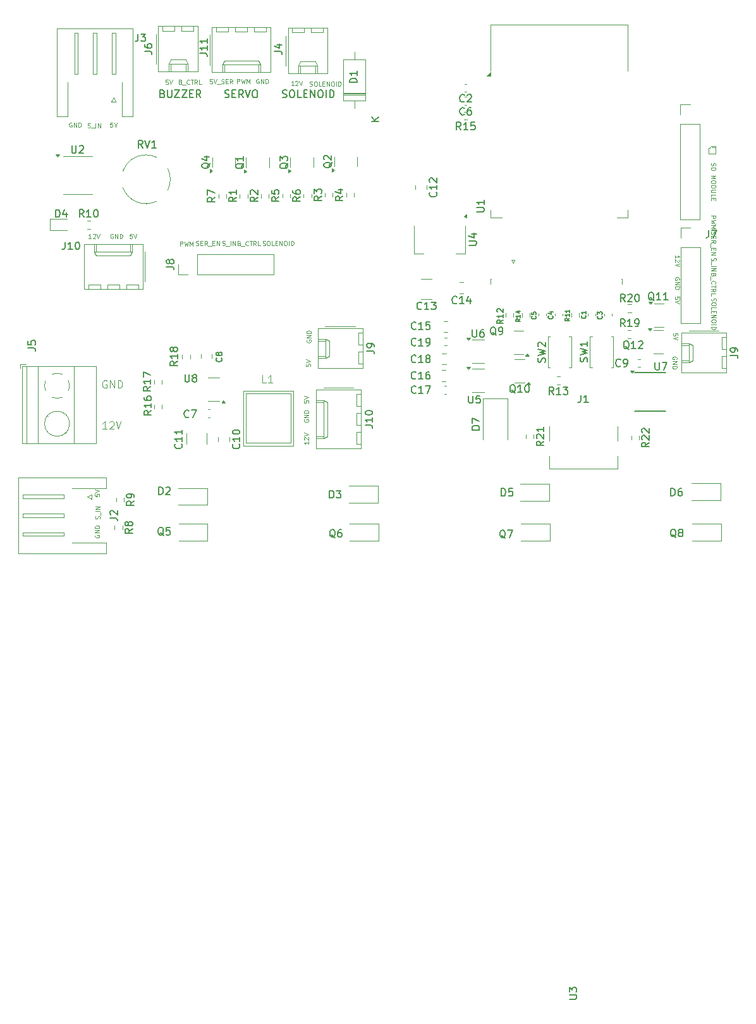
<source format=gbr>
%TF.GenerationSoftware,KiCad,Pcbnew,8.0.3*%
%TF.CreationDate,2025-03-22T09:07:57+07:00*%
%TF.ProjectId,ES32_SmartBox,45533332-5f53-46d6-9172-74426f782e6b,rev?*%
%TF.SameCoordinates,Original*%
%TF.FileFunction,Legend,Top*%
%TF.FilePolarity,Positive*%
%FSLAX46Y46*%
G04 Gerber Fmt 4.6, Leading zero omitted, Abs format (unit mm)*
G04 Created by KiCad (PCBNEW 8.0.3) date 2025-03-22 09:07:57*
%MOMM*%
%LPD*%
G01*
G04 APERTURE LIST*
%ADD10C,0.100000*%
%ADD11C,0.150000*%
%ADD12C,0.120000*%
G04 APERTURE END LIST*
D10*
X85003293Y-141121819D02*
X84431865Y-141121819D01*
X84717579Y-141121819D02*
X84717579Y-140121819D01*
X84717579Y-140121819D02*
X84622341Y-140264676D01*
X84622341Y-140264676D02*
X84527103Y-140359914D01*
X84527103Y-140359914D02*
X84431865Y-140407533D01*
X85384246Y-140217057D02*
X85431865Y-140169438D01*
X85431865Y-140169438D02*
X85527103Y-140121819D01*
X85527103Y-140121819D02*
X85765198Y-140121819D01*
X85765198Y-140121819D02*
X85860436Y-140169438D01*
X85860436Y-140169438D02*
X85908055Y-140217057D01*
X85908055Y-140217057D02*
X85955674Y-140312295D01*
X85955674Y-140312295D02*
X85955674Y-140407533D01*
X85955674Y-140407533D02*
X85908055Y-140550390D01*
X85908055Y-140550390D02*
X85336627Y-141121819D01*
X85336627Y-141121819D02*
X85955674Y-141121819D01*
X86241389Y-140121819D02*
X86574722Y-141121819D01*
X86574722Y-141121819D02*
X86908055Y-140121819D01*
X84977893Y-134657638D02*
X84882655Y-134610019D01*
X84882655Y-134610019D02*
X84739798Y-134610019D01*
X84739798Y-134610019D02*
X84596941Y-134657638D01*
X84596941Y-134657638D02*
X84501703Y-134752876D01*
X84501703Y-134752876D02*
X84454084Y-134848114D01*
X84454084Y-134848114D02*
X84406465Y-135038590D01*
X84406465Y-135038590D02*
X84406465Y-135181447D01*
X84406465Y-135181447D02*
X84454084Y-135371923D01*
X84454084Y-135371923D02*
X84501703Y-135467161D01*
X84501703Y-135467161D02*
X84596941Y-135562400D01*
X84596941Y-135562400D02*
X84739798Y-135610019D01*
X84739798Y-135610019D02*
X84835036Y-135610019D01*
X84835036Y-135610019D02*
X84977893Y-135562400D01*
X84977893Y-135562400D02*
X85025512Y-135514780D01*
X85025512Y-135514780D02*
X85025512Y-135181447D01*
X85025512Y-135181447D02*
X84835036Y-135181447D01*
X85454084Y-135610019D02*
X85454084Y-134610019D01*
X85454084Y-134610019D02*
X86025512Y-135610019D01*
X86025512Y-135610019D02*
X86025512Y-134610019D01*
X86501703Y-135610019D02*
X86501703Y-134610019D01*
X86501703Y-134610019D02*
X86739798Y-134610019D01*
X86739798Y-134610019D02*
X86882655Y-134657638D01*
X86882655Y-134657638D02*
X86977893Y-134752876D01*
X86977893Y-134752876D02*
X87025512Y-134848114D01*
X87025512Y-134848114D02*
X87073131Y-135038590D01*
X87073131Y-135038590D02*
X87073131Y-135181447D01*
X87073131Y-135181447D02*
X87025512Y-135371923D01*
X87025512Y-135371923D02*
X86977893Y-135467161D01*
X86977893Y-135467161D02*
X86882655Y-135562400D01*
X86882655Y-135562400D02*
X86739798Y-135610019D01*
X86739798Y-135610019D02*
X86501703Y-135610019D01*
X83449342Y-155306068D02*
X83420771Y-155363211D01*
X83420771Y-155363211D02*
X83420771Y-155448925D01*
X83420771Y-155448925D02*
X83449342Y-155534639D01*
X83449342Y-155534639D02*
X83506485Y-155591782D01*
X83506485Y-155591782D02*
X83563628Y-155620353D01*
X83563628Y-155620353D02*
X83677914Y-155648925D01*
X83677914Y-155648925D02*
X83763628Y-155648925D01*
X83763628Y-155648925D02*
X83877914Y-155620353D01*
X83877914Y-155620353D02*
X83935057Y-155591782D01*
X83935057Y-155591782D02*
X83992200Y-155534639D01*
X83992200Y-155534639D02*
X84020771Y-155448925D01*
X84020771Y-155448925D02*
X84020771Y-155391782D01*
X84020771Y-155391782D02*
X83992200Y-155306068D01*
X83992200Y-155306068D02*
X83963628Y-155277496D01*
X83963628Y-155277496D02*
X83763628Y-155277496D01*
X83763628Y-155277496D02*
X83763628Y-155391782D01*
X84020771Y-155020353D02*
X83420771Y-155020353D01*
X83420771Y-155020353D02*
X84020771Y-154677496D01*
X84020771Y-154677496D02*
X83420771Y-154677496D01*
X84020771Y-154391782D02*
X83420771Y-154391782D01*
X83420771Y-154391782D02*
X83420771Y-154248925D01*
X83420771Y-154248925D02*
X83449342Y-154163211D01*
X83449342Y-154163211D02*
X83506485Y-154106068D01*
X83506485Y-154106068D02*
X83563628Y-154077497D01*
X83563628Y-154077497D02*
X83677914Y-154048925D01*
X83677914Y-154048925D02*
X83763628Y-154048925D01*
X83763628Y-154048925D02*
X83877914Y-154077497D01*
X83877914Y-154077497D02*
X83935057Y-154106068D01*
X83935057Y-154106068D02*
X83992200Y-154163211D01*
X83992200Y-154163211D02*
X84020771Y-154248925D01*
X84020771Y-154248925D02*
X84020771Y-154391782D01*
X84068400Y-153159725D02*
X84096971Y-153074011D01*
X84096971Y-153074011D02*
X84096971Y-152931153D01*
X84096971Y-152931153D02*
X84068400Y-152874011D01*
X84068400Y-152874011D02*
X84039828Y-152845439D01*
X84039828Y-152845439D02*
X83982685Y-152816868D01*
X83982685Y-152816868D02*
X83925542Y-152816868D01*
X83925542Y-152816868D02*
X83868400Y-152845439D01*
X83868400Y-152845439D02*
X83839828Y-152874011D01*
X83839828Y-152874011D02*
X83811257Y-152931153D01*
X83811257Y-152931153D02*
X83782685Y-153045439D01*
X83782685Y-153045439D02*
X83754114Y-153102582D01*
X83754114Y-153102582D02*
X83725542Y-153131153D01*
X83725542Y-153131153D02*
X83668400Y-153159725D01*
X83668400Y-153159725D02*
X83611257Y-153159725D01*
X83611257Y-153159725D02*
X83554114Y-153131153D01*
X83554114Y-153131153D02*
X83525542Y-153102582D01*
X83525542Y-153102582D02*
X83496971Y-153045439D01*
X83496971Y-153045439D02*
X83496971Y-152902582D01*
X83496971Y-152902582D02*
X83525542Y-152816868D01*
X84154114Y-152702582D02*
X84154114Y-152245439D01*
X84096971Y-152102581D02*
X83496971Y-152102581D01*
X84096971Y-151816867D02*
X83496971Y-151816867D01*
X83496971Y-151816867D02*
X84096971Y-151474010D01*
X84096971Y-151474010D02*
X83496971Y-151474010D01*
X83420771Y-149822839D02*
X83420771Y-150108553D01*
X83420771Y-150108553D02*
X83706485Y-150137125D01*
X83706485Y-150137125D02*
X83677914Y-150108553D01*
X83677914Y-150108553D02*
X83649342Y-150051411D01*
X83649342Y-150051411D02*
X83649342Y-149908553D01*
X83649342Y-149908553D02*
X83677914Y-149851411D01*
X83677914Y-149851411D02*
X83706485Y-149822839D01*
X83706485Y-149822839D02*
X83763628Y-149794268D01*
X83763628Y-149794268D02*
X83906485Y-149794268D01*
X83906485Y-149794268D02*
X83963628Y-149822839D01*
X83963628Y-149822839D02*
X83992200Y-149851411D01*
X83992200Y-149851411D02*
X84020771Y-149908553D01*
X84020771Y-149908553D02*
X84020771Y-150051411D01*
X84020771Y-150051411D02*
X83992200Y-150108553D01*
X83992200Y-150108553D02*
X83963628Y-150137125D01*
X83420771Y-149622839D02*
X84020771Y-149422839D01*
X84020771Y-149422839D02*
X83420771Y-149222839D01*
X161689228Y-123709760D02*
X161689228Y-123424046D01*
X161689228Y-123424046D02*
X161403514Y-123395474D01*
X161403514Y-123395474D02*
X161432085Y-123424046D01*
X161432085Y-123424046D02*
X161460657Y-123481189D01*
X161460657Y-123481189D02*
X161460657Y-123624046D01*
X161460657Y-123624046D02*
X161432085Y-123681189D01*
X161432085Y-123681189D02*
X161403514Y-123709760D01*
X161403514Y-123709760D02*
X161346371Y-123738331D01*
X161346371Y-123738331D02*
X161203514Y-123738331D01*
X161203514Y-123738331D02*
X161146371Y-123709760D01*
X161146371Y-123709760D02*
X161117800Y-123681189D01*
X161117800Y-123681189D02*
X161089228Y-123624046D01*
X161089228Y-123624046D02*
X161089228Y-123481189D01*
X161089228Y-123481189D02*
X161117800Y-123424046D01*
X161117800Y-123424046D02*
X161146371Y-123395474D01*
X161689228Y-123909760D02*
X161089228Y-124109760D01*
X161089228Y-124109760D02*
X161689228Y-124309760D01*
X111690971Y-132423839D02*
X111690971Y-132709553D01*
X111690971Y-132709553D02*
X111976685Y-132738125D01*
X111976685Y-132738125D02*
X111948114Y-132709553D01*
X111948114Y-132709553D02*
X111919542Y-132652411D01*
X111919542Y-132652411D02*
X111919542Y-132509553D01*
X111919542Y-132509553D02*
X111948114Y-132452411D01*
X111948114Y-132452411D02*
X111976685Y-132423839D01*
X111976685Y-132423839D02*
X112033828Y-132395268D01*
X112033828Y-132395268D02*
X112176685Y-132395268D01*
X112176685Y-132395268D02*
X112233828Y-132423839D01*
X112233828Y-132423839D02*
X112262400Y-132452411D01*
X112262400Y-132452411D02*
X112290971Y-132509553D01*
X112290971Y-132509553D02*
X112290971Y-132652411D01*
X112290971Y-132652411D02*
X112262400Y-132709553D01*
X112262400Y-132709553D02*
X112233828Y-132738125D01*
X111690971Y-132223839D02*
X112290971Y-132023839D01*
X112290971Y-132023839D02*
X111690971Y-131823839D01*
X111795742Y-129220268D02*
X111767171Y-129277411D01*
X111767171Y-129277411D02*
X111767171Y-129363125D01*
X111767171Y-129363125D02*
X111795742Y-129448839D01*
X111795742Y-129448839D02*
X111852885Y-129505982D01*
X111852885Y-129505982D02*
X111910028Y-129534553D01*
X111910028Y-129534553D02*
X112024314Y-129563125D01*
X112024314Y-129563125D02*
X112110028Y-129563125D01*
X112110028Y-129563125D02*
X112224314Y-129534553D01*
X112224314Y-129534553D02*
X112281457Y-129505982D01*
X112281457Y-129505982D02*
X112338600Y-129448839D01*
X112338600Y-129448839D02*
X112367171Y-129363125D01*
X112367171Y-129363125D02*
X112367171Y-129305982D01*
X112367171Y-129305982D02*
X112338600Y-129220268D01*
X112338600Y-129220268D02*
X112310028Y-129191696D01*
X112310028Y-129191696D02*
X112110028Y-129191696D01*
X112110028Y-129191696D02*
X112110028Y-129305982D01*
X112367171Y-128934553D02*
X111767171Y-128934553D01*
X111767171Y-128934553D02*
X112367171Y-128591696D01*
X112367171Y-128591696D02*
X111767171Y-128591696D01*
X112367171Y-128305982D02*
X111767171Y-128305982D01*
X111767171Y-128305982D02*
X111767171Y-128163125D01*
X111767171Y-128163125D02*
X111795742Y-128077411D01*
X111795742Y-128077411D02*
X111852885Y-128020268D01*
X111852885Y-128020268D02*
X111910028Y-127991697D01*
X111910028Y-127991697D02*
X112024314Y-127963125D01*
X112024314Y-127963125D02*
X112110028Y-127963125D01*
X112110028Y-127963125D02*
X112224314Y-127991697D01*
X112224314Y-127991697D02*
X112281457Y-128020268D01*
X112281457Y-128020268D02*
X112338600Y-128077411D01*
X112338600Y-128077411D02*
X112367171Y-128163125D01*
X112367171Y-128163125D02*
X112367171Y-128305982D01*
X161660657Y-121147531D02*
X161689228Y-121090389D01*
X161689228Y-121090389D02*
X161689228Y-121004674D01*
X161689228Y-121004674D02*
X161660657Y-120918960D01*
X161660657Y-120918960D02*
X161603514Y-120861817D01*
X161603514Y-120861817D02*
X161546371Y-120833246D01*
X161546371Y-120833246D02*
X161432085Y-120804674D01*
X161432085Y-120804674D02*
X161346371Y-120804674D01*
X161346371Y-120804674D02*
X161232085Y-120833246D01*
X161232085Y-120833246D02*
X161174942Y-120861817D01*
X161174942Y-120861817D02*
X161117800Y-120918960D01*
X161117800Y-120918960D02*
X161089228Y-121004674D01*
X161089228Y-121004674D02*
X161089228Y-121061817D01*
X161089228Y-121061817D02*
X161117800Y-121147531D01*
X161117800Y-121147531D02*
X161146371Y-121176103D01*
X161146371Y-121176103D02*
X161346371Y-121176103D01*
X161346371Y-121176103D02*
X161346371Y-121061817D01*
X161089228Y-121433246D02*
X161689228Y-121433246D01*
X161689228Y-121433246D02*
X161089228Y-121776103D01*
X161089228Y-121776103D02*
X161689228Y-121776103D01*
X161089228Y-122061817D02*
X161689228Y-122061817D01*
X161689228Y-122061817D02*
X161689228Y-122204674D01*
X161689228Y-122204674D02*
X161660657Y-122290388D01*
X161660657Y-122290388D02*
X161603514Y-122347531D01*
X161603514Y-122347531D02*
X161546371Y-122376102D01*
X161546371Y-122376102D02*
X161432085Y-122404674D01*
X161432085Y-122404674D02*
X161346371Y-122404674D01*
X161346371Y-122404674D02*
X161232085Y-122376102D01*
X161232085Y-122376102D02*
X161174942Y-122347531D01*
X161174942Y-122347531D02*
X161117800Y-122290388D01*
X161117800Y-122290388D02*
X161089228Y-122204674D01*
X161089228Y-122204674D02*
X161089228Y-122061817D01*
X161089228Y-118226531D02*
X161089228Y-117883674D01*
X161089228Y-118055103D02*
X161689228Y-118055103D01*
X161689228Y-118055103D02*
X161603514Y-117997960D01*
X161603514Y-117997960D02*
X161546371Y-117940817D01*
X161546371Y-117940817D02*
X161517800Y-117883674D01*
X161632085Y-118455103D02*
X161660657Y-118483675D01*
X161660657Y-118483675D02*
X161689228Y-118540818D01*
X161689228Y-118540818D02*
X161689228Y-118683675D01*
X161689228Y-118683675D02*
X161660657Y-118740818D01*
X161660657Y-118740818D02*
X161632085Y-118769389D01*
X161632085Y-118769389D02*
X161574942Y-118797960D01*
X161574942Y-118797960D02*
X161517800Y-118797960D01*
X161517800Y-118797960D02*
X161432085Y-118769389D01*
X161432085Y-118769389D02*
X161089228Y-118426532D01*
X161089228Y-118426532D02*
X161089228Y-118797960D01*
X161689228Y-118969389D02*
X161089228Y-119169389D01*
X161089228Y-119169389D02*
X161689228Y-119369389D01*
X111436971Y-137300639D02*
X111436971Y-137586353D01*
X111436971Y-137586353D02*
X111722685Y-137614925D01*
X111722685Y-137614925D02*
X111694114Y-137586353D01*
X111694114Y-137586353D02*
X111665542Y-137529211D01*
X111665542Y-137529211D02*
X111665542Y-137386353D01*
X111665542Y-137386353D02*
X111694114Y-137329211D01*
X111694114Y-137329211D02*
X111722685Y-137300639D01*
X111722685Y-137300639D02*
X111779828Y-137272068D01*
X111779828Y-137272068D02*
X111922685Y-137272068D01*
X111922685Y-137272068D02*
X111979828Y-137300639D01*
X111979828Y-137300639D02*
X112008400Y-137329211D01*
X112008400Y-137329211D02*
X112036971Y-137386353D01*
X112036971Y-137386353D02*
X112036971Y-137529211D01*
X112036971Y-137529211D02*
X112008400Y-137586353D01*
X112008400Y-137586353D02*
X111979828Y-137614925D01*
X111436971Y-137100639D02*
X112036971Y-136900639D01*
X112036971Y-136900639D02*
X111436971Y-136700639D01*
X112036971Y-142783868D02*
X112036971Y-143126725D01*
X112036971Y-142955296D02*
X111436971Y-142955296D01*
X111436971Y-142955296D02*
X111522685Y-143012439D01*
X111522685Y-143012439D02*
X111579828Y-143069582D01*
X111579828Y-143069582D02*
X111608400Y-143126725D01*
X111494114Y-142555296D02*
X111465542Y-142526724D01*
X111465542Y-142526724D02*
X111436971Y-142469582D01*
X111436971Y-142469582D02*
X111436971Y-142326724D01*
X111436971Y-142326724D02*
X111465542Y-142269582D01*
X111465542Y-142269582D02*
X111494114Y-142241010D01*
X111494114Y-142241010D02*
X111551257Y-142212439D01*
X111551257Y-142212439D02*
X111608400Y-142212439D01*
X111608400Y-142212439D02*
X111694114Y-142241010D01*
X111694114Y-142241010D02*
X112036971Y-142583867D01*
X112036971Y-142583867D02*
X112036971Y-142212439D01*
X111436971Y-142041010D02*
X112036971Y-141841010D01*
X112036971Y-141841010D02*
X111436971Y-141641010D01*
X111465542Y-139862868D02*
X111436971Y-139920011D01*
X111436971Y-139920011D02*
X111436971Y-140005725D01*
X111436971Y-140005725D02*
X111465542Y-140091439D01*
X111465542Y-140091439D02*
X111522685Y-140148582D01*
X111522685Y-140148582D02*
X111579828Y-140177153D01*
X111579828Y-140177153D02*
X111694114Y-140205725D01*
X111694114Y-140205725D02*
X111779828Y-140205725D01*
X111779828Y-140205725D02*
X111894114Y-140177153D01*
X111894114Y-140177153D02*
X111951257Y-140148582D01*
X111951257Y-140148582D02*
X112008400Y-140091439D01*
X112008400Y-140091439D02*
X112036971Y-140005725D01*
X112036971Y-140005725D02*
X112036971Y-139948582D01*
X112036971Y-139948582D02*
X112008400Y-139862868D01*
X112008400Y-139862868D02*
X111979828Y-139834296D01*
X111979828Y-139834296D02*
X111779828Y-139834296D01*
X111779828Y-139834296D02*
X111779828Y-139948582D01*
X112036971Y-139577153D02*
X111436971Y-139577153D01*
X111436971Y-139577153D02*
X112036971Y-139234296D01*
X112036971Y-139234296D02*
X111436971Y-139234296D01*
X112036971Y-138948582D02*
X111436971Y-138948582D01*
X111436971Y-138948582D02*
X111436971Y-138805725D01*
X111436971Y-138805725D02*
X111465542Y-138720011D01*
X111465542Y-138720011D02*
X111522685Y-138662868D01*
X111522685Y-138662868D02*
X111579828Y-138634297D01*
X111579828Y-138634297D02*
X111694114Y-138605725D01*
X111694114Y-138605725D02*
X111779828Y-138605725D01*
X111779828Y-138605725D02*
X111894114Y-138634297D01*
X111894114Y-138634297D02*
X111951257Y-138662868D01*
X111951257Y-138662868D02*
X112008400Y-138720011D01*
X112008400Y-138720011D02*
X112036971Y-138805725D01*
X112036971Y-138805725D02*
X112036971Y-138948582D01*
X161435228Y-128586560D02*
X161435228Y-128300846D01*
X161435228Y-128300846D02*
X161149514Y-128272274D01*
X161149514Y-128272274D02*
X161178085Y-128300846D01*
X161178085Y-128300846D02*
X161206657Y-128357989D01*
X161206657Y-128357989D02*
X161206657Y-128500846D01*
X161206657Y-128500846D02*
X161178085Y-128557989D01*
X161178085Y-128557989D02*
X161149514Y-128586560D01*
X161149514Y-128586560D02*
X161092371Y-128615131D01*
X161092371Y-128615131D02*
X160949514Y-128615131D01*
X160949514Y-128615131D02*
X160892371Y-128586560D01*
X160892371Y-128586560D02*
X160863800Y-128557989D01*
X160863800Y-128557989D02*
X160835228Y-128500846D01*
X160835228Y-128500846D02*
X160835228Y-128357989D01*
X160835228Y-128357989D02*
X160863800Y-128300846D01*
X160863800Y-128300846D02*
X160892371Y-128272274D01*
X161435228Y-128786560D02*
X160835228Y-128986560D01*
X160835228Y-128986560D02*
X161435228Y-129186560D01*
X161330457Y-131790131D02*
X161359028Y-131732989D01*
X161359028Y-131732989D02*
X161359028Y-131647274D01*
X161359028Y-131647274D02*
X161330457Y-131561560D01*
X161330457Y-131561560D02*
X161273314Y-131504417D01*
X161273314Y-131504417D02*
X161216171Y-131475846D01*
X161216171Y-131475846D02*
X161101885Y-131447274D01*
X161101885Y-131447274D02*
X161016171Y-131447274D01*
X161016171Y-131447274D02*
X160901885Y-131475846D01*
X160901885Y-131475846D02*
X160844742Y-131504417D01*
X160844742Y-131504417D02*
X160787600Y-131561560D01*
X160787600Y-131561560D02*
X160759028Y-131647274D01*
X160759028Y-131647274D02*
X160759028Y-131704417D01*
X160759028Y-131704417D02*
X160787600Y-131790131D01*
X160787600Y-131790131D02*
X160816171Y-131818703D01*
X160816171Y-131818703D02*
X161016171Y-131818703D01*
X161016171Y-131818703D02*
X161016171Y-131704417D01*
X160759028Y-132075846D02*
X161359028Y-132075846D01*
X161359028Y-132075846D02*
X160759028Y-132418703D01*
X160759028Y-132418703D02*
X161359028Y-132418703D01*
X160759028Y-132704417D02*
X161359028Y-132704417D01*
X161359028Y-132704417D02*
X161359028Y-132847274D01*
X161359028Y-132847274D02*
X161330457Y-132932988D01*
X161330457Y-132932988D02*
X161273314Y-132990131D01*
X161273314Y-132990131D02*
X161216171Y-133018702D01*
X161216171Y-133018702D02*
X161101885Y-133047274D01*
X161101885Y-133047274D02*
X161016171Y-133047274D01*
X161016171Y-133047274D02*
X160901885Y-133018702D01*
X160901885Y-133018702D02*
X160844742Y-132990131D01*
X160844742Y-132990131D02*
X160787600Y-132932988D01*
X160787600Y-132932988D02*
X160759028Y-132847274D01*
X160759028Y-132847274D02*
X160759028Y-132704417D01*
X165969200Y-105539274D02*
X165940628Y-105624989D01*
X165940628Y-105624989D02*
X165940628Y-105767846D01*
X165940628Y-105767846D02*
X165969200Y-105824989D01*
X165969200Y-105824989D02*
X165997771Y-105853560D01*
X165997771Y-105853560D02*
X166054914Y-105882131D01*
X166054914Y-105882131D02*
X166112057Y-105882131D01*
X166112057Y-105882131D02*
X166169200Y-105853560D01*
X166169200Y-105853560D02*
X166197771Y-105824989D01*
X166197771Y-105824989D02*
X166226342Y-105767846D01*
X166226342Y-105767846D02*
X166254914Y-105653560D01*
X166254914Y-105653560D02*
X166283485Y-105596417D01*
X166283485Y-105596417D02*
X166312057Y-105567846D01*
X166312057Y-105567846D02*
X166369200Y-105539274D01*
X166369200Y-105539274D02*
X166426342Y-105539274D01*
X166426342Y-105539274D02*
X166483485Y-105567846D01*
X166483485Y-105567846D02*
X166512057Y-105596417D01*
X166512057Y-105596417D02*
X166540628Y-105653560D01*
X166540628Y-105653560D02*
X166540628Y-105796417D01*
X166540628Y-105796417D02*
X166512057Y-105882131D01*
X165940628Y-106139275D02*
X166540628Y-106139275D01*
X166540628Y-106139275D02*
X166540628Y-106282132D01*
X166540628Y-106282132D02*
X166512057Y-106367846D01*
X166512057Y-106367846D02*
X166454914Y-106424989D01*
X166454914Y-106424989D02*
X166397771Y-106453560D01*
X166397771Y-106453560D02*
X166283485Y-106482132D01*
X166283485Y-106482132D02*
X166197771Y-106482132D01*
X166197771Y-106482132D02*
X166083485Y-106453560D01*
X166083485Y-106453560D02*
X166026342Y-106424989D01*
X166026342Y-106424989D02*
X165969200Y-106367846D01*
X165969200Y-106367846D02*
X165940628Y-106282132D01*
X165940628Y-106282132D02*
X165940628Y-106139275D01*
X165940628Y-107196418D02*
X166540628Y-107196418D01*
X166540628Y-107196418D02*
X166112057Y-107396418D01*
X166112057Y-107396418D02*
X166540628Y-107596418D01*
X166540628Y-107596418D02*
X165940628Y-107596418D01*
X166540628Y-107996417D02*
X166540628Y-108110703D01*
X166540628Y-108110703D02*
X166512057Y-108167846D01*
X166512057Y-108167846D02*
X166454914Y-108224989D01*
X166454914Y-108224989D02*
X166340628Y-108253560D01*
X166340628Y-108253560D02*
X166140628Y-108253560D01*
X166140628Y-108253560D02*
X166026342Y-108224989D01*
X166026342Y-108224989D02*
X165969200Y-108167846D01*
X165969200Y-108167846D02*
X165940628Y-108110703D01*
X165940628Y-108110703D02*
X165940628Y-107996417D01*
X165940628Y-107996417D02*
X165969200Y-107939275D01*
X165969200Y-107939275D02*
X166026342Y-107882132D01*
X166026342Y-107882132D02*
X166140628Y-107853560D01*
X166140628Y-107853560D02*
X166340628Y-107853560D01*
X166340628Y-107853560D02*
X166454914Y-107882132D01*
X166454914Y-107882132D02*
X166512057Y-107939275D01*
X166512057Y-107939275D02*
X166540628Y-107996417D01*
X165940628Y-108510703D02*
X166540628Y-108510703D01*
X166540628Y-108510703D02*
X166540628Y-108653560D01*
X166540628Y-108653560D02*
X166512057Y-108739274D01*
X166512057Y-108739274D02*
X166454914Y-108796417D01*
X166454914Y-108796417D02*
X166397771Y-108824988D01*
X166397771Y-108824988D02*
X166283485Y-108853560D01*
X166283485Y-108853560D02*
X166197771Y-108853560D01*
X166197771Y-108853560D02*
X166083485Y-108824988D01*
X166083485Y-108824988D02*
X166026342Y-108796417D01*
X166026342Y-108796417D02*
X165969200Y-108739274D01*
X165969200Y-108739274D02*
X165940628Y-108653560D01*
X165940628Y-108653560D02*
X165940628Y-108510703D01*
X166540628Y-109110703D02*
X166054914Y-109110703D01*
X166054914Y-109110703D02*
X165997771Y-109139274D01*
X165997771Y-109139274D02*
X165969200Y-109167846D01*
X165969200Y-109167846D02*
X165940628Y-109224988D01*
X165940628Y-109224988D02*
X165940628Y-109339274D01*
X165940628Y-109339274D02*
X165969200Y-109396417D01*
X165969200Y-109396417D02*
X165997771Y-109424988D01*
X165997771Y-109424988D02*
X166054914Y-109453560D01*
X166054914Y-109453560D02*
X166540628Y-109453560D01*
X165940628Y-110024988D02*
X165940628Y-109739274D01*
X165940628Y-109739274D02*
X166540628Y-109739274D01*
X166254914Y-110224988D02*
X166254914Y-110424988D01*
X165940628Y-110510702D02*
X165940628Y-110224988D01*
X165940628Y-110224988D02*
X166540628Y-110224988D01*
X166540628Y-110224988D02*
X166540628Y-110510702D01*
X166090600Y-103378000D02*
X166471600Y-103378000D01*
X166090600Y-103276400D02*
X166090600Y-103378000D01*
X166522400Y-103251000D02*
X165989000Y-103251000D01*
X166522400Y-104267000D02*
X166522400Y-103251000D01*
X165608000Y-104267000D02*
X166522400Y-104267000D01*
X165608000Y-103530400D02*
X165608000Y-104267000D01*
X165811200Y-103530400D02*
X165608000Y-103530400D01*
X165989000Y-103251000D02*
X165811200Y-103530400D01*
X165915228Y-112578246D02*
X166515228Y-112578246D01*
X166515228Y-112578246D02*
X166515228Y-112806817D01*
X166515228Y-112806817D02*
X166486657Y-112863960D01*
X166486657Y-112863960D02*
X166458085Y-112892531D01*
X166458085Y-112892531D02*
X166400942Y-112921103D01*
X166400942Y-112921103D02*
X166315228Y-112921103D01*
X166315228Y-112921103D02*
X166258085Y-112892531D01*
X166258085Y-112892531D02*
X166229514Y-112863960D01*
X166229514Y-112863960D02*
X166200942Y-112806817D01*
X166200942Y-112806817D02*
X166200942Y-112578246D01*
X166515228Y-113121103D02*
X165915228Y-113263960D01*
X165915228Y-113263960D02*
X166343800Y-113378246D01*
X166343800Y-113378246D02*
X165915228Y-113492531D01*
X165915228Y-113492531D02*
X166515228Y-113635389D01*
X165915228Y-113863960D02*
X166515228Y-113863960D01*
X166515228Y-113863960D02*
X166086657Y-114063960D01*
X166086657Y-114063960D02*
X166515228Y-114263960D01*
X166515228Y-114263960D02*
X165915228Y-114263960D01*
X165994600Y-114708674D02*
X165966028Y-114794389D01*
X165966028Y-114794389D02*
X165966028Y-114937246D01*
X165966028Y-114937246D02*
X165994600Y-114994389D01*
X165994600Y-114994389D02*
X166023171Y-115022960D01*
X166023171Y-115022960D02*
X166080314Y-115051531D01*
X166080314Y-115051531D02*
X166137457Y-115051531D01*
X166137457Y-115051531D02*
X166194600Y-115022960D01*
X166194600Y-115022960D02*
X166223171Y-114994389D01*
X166223171Y-114994389D02*
X166251742Y-114937246D01*
X166251742Y-114937246D02*
X166280314Y-114822960D01*
X166280314Y-114822960D02*
X166308885Y-114765817D01*
X166308885Y-114765817D02*
X166337457Y-114737246D01*
X166337457Y-114737246D02*
X166394600Y-114708674D01*
X166394600Y-114708674D02*
X166451742Y-114708674D01*
X166451742Y-114708674D02*
X166508885Y-114737246D01*
X166508885Y-114737246D02*
X166537457Y-114765817D01*
X166537457Y-114765817D02*
X166566028Y-114822960D01*
X166566028Y-114822960D02*
X166566028Y-114965817D01*
X166566028Y-114965817D02*
X166537457Y-115051531D01*
X166280314Y-115308675D02*
X166280314Y-115508675D01*
X165966028Y-115594389D02*
X165966028Y-115308675D01*
X165966028Y-115308675D02*
X166566028Y-115308675D01*
X166566028Y-115308675D02*
X166566028Y-115594389D01*
X165966028Y-116194389D02*
X166251742Y-115994389D01*
X165966028Y-115851532D02*
X166566028Y-115851532D01*
X166566028Y-115851532D02*
X166566028Y-116080103D01*
X166566028Y-116080103D02*
X166537457Y-116137246D01*
X166537457Y-116137246D02*
X166508885Y-116165817D01*
X166508885Y-116165817D02*
X166451742Y-116194389D01*
X166451742Y-116194389D02*
X166366028Y-116194389D01*
X166366028Y-116194389D02*
X166308885Y-116165817D01*
X166308885Y-116165817D02*
X166280314Y-116137246D01*
X166280314Y-116137246D02*
X166251742Y-116080103D01*
X166251742Y-116080103D02*
X166251742Y-115851532D01*
X165908885Y-116308675D02*
X165908885Y-116765817D01*
X166280314Y-116908675D02*
X166280314Y-117108675D01*
X165966028Y-117194389D02*
X165966028Y-116908675D01*
X165966028Y-116908675D02*
X166566028Y-116908675D01*
X166566028Y-116908675D02*
X166566028Y-117194389D01*
X165966028Y-117451532D02*
X166566028Y-117451532D01*
X166566028Y-117451532D02*
X165966028Y-117794389D01*
X165966028Y-117794389D02*
X166566028Y-117794389D01*
X166020000Y-123624074D02*
X165991428Y-123709789D01*
X165991428Y-123709789D02*
X165991428Y-123852646D01*
X165991428Y-123852646D02*
X166020000Y-123909789D01*
X166020000Y-123909789D02*
X166048571Y-123938360D01*
X166048571Y-123938360D02*
X166105714Y-123966931D01*
X166105714Y-123966931D02*
X166162857Y-123966931D01*
X166162857Y-123966931D02*
X166220000Y-123938360D01*
X166220000Y-123938360D02*
X166248571Y-123909789D01*
X166248571Y-123909789D02*
X166277142Y-123852646D01*
X166277142Y-123852646D02*
X166305714Y-123738360D01*
X166305714Y-123738360D02*
X166334285Y-123681217D01*
X166334285Y-123681217D02*
X166362857Y-123652646D01*
X166362857Y-123652646D02*
X166420000Y-123624074D01*
X166420000Y-123624074D02*
X166477142Y-123624074D01*
X166477142Y-123624074D02*
X166534285Y-123652646D01*
X166534285Y-123652646D02*
X166562857Y-123681217D01*
X166562857Y-123681217D02*
X166591428Y-123738360D01*
X166591428Y-123738360D02*
X166591428Y-123881217D01*
X166591428Y-123881217D02*
X166562857Y-123966931D01*
X166591428Y-124338360D02*
X166591428Y-124452646D01*
X166591428Y-124452646D02*
X166562857Y-124509789D01*
X166562857Y-124509789D02*
X166505714Y-124566932D01*
X166505714Y-124566932D02*
X166391428Y-124595503D01*
X166391428Y-124595503D02*
X166191428Y-124595503D01*
X166191428Y-124595503D02*
X166077142Y-124566932D01*
X166077142Y-124566932D02*
X166020000Y-124509789D01*
X166020000Y-124509789D02*
X165991428Y-124452646D01*
X165991428Y-124452646D02*
X165991428Y-124338360D01*
X165991428Y-124338360D02*
X166020000Y-124281218D01*
X166020000Y-124281218D02*
X166077142Y-124224075D01*
X166077142Y-124224075D02*
X166191428Y-124195503D01*
X166191428Y-124195503D02*
X166391428Y-124195503D01*
X166391428Y-124195503D02*
X166505714Y-124224075D01*
X166505714Y-124224075D02*
X166562857Y-124281218D01*
X166562857Y-124281218D02*
X166591428Y-124338360D01*
X165991428Y-125138360D02*
X165991428Y-124852646D01*
X165991428Y-124852646D02*
X166591428Y-124852646D01*
X166305714Y-125338360D02*
X166305714Y-125538360D01*
X165991428Y-125624074D02*
X165991428Y-125338360D01*
X165991428Y-125338360D02*
X166591428Y-125338360D01*
X166591428Y-125338360D02*
X166591428Y-125624074D01*
X165991428Y-125881217D02*
X166591428Y-125881217D01*
X166591428Y-125881217D02*
X165991428Y-126224074D01*
X165991428Y-126224074D02*
X166591428Y-126224074D01*
X166591428Y-126624073D02*
X166591428Y-126738359D01*
X166591428Y-126738359D02*
X166562857Y-126795502D01*
X166562857Y-126795502D02*
X166505714Y-126852645D01*
X166505714Y-126852645D02*
X166391428Y-126881216D01*
X166391428Y-126881216D02*
X166191428Y-126881216D01*
X166191428Y-126881216D02*
X166077142Y-126852645D01*
X166077142Y-126852645D02*
X166020000Y-126795502D01*
X166020000Y-126795502D02*
X165991428Y-126738359D01*
X165991428Y-126738359D02*
X165991428Y-126624073D01*
X165991428Y-126624073D02*
X166020000Y-126566931D01*
X166020000Y-126566931D02*
X166077142Y-126509788D01*
X166077142Y-126509788D02*
X166191428Y-126481216D01*
X166191428Y-126481216D02*
X166391428Y-126481216D01*
X166391428Y-126481216D02*
X166505714Y-126509788D01*
X166505714Y-126509788D02*
X166562857Y-126566931D01*
X166562857Y-126566931D02*
X166591428Y-126624073D01*
X165991428Y-127138359D02*
X166591428Y-127138359D01*
X165991428Y-127424073D02*
X166591428Y-127424073D01*
X166591428Y-127424073D02*
X166591428Y-127566930D01*
X166591428Y-127566930D02*
X166562857Y-127652644D01*
X166562857Y-127652644D02*
X166505714Y-127709787D01*
X166505714Y-127709787D02*
X166448571Y-127738358D01*
X166448571Y-127738358D02*
X166334285Y-127766930D01*
X166334285Y-127766930D02*
X166248571Y-127766930D01*
X166248571Y-127766930D02*
X166134285Y-127738358D01*
X166134285Y-127738358D02*
X166077142Y-127709787D01*
X166077142Y-127709787D02*
X166020000Y-127652644D01*
X166020000Y-127652644D02*
X165991428Y-127566930D01*
X165991428Y-127566930D02*
X165991428Y-127424073D01*
X166254914Y-120474446D02*
X166226342Y-120560160D01*
X166226342Y-120560160D02*
X166197771Y-120588731D01*
X166197771Y-120588731D02*
X166140628Y-120617303D01*
X166140628Y-120617303D02*
X166054914Y-120617303D01*
X166054914Y-120617303D02*
X165997771Y-120588731D01*
X165997771Y-120588731D02*
X165969200Y-120560160D01*
X165969200Y-120560160D02*
X165940628Y-120503017D01*
X165940628Y-120503017D02*
X165940628Y-120274446D01*
X165940628Y-120274446D02*
X166540628Y-120274446D01*
X166540628Y-120274446D02*
X166540628Y-120474446D01*
X166540628Y-120474446D02*
X166512057Y-120531589D01*
X166512057Y-120531589D02*
X166483485Y-120560160D01*
X166483485Y-120560160D02*
X166426342Y-120588731D01*
X166426342Y-120588731D02*
X166369200Y-120588731D01*
X166369200Y-120588731D02*
X166312057Y-120560160D01*
X166312057Y-120560160D02*
X166283485Y-120531589D01*
X166283485Y-120531589D02*
X166254914Y-120474446D01*
X166254914Y-120474446D02*
X166254914Y-120274446D01*
X165883485Y-120731589D02*
X165883485Y-121188731D01*
X165997771Y-121674446D02*
X165969200Y-121645874D01*
X165969200Y-121645874D02*
X165940628Y-121560160D01*
X165940628Y-121560160D02*
X165940628Y-121503017D01*
X165940628Y-121503017D02*
X165969200Y-121417303D01*
X165969200Y-121417303D02*
X166026342Y-121360160D01*
X166026342Y-121360160D02*
X166083485Y-121331589D01*
X166083485Y-121331589D02*
X166197771Y-121303017D01*
X166197771Y-121303017D02*
X166283485Y-121303017D01*
X166283485Y-121303017D02*
X166397771Y-121331589D01*
X166397771Y-121331589D02*
X166454914Y-121360160D01*
X166454914Y-121360160D02*
X166512057Y-121417303D01*
X166512057Y-121417303D02*
X166540628Y-121503017D01*
X166540628Y-121503017D02*
X166540628Y-121560160D01*
X166540628Y-121560160D02*
X166512057Y-121645874D01*
X166512057Y-121645874D02*
X166483485Y-121674446D01*
X166540628Y-121845874D02*
X166540628Y-122188732D01*
X165940628Y-122017303D02*
X166540628Y-122017303D01*
X165940628Y-122731589D02*
X166226342Y-122531589D01*
X165940628Y-122388732D02*
X166540628Y-122388732D01*
X166540628Y-122388732D02*
X166540628Y-122617303D01*
X166540628Y-122617303D02*
X166512057Y-122674446D01*
X166512057Y-122674446D02*
X166483485Y-122703017D01*
X166483485Y-122703017D02*
X166426342Y-122731589D01*
X166426342Y-122731589D02*
X166340628Y-122731589D01*
X166340628Y-122731589D02*
X166283485Y-122703017D01*
X166283485Y-122703017D02*
X166254914Y-122674446D01*
X166254914Y-122674446D02*
X166226342Y-122617303D01*
X166226342Y-122617303D02*
X166226342Y-122388732D01*
X165940628Y-123274446D02*
X165940628Y-122988732D01*
X165940628Y-122988732D02*
X166540628Y-122988732D01*
X166020000Y-118239274D02*
X165991428Y-118324989D01*
X165991428Y-118324989D02*
X165991428Y-118467846D01*
X165991428Y-118467846D02*
X166020000Y-118524989D01*
X166020000Y-118524989D02*
X166048571Y-118553560D01*
X166048571Y-118553560D02*
X166105714Y-118582131D01*
X166105714Y-118582131D02*
X166162857Y-118582131D01*
X166162857Y-118582131D02*
X166220000Y-118553560D01*
X166220000Y-118553560D02*
X166248571Y-118524989D01*
X166248571Y-118524989D02*
X166277142Y-118467846D01*
X166277142Y-118467846D02*
X166305714Y-118353560D01*
X166305714Y-118353560D02*
X166334285Y-118296417D01*
X166334285Y-118296417D02*
X166362857Y-118267846D01*
X166362857Y-118267846D02*
X166420000Y-118239274D01*
X166420000Y-118239274D02*
X166477142Y-118239274D01*
X166477142Y-118239274D02*
X166534285Y-118267846D01*
X166534285Y-118267846D02*
X166562857Y-118296417D01*
X166562857Y-118296417D02*
X166591428Y-118353560D01*
X166591428Y-118353560D02*
X166591428Y-118496417D01*
X166591428Y-118496417D02*
X166562857Y-118582131D01*
X165934285Y-118696418D02*
X165934285Y-119153560D01*
X165991428Y-119296418D02*
X166591428Y-119296418D01*
X165991428Y-119582132D02*
X166591428Y-119582132D01*
X166591428Y-119582132D02*
X165991428Y-119924989D01*
X165991428Y-119924989D02*
X166591428Y-119924989D01*
D11*
X108536219Y-96698600D02*
X108679076Y-96746219D01*
X108679076Y-96746219D02*
X108917171Y-96746219D01*
X108917171Y-96746219D02*
X109012409Y-96698600D01*
X109012409Y-96698600D02*
X109060028Y-96650980D01*
X109060028Y-96650980D02*
X109107647Y-96555742D01*
X109107647Y-96555742D02*
X109107647Y-96460504D01*
X109107647Y-96460504D02*
X109060028Y-96365266D01*
X109060028Y-96365266D02*
X109012409Y-96317647D01*
X109012409Y-96317647D02*
X108917171Y-96270028D01*
X108917171Y-96270028D02*
X108726695Y-96222409D01*
X108726695Y-96222409D02*
X108631457Y-96174790D01*
X108631457Y-96174790D02*
X108583838Y-96127171D01*
X108583838Y-96127171D02*
X108536219Y-96031933D01*
X108536219Y-96031933D02*
X108536219Y-95936695D01*
X108536219Y-95936695D02*
X108583838Y-95841457D01*
X108583838Y-95841457D02*
X108631457Y-95793838D01*
X108631457Y-95793838D02*
X108726695Y-95746219D01*
X108726695Y-95746219D02*
X108964790Y-95746219D01*
X108964790Y-95746219D02*
X109107647Y-95793838D01*
X109726695Y-95746219D02*
X109917171Y-95746219D01*
X109917171Y-95746219D02*
X110012409Y-95793838D01*
X110012409Y-95793838D02*
X110107647Y-95889076D01*
X110107647Y-95889076D02*
X110155266Y-96079552D01*
X110155266Y-96079552D02*
X110155266Y-96412885D01*
X110155266Y-96412885D02*
X110107647Y-96603361D01*
X110107647Y-96603361D02*
X110012409Y-96698600D01*
X110012409Y-96698600D02*
X109917171Y-96746219D01*
X109917171Y-96746219D02*
X109726695Y-96746219D01*
X109726695Y-96746219D02*
X109631457Y-96698600D01*
X109631457Y-96698600D02*
X109536219Y-96603361D01*
X109536219Y-96603361D02*
X109488600Y-96412885D01*
X109488600Y-96412885D02*
X109488600Y-96079552D01*
X109488600Y-96079552D02*
X109536219Y-95889076D01*
X109536219Y-95889076D02*
X109631457Y-95793838D01*
X109631457Y-95793838D02*
X109726695Y-95746219D01*
X111060028Y-96746219D02*
X110583838Y-96746219D01*
X110583838Y-96746219D02*
X110583838Y-95746219D01*
X111393362Y-96222409D02*
X111726695Y-96222409D01*
X111869552Y-96746219D02*
X111393362Y-96746219D01*
X111393362Y-96746219D02*
X111393362Y-95746219D01*
X111393362Y-95746219D02*
X111869552Y-95746219D01*
X112298124Y-96746219D02*
X112298124Y-95746219D01*
X112298124Y-95746219D02*
X112869552Y-96746219D01*
X112869552Y-96746219D02*
X112869552Y-95746219D01*
X113536219Y-95746219D02*
X113726695Y-95746219D01*
X113726695Y-95746219D02*
X113821933Y-95793838D01*
X113821933Y-95793838D02*
X113917171Y-95889076D01*
X113917171Y-95889076D02*
X113964790Y-96079552D01*
X113964790Y-96079552D02*
X113964790Y-96412885D01*
X113964790Y-96412885D02*
X113917171Y-96603361D01*
X113917171Y-96603361D02*
X113821933Y-96698600D01*
X113821933Y-96698600D02*
X113726695Y-96746219D01*
X113726695Y-96746219D02*
X113536219Y-96746219D01*
X113536219Y-96746219D02*
X113440981Y-96698600D01*
X113440981Y-96698600D02*
X113345743Y-96603361D01*
X113345743Y-96603361D02*
X113298124Y-96412885D01*
X113298124Y-96412885D02*
X113298124Y-96079552D01*
X113298124Y-96079552D02*
X113345743Y-95889076D01*
X113345743Y-95889076D02*
X113440981Y-95793838D01*
X113440981Y-95793838D02*
X113536219Y-95746219D01*
X114393362Y-96746219D02*
X114393362Y-95746219D01*
X114869552Y-96746219D02*
X114869552Y-95746219D01*
X114869552Y-95746219D02*
X115107647Y-95746219D01*
X115107647Y-95746219D02*
X115250504Y-95793838D01*
X115250504Y-95793838D02*
X115345742Y-95889076D01*
X115345742Y-95889076D02*
X115393361Y-95984314D01*
X115393361Y-95984314D02*
X115440980Y-96174790D01*
X115440980Y-96174790D02*
X115440980Y-96317647D01*
X115440980Y-96317647D02*
X115393361Y-96508123D01*
X115393361Y-96508123D02*
X115345742Y-96603361D01*
X115345742Y-96603361D02*
X115250504Y-96698600D01*
X115250504Y-96698600D02*
X115107647Y-96746219D01*
X115107647Y-96746219D02*
X114869552Y-96746219D01*
X100806524Y-96698600D02*
X100949381Y-96746219D01*
X100949381Y-96746219D02*
X101187476Y-96746219D01*
X101187476Y-96746219D02*
X101282714Y-96698600D01*
X101282714Y-96698600D02*
X101330333Y-96650980D01*
X101330333Y-96650980D02*
X101377952Y-96555742D01*
X101377952Y-96555742D02*
X101377952Y-96460504D01*
X101377952Y-96460504D02*
X101330333Y-96365266D01*
X101330333Y-96365266D02*
X101282714Y-96317647D01*
X101282714Y-96317647D02*
X101187476Y-96270028D01*
X101187476Y-96270028D02*
X100997000Y-96222409D01*
X100997000Y-96222409D02*
X100901762Y-96174790D01*
X100901762Y-96174790D02*
X100854143Y-96127171D01*
X100854143Y-96127171D02*
X100806524Y-96031933D01*
X100806524Y-96031933D02*
X100806524Y-95936695D01*
X100806524Y-95936695D02*
X100854143Y-95841457D01*
X100854143Y-95841457D02*
X100901762Y-95793838D01*
X100901762Y-95793838D02*
X100997000Y-95746219D01*
X100997000Y-95746219D02*
X101235095Y-95746219D01*
X101235095Y-95746219D02*
X101377952Y-95793838D01*
X101806524Y-96222409D02*
X102139857Y-96222409D01*
X102282714Y-96746219D02*
X101806524Y-96746219D01*
X101806524Y-96746219D02*
X101806524Y-95746219D01*
X101806524Y-95746219D02*
X102282714Y-95746219D01*
X103282714Y-96746219D02*
X102949381Y-96270028D01*
X102711286Y-96746219D02*
X102711286Y-95746219D01*
X102711286Y-95746219D02*
X103092238Y-95746219D01*
X103092238Y-95746219D02*
X103187476Y-95793838D01*
X103187476Y-95793838D02*
X103235095Y-95841457D01*
X103235095Y-95841457D02*
X103282714Y-95936695D01*
X103282714Y-95936695D02*
X103282714Y-96079552D01*
X103282714Y-96079552D02*
X103235095Y-96174790D01*
X103235095Y-96174790D02*
X103187476Y-96222409D01*
X103187476Y-96222409D02*
X103092238Y-96270028D01*
X103092238Y-96270028D02*
X102711286Y-96270028D01*
X103568429Y-95746219D02*
X103901762Y-96746219D01*
X103901762Y-96746219D02*
X104235095Y-95746219D01*
X104758905Y-95746219D02*
X104949381Y-95746219D01*
X104949381Y-95746219D02*
X105044619Y-95793838D01*
X105044619Y-95793838D02*
X105139857Y-95889076D01*
X105139857Y-95889076D02*
X105187476Y-96079552D01*
X105187476Y-96079552D02*
X105187476Y-96412885D01*
X105187476Y-96412885D02*
X105139857Y-96603361D01*
X105139857Y-96603361D02*
X105044619Y-96698600D01*
X105044619Y-96698600D02*
X104949381Y-96746219D01*
X104949381Y-96746219D02*
X104758905Y-96746219D01*
X104758905Y-96746219D02*
X104663667Y-96698600D01*
X104663667Y-96698600D02*
X104568429Y-96603361D01*
X104568429Y-96603361D02*
X104520810Y-96412885D01*
X104520810Y-96412885D02*
X104520810Y-96079552D01*
X104520810Y-96079552D02*
X104568429Y-95889076D01*
X104568429Y-95889076D02*
X104663667Y-95793838D01*
X104663667Y-95793838D02*
X104758905Y-95746219D01*
D10*
X105374131Y-94269742D02*
X105316989Y-94241171D01*
X105316989Y-94241171D02*
X105231274Y-94241171D01*
X105231274Y-94241171D02*
X105145560Y-94269742D01*
X105145560Y-94269742D02*
X105088417Y-94326885D01*
X105088417Y-94326885D02*
X105059846Y-94384028D01*
X105059846Y-94384028D02*
X105031274Y-94498314D01*
X105031274Y-94498314D02*
X105031274Y-94584028D01*
X105031274Y-94584028D02*
X105059846Y-94698314D01*
X105059846Y-94698314D02*
X105088417Y-94755457D01*
X105088417Y-94755457D02*
X105145560Y-94812600D01*
X105145560Y-94812600D02*
X105231274Y-94841171D01*
X105231274Y-94841171D02*
X105288417Y-94841171D01*
X105288417Y-94841171D02*
X105374131Y-94812600D01*
X105374131Y-94812600D02*
X105402703Y-94784028D01*
X105402703Y-94784028D02*
X105402703Y-94584028D01*
X105402703Y-94584028D02*
X105288417Y-94584028D01*
X105659846Y-94841171D02*
X105659846Y-94241171D01*
X105659846Y-94241171D02*
X106002703Y-94841171D01*
X106002703Y-94841171D02*
X106002703Y-94241171D01*
X106288417Y-94841171D02*
X106288417Y-94241171D01*
X106288417Y-94241171D02*
X106431274Y-94241171D01*
X106431274Y-94241171D02*
X106516988Y-94269742D01*
X106516988Y-94269742D02*
X106574131Y-94326885D01*
X106574131Y-94326885D02*
X106602702Y-94384028D01*
X106602702Y-94384028D02*
X106631274Y-94498314D01*
X106631274Y-94498314D02*
X106631274Y-94584028D01*
X106631274Y-94584028D02*
X106602702Y-94698314D01*
X106602702Y-94698314D02*
X106574131Y-94755457D01*
X106574131Y-94755457D02*
X106516988Y-94812600D01*
X106516988Y-94812600D02*
X106431274Y-94841171D01*
X106431274Y-94841171D02*
X106288417Y-94841171D01*
X99122560Y-94291971D02*
X98836846Y-94291971D01*
X98836846Y-94291971D02*
X98808274Y-94577685D01*
X98808274Y-94577685D02*
X98836846Y-94549114D01*
X98836846Y-94549114D02*
X98893989Y-94520542D01*
X98893989Y-94520542D02*
X99036846Y-94520542D01*
X99036846Y-94520542D02*
X99093989Y-94549114D01*
X99093989Y-94549114D02*
X99122560Y-94577685D01*
X99122560Y-94577685D02*
X99151131Y-94634828D01*
X99151131Y-94634828D02*
X99151131Y-94777685D01*
X99151131Y-94777685D02*
X99122560Y-94834828D01*
X99122560Y-94834828D02*
X99093989Y-94863400D01*
X99093989Y-94863400D02*
X99036846Y-94891971D01*
X99036846Y-94891971D02*
X98893989Y-94891971D01*
X98893989Y-94891971D02*
X98836846Y-94863400D01*
X98836846Y-94863400D02*
X98808274Y-94834828D01*
X99322560Y-94291971D02*
X99522560Y-94891971D01*
X99522560Y-94891971D02*
X99722560Y-94291971D01*
X99779704Y-94949114D02*
X100236846Y-94949114D01*
X100351132Y-94863400D02*
X100436847Y-94891971D01*
X100436847Y-94891971D02*
X100579704Y-94891971D01*
X100579704Y-94891971D02*
X100636847Y-94863400D01*
X100636847Y-94863400D02*
X100665418Y-94834828D01*
X100665418Y-94834828D02*
X100693989Y-94777685D01*
X100693989Y-94777685D02*
X100693989Y-94720542D01*
X100693989Y-94720542D02*
X100665418Y-94663400D01*
X100665418Y-94663400D02*
X100636847Y-94634828D01*
X100636847Y-94634828D02*
X100579704Y-94606257D01*
X100579704Y-94606257D02*
X100465418Y-94577685D01*
X100465418Y-94577685D02*
X100408275Y-94549114D01*
X100408275Y-94549114D02*
X100379704Y-94520542D01*
X100379704Y-94520542D02*
X100351132Y-94463400D01*
X100351132Y-94463400D02*
X100351132Y-94406257D01*
X100351132Y-94406257D02*
X100379704Y-94349114D01*
X100379704Y-94349114D02*
X100408275Y-94320542D01*
X100408275Y-94320542D02*
X100465418Y-94291971D01*
X100465418Y-94291971D02*
X100608275Y-94291971D01*
X100608275Y-94291971D02*
X100693989Y-94320542D01*
X100951133Y-94577685D02*
X101151133Y-94577685D01*
X101236847Y-94891971D02*
X100951133Y-94891971D01*
X100951133Y-94891971D02*
X100951133Y-94291971D01*
X100951133Y-94291971D02*
X101236847Y-94291971D01*
X101836847Y-94891971D02*
X101636847Y-94606257D01*
X101493990Y-94891971D02*
X101493990Y-94291971D01*
X101493990Y-94291971D02*
X101722561Y-94291971D01*
X101722561Y-94291971D02*
X101779704Y-94320542D01*
X101779704Y-94320542D02*
X101808275Y-94349114D01*
X101808275Y-94349114D02*
X101836847Y-94406257D01*
X101836847Y-94406257D02*
X101836847Y-94491971D01*
X101836847Y-94491971D02*
X101808275Y-94549114D01*
X101808275Y-94549114D02*
X101779704Y-94577685D01*
X101779704Y-94577685D02*
X101722561Y-94606257D01*
X101722561Y-94606257D02*
X101493990Y-94606257D01*
X102469046Y-94841171D02*
X102469046Y-94241171D01*
X102469046Y-94241171D02*
X102697617Y-94241171D01*
X102697617Y-94241171D02*
X102754760Y-94269742D01*
X102754760Y-94269742D02*
X102783331Y-94298314D01*
X102783331Y-94298314D02*
X102811903Y-94355457D01*
X102811903Y-94355457D02*
X102811903Y-94441171D01*
X102811903Y-94441171D02*
X102783331Y-94498314D01*
X102783331Y-94498314D02*
X102754760Y-94526885D01*
X102754760Y-94526885D02*
X102697617Y-94555457D01*
X102697617Y-94555457D02*
X102469046Y-94555457D01*
X103011903Y-94241171D02*
X103154760Y-94841171D01*
X103154760Y-94841171D02*
X103269046Y-94412600D01*
X103269046Y-94412600D02*
X103383331Y-94841171D01*
X103383331Y-94841171D02*
X103526189Y-94241171D01*
X103754760Y-94841171D02*
X103754760Y-94241171D01*
X103754760Y-94241171D02*
X103954760Y-94669742D01*
X103954760Y-94669742D02*
X104154760Y-94241171D01*
X104154760Y-94241171D02*
X104154760Y-94841171D01*
X105894874Y-116504200D02*
X105980589Y-116532771D01*
X105980589Y-116532771D02*
X106123446Y-116532771D01*
X106123446Y-116532771D02*
X106180589Y-116504200D01*
X106180589Y-116504200D02*
X106209160Y-116475628D01*
X106209160Y-116475628D02*
X106237731Y-116418485D01*
X106237731Y-116418485D02*
X106237731Y-116361342D01*
X106237731Y-116361342D02*
X106209160Y-116304200D01*
X106209160Y-116304200D02*
X106180589Y-116275628D01*
X106180589Y-116275628D02*
X106123446Y-116247057D01*
X106123446Y-116247057D02*
X106009160Y-116218485D01*
X106009160Y-116218485D02*
X105952017Y-116189914D01*
X105952017Y-116189914D02*
X105923446Y-116161342D01*
X105923446Y-116161342D02*
X105894874Y-116104200D01*
X105894874Y-116104200D02*
X105894874Y-116047057D01*
X105894874Y-116047057D02*
X105923446Y-115989914D01*
X105923446Y-115989914D02*
X105952017Y-115961342D01*
X105952017Y-115961342D02*
X106009160Y-115932771D01*
X106009160Y-115932771D02*
X106152017Y-115932771D01*
X106152017Y-115932771D02*
X106237731Y-115961342D01*
X106609160Y-115932771D02*
X106723446Y-115932771D01*
X106723446Y-115932771D02*
X106780589Y-115961342D01*
X106780589Y-115961342D02*
X106837732Y-116018485D01*
X106837732Y-116018485D02*
X106866303Y-116132771D01*
X106866303Y-116132771D02*
X106866303Y-116332771D01*
X106866303Y-116332771D02*
X106837732Y-116447057D01*
X106837732Y-116447057D02*
X106780589Y-116504200D01*
X106780589Y-116504200D02*
X106723446Y-116532771D01*
X106723446Y-116532771D02*
X106609160Y-116532771D01*
X106609160Y-116532771D02*
X106552018Y-116504200D01*
X106552018Y-116504200D02*
X106494875Y-116447057D01*
X106494875Y-116447057D02*
X106466303Y-116332771D01*
X106466303Y-116332771D02*
X106466303Y-116132771D01*
X106466303Y-116132771D02*
X106494875Y-116018485D01*
X106494875Y-116018485D02*
X106552018Y-115961342D01*
X106552018Y-115961342D02*
X106609160Y-115932771D01*
X107409160Y-116532771D02*
X107123446Y-116532771D01*
X107123446Y-116532771D02*
X107123446Y-115932771D01*
X107609160Y-116218485D02*
X107809160Y-116218485D01*
X107894874Y-116532771D02*
X107609160Y-116532771D01*
X107609160Y-116532771D02*
X107609160Y-115932771D01*
X107609160Y-115932771D02*
X107894874Y-115932771D01*
X108152017Y-116532771D02*
X108152017Y-115932771D01*
X108152017Y-115932771D02*
X108494874Y-116532771D01*
X108494874Y-116532771D02*
X108494874Y-115932771D01*
X108894873Y-115932771D02*
X109009159Y-115932771D01*
X109009159Y-115932771D02*
X109066302Y-115961342D01*
X109066302Y-115961342D02*
X109123445Y-116018485D01*
X109123445Y-116018485D02*
X109152016Y-116132771D01*
X109152016Y-116132771D02*
X109152016Y-116332771D01*
X109152016Y-116332771D02*
X109123445Y-116447057D01*
X109123445Y-116447057D02*
X109066302Y-116504200D01*
X109066302Y-116504200D02*
X109009159Y-116532771D01*
X109009159Y-116532771D02*
X108894873Y-116532771D01*
X108894873Y-116532771D02*
X108837731Y-116504200D01*
X108837731Y-116504200D02*
X108780588Y-116447057D01*
X108780588Y-116447057D02*
X108752016Y-116332771D01*
X108752016Y-116332771D02*
X108752016Y-116132771D01*
X108752016Y-116132771D02*
X108780588Y-116018485D01*
X108780588Y-116018485D02*
X108837731Y-115961342D01*
X108837731Y-115961342D02*
X108894873Y-115932771D01*
X109409159Y-116532771D02*
X109409159Y-115932771D01*
X109694873Y-116532771D02*
X109694873Y-115932771D01*
X109694873Y-115932771D02*
X109837730Y-115932771D01*
X109837730Y-115932771D02*
X109923444Y-115961342D01*
X109923444Y-115961342D02*
X109980587Y-116018485D01*
X109980587Y-116018485D02*
X110009158Y-116075628D01*
X110009158Y-116075628D02*
X110037730Y-116189914D01*
X110037730Y-116189914D02*
X110037730Y-116275628D01*
X110037730Y-116275628D02*
X110009158Y-116389914D01*
X110009158Y-116389914D02*
X109980587Y-116447057D01*
X109980587Y-116447057D02*
X109923444Y-116504200D01*
X109923444Y-116504200D02*
X109837730Y-116532771D01*
X109837730Y-116532771D02*
X109694873Y-116532771D01*
X102745246Y-116269285D02*
X102830960Y-116297857D01*
X102830960Y-116297857D02*
X102859531Y-116326428D01*
X102859531Y-116326428D02*
X102888103Y-116383571D01*
X102888103Y-116383571D02*
X102888103Y-116469285D01*
X102888103Y-116469285D02*
X102859531Y-116526428D01*
X102859531Y-116526428D02*
X102830960Y-116555000D01*
X102830960Y-116555000D02*
X102773817Y-116583571D01*
X102773817Y-116583571D02*
X102545246Y-116583571D01*
X102545246Y-116583571D02*
X102545246Y-115983571D01*
X102545246Y-115983571D02*
X102745246Y-115983571D01*
X102745246Y-115983571D02*
X102802389Y-116012142D01*
X102802389Y-116012142D02*
X102830960Y-116040714D01*
X102830960Y-116040714D02*
X102859531Y-116097857D01*
X102859531Y-116097857D02*
X102859531Y-116155000D01*
X102859531Y-116155000D02*
X102830960Y-116212142D01*
X102830960Y-116212142D02*
X102802389Y-116240714D01*
X102802389Y-116240714D02*
X102745246Y-116269285D01*
X102745246Y-116269285D02*
X102545246Y-116269285D01*
X103002389Y-116640714D02*
X103459531Y-116640714D01*
X103945246Y-116526428D02*
X103916674Y-116555000D01*
X103916674Y-116555000D02*
X103830960Y-116583571D01*
X103830960Y-116583571D02*
X103773817Y-116583571D01*
X103773817Y-116583571D02*
X103688103Y-116555000D01*
X103688103Y-116555000D02*
X103630960Y-116497857D01*
X103630960Y-116497857D02*
X103602389Y-116440714D01*
X103602389Y-116440714D02*
X103573817Y-116326428D01*
X103573817Y-116326428D02*
X103573817Y-116240714D01*
X103573817Y-116240714D02*
X103602389Y-116126428D01*
X103602389Y-116126428D02*
X103630960Y-116069285D01*
X103630960Y-116069285D02*
X103688103Y-116012142D01*
X103688103Y-116012142D02*
X103773817Y-115983571D01*
X103773817Y-115983571D02*
X103830960Y-115983571D01*
X103830960Y-115983571D02*
X103916674Y-116012142D01*
X103916674Y-116012142D02*
X103945246Y-116040714D01*
X104116674Y-115983571D02*
X104459532Y-115983571D01*
X104288103Y-116583571D02*
X104288103Y-115983571D01*
X105002389Y-116583571D02*
X104802389Y-116297857D01*
X104659532Y-116583571D02*
X104659532Y-115983571D01*
X104659532Y-115983571D02*
X104888103Y-115983571D01*
X104888103Y-115983571D02*
X104945246Y-116012142D01*
X104945246Y-116012142D02*
X104973817Y-116040714D01*
X104973817Y-116040714D02*
X105002389Y-116097857D01*
X105002389Y-116097857D02*
X105002389Y-116183571D01*
X105002389Y-116183571D02*
X104973817Y-116240714D01*
X104973817Y-116240714D02*
X104945246Y-116269285D01*
X104945246Y-116269285D02*
X104888103Y-116297857D01*
X104888103Y-116297857D02*
X104659532Y-116297857D01*
X105545246Y-116583571D02*
X105259532Y-116583571D01*
X105259532Y-116583571D02*
X105259532Y-115983571D01*
X100510074Y-116504200D02*
X100595789Y-116532771D01*
X100595789Y-116532771D02*
X100738646Y-116532771D01*
X100738646Y-116532771D02*
X100795789Y-116504200D01*
X100795789Y-116504200D02*
X100824360Y-116475628D01*
X100824360Y-116475628D02*
X100852931Y-116418485D01*
X100852931Y-116418485D02*
X100852931Y-116361342D01*
X100852931Y-116361342D02*
X100824360Y-116304200D01*
X100824360Y-116304200D02*
X100795789Y-116275628D01*
X100795789Y-116275628D02*
X100738646Y-116247057D01*
X100738646Y-116247057D02*
X100624360Y-116218485D01*
X100624360Y-116218485D02*
X100567217Y-116189914D01*
X100567217Y-116189914D02*
X100538646Y-116161342D01*
X100538646Y-116161342D02*
X100510074Y-116104200D01*
X100510074Y-116104200D02*
X100510074Y-116047057D01*
X100510074Y-116047057D02*
X100538646Y-115989914D01*
X100538646Y-115989914D02*
X100567217Y-115961342D01*
X100567217Y-115961342D02*
X100624360Y-115932771D01*
X100624360Y-115932771D02*
X100767217Y-115932771D01*
X100767217Y-115932771D02*
X100852931Y-115961342D01*
X100967218Y-116589914D02*
X101424360Y-116589914D01*
X101567218Y-116532771D02*
X101567218Y-115932771D01*
X101852932Y-116532771D02*
X101852932Y-115932771D01*
X101852932Y-115932771D02*
X102195789Y-116532771D01*
X102195789Y-116532771D02*
X102195789Y-115932771D01*
X96979474Y-116529600D02*
X97065189Y-116558171D01*
X97065189Y-116558171D02*
X97208046Y-116558171D01*
X97208046Y-116558171D02*
X97265189Y-116529600D01*
X97265189Y-116529600D02*
X97293760Y-116501028D01*
X97293760Y-116501028D02*
X97322331Y-116443885D01*
X97322331Y-116443885D02*
X97322331Y-116386742D01*
X97322331Y-116386742D02*
X97293760Y-116329600D01*
X97293760Y-116329600D02*
X97265189Y-116301028D01*
X97265189Y-116301028D02*
X97208046Y-116272457D01*
X97208046Y-116272457D02*
X97093760Y-116243885D01*
X97093760Y-116243885D02*
X97036617Y-116215314D01*
X97036617Y-116215314D02*
X97008046Y-116186742D01*
X97008046Y-116186742D02*
X96979474Y-116129600D01*
X96979474Y-116129600D02*
X96979474Y-116072457D01*
X96979474Y-116072457D02*
X97008046Y-116015314D01*
X97008046Y-116015314D02*
X97036617Y-115986742D01*
X97036617Y-115986742D02*
X97093760Y-115958171D01*
X97093760Y-115958171D02*
X97236617Y-115958171D01*
X97236617Y-115958171D02*
X97322331Y-115986742D01*
X97579475Y-116243885D02*
X97779475Y-116243885D01*
X97865189Y-116558171D02*
X97579475Y-116558171D01*
X97579475Y-116558171D02*
X97579475Y-115958171D01*
X97579475Y-115958171D02*
X97865189Y-115958171D01*
X98465189Y-116558171D02*
X98265189Y-116272457D01*
X98122332Y-116558171D02*
X98122332Y-115958171D01*
X98122332Y-115958171D02*
X98350903Y-115958171D01*
X98350903Y-115958171D02*
X98408046Y-115986742D01*
X98408046Y-115986742D02*
X98436617Y-116015314D01*
X98436617Y-116015314D02*
X98465189Y-116072457D01*
X98465189Y-116072457D02*
X98465189Y-116158171D01*
X98465189Y-116158171D02*
X98436617Y-116215314D01*
X98436617Y-116215314D02*
X98408046Y-116243885D01*
X98408046Y-116243885D02*
X98350903Y-116272457D01*
X98350903Y-116272457D02*
X98122332Y-116272457D01*
X98579475Y-116615314D02*
X99036617Y-116615314D01*
X99179475Y-116243885D02*
X99379475Y-116243885D01*
X99465189Y-116558171D02*
X99179475Y-116558171D01*
X99179475Y-116558171D02*
X99179475Y-115958171D01*
X99179475Y-115958171D02*
X99465189Y-115958171D01*
X99722332Y-116558171D02*
X99722332Y-115958171D01*
X99722332Y-115958171D02*
X100065189Y-116558171D01*
X100065189Y-116558171D02*
X100065189Y-115958171D01*
X94849046Y-116608971D02*
X94849046Y-116008971D01*
X94849046Y-116008971D02*
X95077617Y-116008971D01*
X95077617Y-116008971D02*
X95134760Y-116037542D01*
X95134760Y-116037542D02*
X95163331Y-116066114D01*
X95163331Y-116066114D02*
X95191903Y-116123257D01*
X95191903Y-116123257D02*
X95191903Y-116208971D01*
X95191903Y-116208971D02*
X95163331Y-116266114D01*
X95163331Y-116266114D02*
X95134760Y-116294685D01*
X95134760Y-116294685D02*
X95077617Y-116323257D01*
X95077617Y-116323257D02*
X94849046Y-116323257D01*
X95391903Y-116008971D02*
X95534760Y-116608971D01*
X95534760Y-116608971D02*
X95649046Y-116180400D01*
X95649046Y-116180400D02*
X95763331Y-116608971D01*
X95763331Y-116608971D02*
X95906189Y-116008971D01*
X96134760Y-116608971D02*
X96134760Y-116008971D01*
X96134760Y-116008971D02*
X96334760Y-116437542D01*
X96334760Y-116437542D02*
X96534760Y-116008971D01*
X96534760Y-116008971D02*
X96534760Y-116608971D01*
X82920531Y-115592971D02*
X82577674Y-115592971D01*
X82749103Y-115592971D02*
X82749103Y-114992971D01*
X82749103Y-114992971D02*
X82691960Y-115078685D01*
X82691960Y-115078685D02*
X82634817Y-115135828D01*
X82634817Y-115135828D02*
X82577674Y-115164400D01*
X83149103Y-115050114D02*
X83177675Y-115021542D01*
X83177675Y-115021542D02*
X83234818Y-114992971D01*
X83234818Y-114992971D02*
X83377675Y-114992971D01*
X83377675Y-114992971D02*
X83434818Y-115021542D01*
X83434818Y-115021542D02*
X83463389Y-115050114D01*
X83463389Y-115050114D02*
X83491960Y-115107257D01*
X83491960Y-115107257D02*
X83491960Y-115164400D01*
X83491960Y-115164400D02*
X83463389Y-115250114D01*
X83463389Y-115250114D02*
X83120532Y-115592971D01*
X83120532Y-115592971D02*
X83491960Y-115592971D01*
X83663389Y-114992971D02*
X83863389Y-115592971D01*
X83863389Y-115592971D02*
X84063389Y-114992971D01*
X80304331Y-100111742D02*
X80247189Y-100083171D01*
X80247189Y-100083171D02*
X80161474Y-100083171D01*
X80161474Y-100083171D02*
X80075760Y-100111742D01*
X80075760Y-100111742D02*
X80018617Y-100168885D01*
X80018617Y-100168885D02*
X79990046Y-100226028D01*
X79990046Y-100226028D02*
X79961474Y-100340314D01*
X79961474Y-100340314D02*
X79961474Y-100426028D01*
X79961474Y-100426028D02*
X79990046Y-100540314D01*
X79990046Y-100540314D02*
X80018617Y-100597457D01*
X80018617Y-100597457D02*
X80075760Y-100654600D01*
X80075760Y-100654600D02*
X80161474Y-100683171D01*
X80161474Y-100683171D02*
X80218617Y-100683171D01*
X80218617Y-100683171D02*
X80304331Y-100654600D01*
X80304331Y-100654600D02*
X80332903Y-100626028D01*
X80332903Y-100626028D02*
X80332903Y-100426028D01*
X80332903Y-100426028D02*
X80218617Y-100426028D01*
X80590046Y-100683171D02*
X80590046Y-100083171D01*
X80590046Y-100083171D02*
X80932903Y-100683171D01*
X80932903Y-100683171D02*
X80932903Y-100083171D01*
X81218617Y-100683171D02*
X81218617Y-100083171D01*
X81218617Y-100083171D02*
X81361474Y-100083171D01*
X81361474Y-100083171D02*
X81447188Y-100111742D01*
X81447188Y-100111742D02*
X81504331Y-100168885D01*
X81504331Y-100168885D02*
X81532902Y-100226028D01*
X81532902Y-100226028D02*
X81561474Y-100340314D01*
X81561474Y-100340314D02*
X81561474Y-100426028D01*
X81561474Y-100426028D02*
X81532902Y-100540314D01*
X81532902Y-100540314D02*
X81504331Y-100597457D01*
X81504331Y-100597457D02*
X81447188Y-100654600D01*
X81447188Y-100654600D02*
X81361474Y-100683171D01*
X81361474Y-100683171D02*
X81218617Y-100683171D01*
X88403760Y-114992971D02*
X88118046Y-114992971D01*
X88118046Y-114992971D02*
X88089474Y-115278685D01*
X88089474Y-115278685D02*
X88118046Y-115250114D01*
X88118046Y-115250114D02*
X88175189Y-115221542D01*
X88175189Y-115221542D02*
X88318046Y-115221542D01*
X88318046Y-115221542D02*
X88375189Y-115250114D01*
X88375189Y-115250114D02*
X88403760Y-115278685D01*
X88403760Y-115278685D02*
X88432331Y-115335828D01*
X88432331Y-115335828D02*
X88432331Y-115478685D01*
X88432331Y-115478685D02*
X88403760Y-115535828D01*
X88403760Y-115535828D02*
X88375189Y-115564400D01*
X88375189Y-115564400D02*
X88318046Y-115592971D01*
X88318046Y-115592971D02*
X88175189Y-115592971D01*
X88175189Y-115592971D02*
X88118046Y-115564400D01*
X88118046Y-115564400D02*
X88089474Y-115535828D01*
X88603760Y-114992971D02*
X88803760Y-115592971D01*
X88803760Y-115592971D02*
X89003760Y-114992971D01*
X112194074Y-95167434D02*
X112279789Y-95196005D01*
X112279789Y-95196005D02*
X112422646Y-95196005D01*
X112422646Y-95196005D02*
X112479789Y-95167434D01*
X112479789Y-95167434D02*
X112508360Y-95138862D01*
X112508360Y-95138862D02*
X112536931Y-95081719D01*
X112536931Y-95081719D02*
X112536931Y-95024576D01*
X112536931Y-95024576D02*
X112508360Y-94967434D01*
X112508360Y-94967434D02*
X112479789Y-94938862D01*
X112479789Y-94938862D02*
X112422646Y-94910291D01*
X112422646Y-94910291D02*
X112308360Y-94881719D01*
X112308360Y-94881719D02*
X112251217Y-94853148D01*
X112251217Y-94853148D02*
X112222646Y-94824576D01*
X112222646Y-94824576D02*
X112194074Y-94767434D01*
X112194074Y-94767434D02*
X112194074Y-94710291D01*
X112194074Y-94710291D02*
X112222646Y-94653148D01*
X112222646Y-94653148D02*
X112251217Y-94624576D01*
X112251217Y-94624576D02*
X112308360Y-94596005D01*
X112308360Y-94596005D02*
X112451217Y-94596005D01*
X112451217Y-94596005D02*
X112536931Y-94624576D01*
X112908360Y-94596005D02*
X113022646Y-94596005D01*
X113022646Y-94596005D02*
X113079789Y-94624576D01*
X113079789Y-94624576D02*
X113136932Y-94681719D01*
X113136932Y-94681719D02*
X113165503Y-94796005D01*
X113165503Y-94796005D02*
X113165503Y-94996005D01*
X113165503Y-94996005D02*
X113136932Y-95110291D01*
X113136932Y-95110291D02*
X113079789Y-95167434D01*
X113079789Y-95167434D02*
X113022646Y-95196005D01*
X113022646Y-95196005D02*
X112908360Y-95196005D01*
X112908360Y-95196005D02*
X112851218Y-95167434D01*
X112851218Y-95167434D02*
X112794075Y-95110291D01*
X112794075Y-95110291D02*
X112765503Y-94996005D01*
X112765503Y-94996005D02*
X112765503Y-94796005D01*
X112765503Y-94796005D02*
X112794075Y-94681719D01*
X112794075Y-94681719D02*
X112851218Y-94624576D01*
X112851218Y-94624576D02*
X112908360Y-94596005D01*
X113708360Y-95196005D02*
X113422646Y-95196005D01*
X113422646Y-95196005D02*
X113422646Y-94596005D01*
X113908360Y-94881719D02*
X114108360Y-94881719D01*
X114194074Y-95196005D02*
X113908360Y-95196005D01*
X113908360Y-95196005D02*
X113908360Y-94596005D01*
X113908360Y-94596005D02*
X114194074Y-94596005D01*
X114451217Y-95196005D02*
X114451217Y-94596005D01*
X114451217Y-94596005D02*
X114794074Y-95196005D01*
X114794074Y-95196005D02*
X114794074Y-94596005D01*
X115194073Y-94596005D02*
X115308359Y-94596005D01*
X115308359Y-94596005D02*
X115365502Y-94624576D01*
X115365502Y-94624576D02*
X115422645Y-94681719D01*
X115422645Y-94681719D02*
X115451216Y-94796005D01*
X115451216Y-94796005D02*
X115451216Y-94996005D01*
X115451216Y-94996005D02*
X115422645Y-95110291D01*
X115422645Y-95110291D02*
X115365502Y-95167434D01*
X115365502Y-95167434D02*
X115308359Y-95196005D01*
X115308359Y-95196005D02*
X115194073Y-95196005D01*
X115194073Y-95196005D02*
X115136931Y-95167434D01*
X115136931Y-95167434D02*
X115079788Y-95110291D01*
X115079788Y-95110291D02*
X115051216Y-94996005D01*
X115051216Y-94996005D02*
X115051216Y-94796005D01*
X115051216Y-94796005D02*
X115079788Y-94681719D01*
X115079788Y-94681719D02*
X115136931Y-94624576D01*
X115136931Y-94624576D02*
X115194073Y-94596005D01*
X115708359Y-95196005D02*
X115708359Y-94596005D01*
X115994073Y-95196005D02*
X115994073Y-94596005D01*
X115994073Y-94596005D02*
X116136930Y-94596005D01*
X116136930Y-94596005D02*
X116222644Y-94624576D01*
X116222644Y-94624576D02*
X116279787Y-94681719D01*
X116279787Y-94681719D02*
X116308358Y-94738862D01*
X116308358Y-94738862D02*
X116336930Y-94853148D01*
X116336930Y-94853148D02*
X116336930Y-94938862D01*
X116336930Y-94938862D02*
X116308358Y-95053148D01*
X116308358Y-95053148D02*
X116279787Y-95110291D01*
X116279787Y-95110291D02*
X116222644Y-95167434D01*
X116222644Y-95167434D02*
X116136930Y-95196005D01*
X116136930Y-95196005D02*
X115994073Y-95196005D01*
X110047731Y-95145971D02*
X109704874Y-95145971D01*
X109876303Y-95145971D02*
X109876303Y-94545971D01*
X109876303Y-94545971D02*
X109819160Y-94631685D01*
X109819160Y-94631685D02*
X109762017Y-94688828D01*
X109762017Y-94688828D02*
X109704874Y-94717400D01*
X110276303Y-94603114D02*
X110304875Y-94574542D01*
X110304875Y-94574542D02*
X110362018Y-94545971D01*
X110362018Y-94545971D02*
X110504875Y-94545971D01*
X110504875Y-94545971D02*
X110562018Y-94574542D01*
X110562018Y-94574542D02*
X110590589Y-94603114D01*
X110590589Y-94603114D02*
X110619160Y-94660257D01*
X110619160Y-94660257D02*
X110619160Y-94717400D01*
X110619160Y-94717400D02*
X110590589Y-94803114D01*
X110590589Y-94803114D02*
X110247732Y-95145971D01*
X110247732Y-95145971D02*
X110619160Y-95145971D01*
X110790589Y-94545971D02*
X110990589Y-95145971D01*
X110990589Y-95145971D02*
X111190589Y-94545971D01*
X93204360Y-94393571D02*
X92918646Y-94393571D01*
X92918646Y-94393571D02*
X92890074Y-94679285D01*
X92890074Y-94679285D02*
X92918646Y-94650714D01*
X92918646Y-94650714D02*
X92975789Y-94622142D01*
X92975789Y-94622142D02*
X93118646Y-94622142D01*
X93118646Y-94622142D02*
X93175789Y-94650714D01*
X93175789Y-94650714D02*
X93204360Y-94679285D01*
X93204360Y-94679285D02*
X93232931Y-94736428D01*
X93232931Y-94736428D02*
X93232931Y-94879285D01*
X93232931Y-94879285D02*
X93204360Y-94936428D01*
X93204360Y-94936428D02*
X93175789Y-94965000D01*
X93175789Y-94965000D02*
X93118646Y-94993571D01*
X93118646Y-94993571D02*
X92975789Y-94993571D01*
X92975789Y-94993571D02*
X92918646Y-94965000D01*
X92918646Y-94965000D02*
X92890074Y-94936428D01*
X93404360Y-94393571D02*
X93604360Y-94993571D01*
X93604360Y-94993571D02*
X93804360Y-94393571D01*
X82450674Y-100730800D02*
X82536389Y-100759371D01*
X82536389Y-100759371D02*
X82679246Y-100759371D01*
X82679246Y-100759371D02*
X82736389Y-100730800D01*
X82736389Y-100730800D02*
X82764960Y-100702228D01*
X82764960Y-100702228D02*
X82793531Y-100645085D01*
X82793531Y-100645085D02*
X82793531Y-100587942D01*
X82793531Y-100587942D02*
X82764960Y-100530800D01*
X82764960Y-100530800D02*
X82736389Y-100502228D01*
X82736389Y-100502228D02*
X82679246Y-100473657D01*
X82679246Y-100473657D02*
X82564960Y-100445085D01*
X82564960Y-100445085D02*
X82507817Y-100416514D01*
X82507817Y-100416514D02*
X82479246Y-100387942D01*
X82479246Y-100387942D02*
X82450674Y-100330800D01*
X82450674Y-100330800D02*
X82450674Y-100273657D01*
X82450674Y-100273657D02*
X82479246Y-100216514D01*
X82479246Y-100216514D02*
X82507817Y-100187942D01*
X82507817Y-100187942D02*
X82564960Y-100159371D01*
X82564960Y-100159371D02*
X82707817Y-100159371D01*
X82707817Y-100159371D02*
X82793531Y-100187942D01*
X82907818Y-100816514D02*
X83364960Y-100816514D01*
X83507818Y-100759371D02*
X83507818Y-100159371D01*
X83793532Y-100759371D02*
X83793532Y-100159371D01*
X83793532Y-100159371D02*
X84136389Y-100759371D01*
X84136389Y-100759371D02*
X84136389Y-100159371D01*
X94871246Y-94653885D02*
X94956960Y-94682457D01*
X94956960Y-94682457D02*
X94985531Y-94711028D01*
X94985531Y-94711028D02*
X95014103Y-94768171D01*
X95014103Y-94768171D02*
X95014103Y-94853885D01*
X95014103Y-94853885D02*
X94985531Y-94911028D01*
X94985531Y-94911028D02*
X94956960Y-94939600D01*
X94956960Y-94939600D02*
X94899817Y-94968171D01*
X94899817Y-94968171D02*
X94671246Y-94968171D01*
X94671246Y-94968171D02*
X94671246Y-94368171D01*
X94671246Y-94368171D02*
X94871246Y-94368171D01*
X94871246Y-94368171D02*
X94928389Y-94396742D01*
X94928389Y-94396742D02*
X94956960Y-94425314D01*
X94956960Y-94425314D02*
X94985531Y-94482457D01*
X94985531Y-94482457D02*
X94985531Y-94539600D01*
X94985531Y-94539600D02*
X94956960Y-94596742D01*
X94956960Y-94596742D02*
X94928389Y-94625314D01*
X94928389Y-94625314D02*
X94871246Y-94653885D01*
X94871246Y-94653885D02*
X94671246Y-94653885D01*
X95128389Y-95025314D02*
X95585531Y-95025314D01*
X96071246Y-94911028D02*
X96042674Y-94939600D01*
X96042674Y-94939600D02*
X95956960Y-94968171D01*
X95956960Y-94968171D02*
X95899817Y-94968171D01*
X95899817Y-94968171D02*
X95814103Y-94939600D01*
X95814103Y-94939600D02*
X95756960Y-94882457D01*
X95756960Y-94882457D02*
X95728389Y-94825314D01*
X95728389Y-94825314D02*
X95699817Y-94711028D01*
X95699817Y-94711028D02*
X95699817Y-94625314D01*
X95699817Y-94625314D02*
X95728389Y-94511028D01*
X95728389Y-94511028D02*
X95756960Y-94453885D01*
X95756960Y-94453885D02*
X95814103Y-94396742D01*
X95814103Y-94396742D02*
X95899817Y-94368171D01*
X95899817Y-94368171D02*
X95956960Y-94368171D01*
X95956960Y-94368171D02*
X96042674Y-94396742D01*
X96042674Y-94396742D02*
X96071246Y-94425314D01*
X96242674Y-94368171D02*
X96585532Y-94368171D01*
X96414103Y-94968171D02*
X96414103Y-94368171D01*
X97128389Y-94968171D02*
X96928389Y-94682457D01*
X96785532Y-94968171D02*
X96785532Y-94368171D01*
X96785532Y-94368171D02*
X97014103Y-94368171D01*
X97014103Y-94368171D02*
X97071246Y-94396742D01*
X97071246Y-94396742D02*
X97099817Y-94425314D01*
X97099817Y-94425314D02*
X97128389Y-94482457D01*
X97128389Y-94482457D02*
X97128389Y-94568171D01*
X97128389Y-94568171D02*
X97099817Y-94625314D01*
X97099817Y-94625314D02*
X97071246Y-94653885D01*
X97071246Y-94653885D02*
X97014103Y-94682457D01*
X97014103Y-94682457D02*
X96785532Y-94682457D01*
X97671246Y-94968171D02*
X97385532Y-94968171D01*
X97385532Y-94968171D02*
X97385532Y-94368171D01*
X85787560Y-100083171D02*
X85501846Y-100083171D01*
X85501846Y-100083171D02*
X85473274Y-100368885D01*
X85473274Y-100368885D02*
X85501846Y-100340314D01*
X85501846Y-100340314D02*
X85558989Y-100311742D01*
X85558989Y-100311742D02*
X85701846Y-100311742D01*
X85701846Y-100311742D02*
X85758989Y-100340314D01*
X85758989Y-100340314D02*
X85787560Y-100368885D01*
X85787560Y-100368885D02*
X85816131Y-100426028D01*
X85816131Y-100426028D02*
X85816131Y-100568885D01*
X85816131Y-100568885D02*
X85787560Y-100626028D01*
X85787560Y-100626028D02*
X85758989Y-100654600D01*
X85758989Y-100654600D02*
X85701846Y-100683171D01*
X85701846Y-100683171D02*
X85558989Y-100683171D01*
X85558989Y-100683171D02*
X85501846Y-100654600D01*
X85501846Y-100654600D02*
X85473274Y-100626028D01*
X85987560Y-100083171D02*
X86187560Y-100683171D01*
X86187560Y-100683171D02*
X86387560Y-100083171D01*
X85841531Y-115021542D02*
X85784389Y-114992971D01*
X85784389Y-114992971D02*
X85698674Y-114992971D01*
X85698674Y-114992971D02*
X85612960Y-115021542D01*
X85612960Y-115021542D02*
X85555817Y-115078685D01*
X85555817Y-115078685D02*
X85527246Y-115135828D01*
X85527246Y-115135828D02*
X85498674Y-115250114D01*
X85498674Y-115250114D02*
X85498674Y-115335828D01*
X85498674Y-115335828D02*
X85527246Y-115450114D01*
X85527246Y-115450114D02*
X85555817Y-115507257D01*
X85555817Y-115507257D02*
X85612960Y-115564400D01*
X85612960Y-115564400D02*
X85698674Y-115592971D01*
X85698674Y-115592971D02*
X85755817Y-115592971D01*
X85755817Y-115592971D02*
X85841531Y-115564400D01*
X85841531Y-115564400D02*
X85870103Y-115535828D01*
X85870103Y-115535828D02*
X85870103Y-115335828D01*
X85870103Y-115335828D02*
X85755817Y-115335828D01*
X86127246Y-115592971D02*
X86127246Y-114992971D01*
X86127246Y-114992971D02*
X86470103Y-115592971D01*
X86470103Y-115592971D02*
X86470103Y-114992971D01*
X86755817Y-115592971D02*
X86755817Y-114992971D01*
X86755817Y-114992971D02*
X86898674Y-114992971D01*
X86898674Y-114992971D02*
X86984388Y-115021542D01*
X86984388Y-115021542D02*
X87041531Y-115078685D01*
X87041531Y-115078685D02*
X87070102Y-115135828D01*
X87070102Y-115135828D02*
X87098674Y-115250114D01*
X87098674Y-115250114D02*
X87098674Y-115335828D01*
X87098674Y-115335828D02*
X87070102Y-115450114D01*
X87070102Y-115450114D02*
X87041531Y-115507257D01*
X87041531Y-115507257D02*
X86984388Y-115564400D01*
X86984388Y-115564400D02*
X86898674Y-115592971D01*
X86898674Y-115592971D02*
X86755817Y-115592971D01*
D11*
X97473419Y-90827123D02*
X98187704Y-90827123D01*
X98187704Y-90827123D02*
X98330561Y-90874742D01*
X98330561Y-90874742D02*
X98425800Y-90969980D01*
X98425800Y-90969980D02*
X98473419Y-91112837D01*
X98473419Y-91112837D02*
X98473419Y-91208075D01*
X98473419Y-89827123D02*
X98473419Y-90398551D01*
X98473419Y-90112837D02*
X97473419Y-90112837D01*
X97473419Y-90112837D02*
X97616276Y-90208075D01*
X97616276Y-90208075D02*
X97711514Y-90303313D01*
X97711514Y-90303313D02*
X97759133Y-90398551D01*
X98473419Y-88874742D02*
X98473419Y-89446170D01*
X98473419Y-89160456D02*
X97473419Y-89160456D01*
X97473419Y-89160456D02*
X97616276Y-89255694D01*
X97616276Y-89255694D02*
X97711514Y-89350932D01*
X97711514Y-89350932D02*
X97759133Y-89446170D01*
D10*
X106335533Y-134925019D02*
X105859343Y-134925019D01*
X105859343Y-134925019D02*
X105859343Y-133925019D01*
X107192676Y-134925019D02*
X106621248Y-134925019D01*
X106906962Y-134925019D02*
X106906962Y-133925019D01*
X106906962Y-133925019D02*
X106811724Y-134067876D01*
X106811724Y-134067876D02*
X106716486Y-134163114D01*
X106716486Y-134163114D02*
X106621248Y-134210733D01*
D11*
X79403676Y-116091619D02*
X79403676Y-116805904D01*
X79403676Y-116805904D02*
X79356057Y-116948761D01*
X79356057Y-116948761D02*
X79260819Y-117044000D01*
X79260819Y-117044000D02*
X79117962Y-117091619D01*
X79117962Y-117091619D02*
X79022724Y-117091619D01*
X80403676Y-117091619D02*
X79832248Y-117091619D01*
X80117962Y-117091619D02*
X80117962Y-116091619D01*
X80117962Y-116091619D02*
X80022724Y-116234476D01*
X80022724Y-116234476D02*
X79927486Y-116329714D01*
X79927486Y-116329714D02*
X79832248Y-116377333D01*
X81022724Y-116091619D02*
X81117962Y-116091619D01*
X81117962Y-116091619D02*
X81213200Y-116139238D01*
X81213200Y-116139238D02*
X81260819Y-116186857D01*
X81260819Y-116186857D02*
X81308438Y-116282095D01*
X81308438Y-116282095D02*
X81356057Y-116472571D01*
X81356057Y-116472571D02*
X81356057Y-116710666D01*
X81356057Y-116710666D02*
X81308438Y-116901142D01*
X81308438Y-116901142D02*
X81260819Y-116996380D01*
X81260819Y-116996380D02*
X81213200Y-117044000D01*
X81213200Y-117044000D02*
X81117962Y-117091619D01*
X81117962Y-117091619D02*
X81022724Y-117091619D01*
X81022724Y-117091619D02*
X80927486Y-117044000D01*
X80927486Y-117044000D02*
X80879867Y-116996380D01*
X80879867Y-116996380D02*
X80832248Y-116901142D01*
X80832248Y-116901142D02*
X80784629Y-116710666D01*
X80784629Y-116710666D02*
X80784629Y-116472571D01*
X80784629Y-116472571D02*
X80832248Y-116282095D01*
X80832248Y-116282095D02*
X80879867Y-116186857D01*
X80879867Y-116186857D02*
X80927486Y-116139238D01*
X80927486Y-116139238D02*
X81022724Y-116091619D01*
X148486666Y-136579819D02*
X148486666Y-137294104D01*
X148486666Y-137294104D02*
X148439047Y-137436961D01*
X148439047Y-137436961D02*
X148343809Y-137532200D01*
X148343809Y-137532200D02*
X148200952Y-137579819D01*
X148200952Y-137579819D02*
X148105714Y-137579819D01*
X149486666Y-137579819D02*
X148915238Y-137579819D01*
X149200952Y-137579819D02*
X149200952Y-136579819D01*
X149200952Y-136579819D02*
X149105714Y-136722676D01*
X149105714Y-136722676D02*
X149010476Y-136817914D01*
X149010476Y-136817914D02*
X148915238Y-136865533D01*
X92994819Y-119403333D02*
X93709104Y-119403333D01*
X93709104Y-119403333D02*
X93851961Y-119450952D01*
X93851961Y-119450952D02*
X93947200Y-119546190D01*
X93947200Y-119546190D02*
X93994819Y-119689047D01*
X93994819Y-119689047D02*
X93994819Y-119784285D01*
X93423390Y-118784285D02*
X93375771Y-118879523D01*
X93375771Y-118879523D02*
X93328152Y-118927142D01*
X93328152Y-118927142D02*
X93232914Y-118974761D01*
X93232914Y-118974761D02*
X93185295Y-118974761D01*
X93185295Y-118974761D02*
X93090057Y-118927142D01*
X93090057Y-118927142D02*
X93042438Y-118879523D01*
X93042438Y-118879523D02*
X92994819Y-118784285D01*
X92994819Y-118784285D02*
X92994819Y-118593809D01*
X92994819Y-118593809D02*
X93042438Y-118498571D01*
X93042438Y-118498571D02*
X93090057Y-118450952D01*
X93090057Y-118450952D02*
X93185295Y-118403333D01*
X93185295Y-118403333D02*
X93232914Y-118403333D01*
X93232914Y-118403333D02*
X93328152Y-118450952D01*
X93328152Y-118450952D02*
X93375771Y-118498571D01*
X93375771Y-118498571D02*
X93423390Y-118593809D01*
X93423390Y-118593809D02*
X93423390Y-118784285D01*
X93423390Y-118784285D02*
X93471009Y-118879523D01*
X93471009Y-118879523D02*
X93518628Y-118927142D01*
X93518628Y-118927142D02*
X93613866Y-118974761D01*
X93613866Y-118974761D02*
X93804342Y-118974761D01*
X93804342Y-118974761D02*
X93899580Y-118927142D01*
X93899580Y-118927142D02*
X93947200Y-118879523D01*
X93947200Y-118879523D02*
X93994819Y-118784285D01*
X93994819Y-118784285D02*
X93994819Y-118593809D01*
X93994819Y-118593809D02*
X93947200Y-118498571D01*
X93947200Y-118498571D02*
X93899580Y-118450952D01*
X93899580Y-118450952D02*
X93804342Y-118403333D01*
X93804342Y-118403333D02*
X93613866Y-118403333D01*
X93613866Y-118403333D02*
X93518628Y-118450952D01*
X93518628Y-118450952D02*
X93471009Y-118498571D01*
X93471009Y-118498571D02*
X93423390Y-118593809D01*
X107481019Y-90579533D02*
X108195304Y-90579533D01*
X108195304Y-90579533D02*
X108338161Y-90627152D01*
X108338161Y-90627152D02*
X108433400Y-90722390D01*
X108433400Y-90722390D02*
X108481019Y-90865247D01*
X108481019Y-90865247D02*
X108481019Y-90960485D01*
X107814352Y-89674771D02*
X108481019Y-89674771D01*
X107433400Y-89912866D02*
X108147685Y-90150961D01*
X108147685Y-90150961D02*
X108147685Y-89531914D01*
X157664819Y-142932857D02*
X157188628Y-143266190D01*
X157664819Y-143504285D02*
X156664819Y-143504285D01*
X156664819Y-143504285D02*
X156664819Y-143123333D01*
X156664819Y-143123333D02*
X156712438Y-143028095D01*
X156712438Y-143028095D02*
X156760057Y-142980476D01*
X156760057Y-142980476D02*
X156855295Y-142932857D01*
X156855295Y-142932857D02*
X156998152Y-142932857D01*
X156998152Y-142932857D02*
X157093390Y-142980476D01*
X157093390Y-142980476D02*
X157141009Y-143028095D01*
X157141009Y-143028095D02*
X157188628Y-143123333D01*
X157188628Y-143123333D02*
X157188628Y-143504285D01*
X156760057Y-142551904D02*
X156712438Y-142504285D01*
X156712438Y-142504285D02*
X156664819Y-142409047D01*
X156664819Y-142409047D02*
X156664819Y-142170952D01*
X156664819Y-142170952D02*
X156712438Y-142075714D01*
X156712438Y-142075714D02*
X156760057Y-142028095D01*
X156760057Y-142028095D02*
X156855295Y-141980476D01*
X156855295Y-141980476D02*
X156950533Y-141980476D01*
X156950533Y-141980476D02*
X157093390Y-142028095D01*
X157093390Y-142028095D02*
X157664819Y-142599523D01*
X157664819Y-142599523D02*
X157664819Y-141980476D01*
X156760057Y-141599523D02*
X156712438Y-141551904D01*
X156712438Y-141551904D02*
X156664819Y-141456666D01*
X156664819Y-141456666D02*
X156664819Y-141218571D01*
X156664819Y-141218571D02*
X156712438Y-141123333D01*
X156712438Y-141123333D02*
X156760057Y-141075714D01*
X156760057Y-141075714D02*
X156855295Y-141028095D01*
X156855295Y-141028095D02*
X156950533Y-141028095D01*
X156950533Y-141028095D02*
X157093390Y-141075714D01*
X157093390Y-141075714D02*
X157664819Y-141647142D01*
X157664819Y-141647142D02*
X157664819Y-141028095D01*
X85441486Y-153023333D02*
X86155771Y-153023333D01*
X86155771Y-153023333D02*
X86298628Y-153070952D01*
X86298628Y-153070952D02*
X86393867Y-153166190D01*
X86393867Y-153166190D02*
X86441486Y-153309047D01*
X86441486Y-153309047D02*
X86441486Y-153404285D01*
X85536724Y-152594761D02*
X85489105Y-152547142D01*
X85489105Y-152547142D02*
X85441486Y-152451904D01*
X85441486Y-152451904D02*
X85441486Y-152213809D01*
X85441486Y-152213809D02*
X85489105Y-152118571D01*
X85489105Y-152118571D02*
X85536724Y-152070952D01*
X85536724Y-152070952D02*
X85631962Y-152023333D01*
X85631962Y-152023333D02*
X85727200Y-152023333D01*
X85727200Y-152023333D02*
X85870057Y-152070952D01*
X85870057Y-152070952D02*
X86441486Y-152642380D01*
X86441486Y-152642380D02*
X86441486Y-152023333D01*
X132908333Y-98984580D02*
X132860714Y-99032200D01*
X132860714Y-99032200D02*
X132717857Y-99079819D01*
X132717857Y-99079819D02*
X132622619Y-99079819D01*
X132622619Y-99079819D02*
X132479762Y-99032200D01*
X132479762Y-99032200D02*
X132384524Y-98936961D01*
X132384524Y-98936961D02*
X132336905Y-98841723D01*
X132336905Y-98841723D02*
X132289286Y-98651247D01*
X132289286Y-98651247D02*
X132289286Y-98508390D01*
X132289286Y-98508390D02*
X132336905Y-98317914D01*
X132336905Y-98317914D02*
X132384524Y-98222676D01*
X132384524Y-98222676D02*
X132479762Y-98127438D01*
X132479762Y-98127438D02*
X132622619Y-98079819D01*
X132622619Y-98079819D02*
X132717857Y-98079819D01*
X132717857Y-98079819D02*
X132860714Y-98127438D01*
X132860714Y-98127438D02*
X132908333Y-98175057D01*
X133765476Y-98079819D02*
X133575000Y-98079819D01*
X133575000Y-98079819D02*
X133479762Y-98127438D01*
X133479762Y-98127438D02*
X133432143Y-98175057D01*
X133432143Y-98175057D02*
X133336905Y-98317914D01*
X133336905Y-98317914D02*
X133289286Y-98508390D01*
X133289286Y-98508390D02*
X133289286Y-98889342D01*
X133289286Y-98889342D02*
X133336905Y-98984580D01*
X133336905Y-98984580D02*
X133384524Y-99032200D01*
X133384524Y-99032200D02*
X133479762Y-99079819D01*
X133479762Y-99079819D02*
X133670238Y-99079819D01*
X133670238Y-99079819D02*
X133765476Y-99032200D01*
X133765476Y-99032200D02*
X133813095Y-98984580D01*
X133813095Y-98984580D02*
X133860714Y-98889342D01*
X133860714Y-98889342D02*
X133860714Y-98651247D01*
X133860714Y-98651247D02*
X133813095Y-98556009D01*
X133813095Y-98556009D02*
X133765476Y-98508390D01*
X133765476Y-98508390D02*
X133670238Y-98460771D01*
X133670238Y-98460771D02*
X133479762Y-98460771D01*
X133479762Y-98460771D02*
X133384524Y-98508390D01*
X133384524Y-98508390D02*
X133336905Y-98556009D01*
X133336905Y-98556009D02*
X133289286Y-98651247D01*
X126407942Y-129874180D02*
X126360323Y-129921800D01*
X126360323Y-129921800D02*
X126217466Y-129969419D01*
X126217466Y-129969419D02*
X126122228Y-129969419D01*
X126122228Y-129969419D02*
X125979371Y-129921800D01*
X125979371Y-129921800D02*
X125884133Y-129826561D01*
X125884133Y-129826561D02*
X125836514Y-129731323D01*
X125836514Y-129731323D02*
X125788895Y-129540847D01*
X125788895Y-129540847D02*
X125788895Y-129397990D01*
X125788895Y-129397990D02*
X125836514Y-129207514D01*
X125836514Y-129207514D02*
X125884133Y-129112276D01*
X125884133Y-129112276D02*
X125979371Y-129017038D01*
X125979371Y-129017038D02*
X126122228Y-128969419D01*
X126122228Y-128969419D02*
X126217466Y-128969419D01*
X126217466Y-128969419D02*
X126360323Y-129017038D01*
X126360323Y-129017038D02*
X126407942Y-129064657D01*
X127360323Y-129969419D02*
X126788895Y-129969419D01*
X127074609Y-129969419D02*
X127074609Y-128969419D01*
X127074609Y-128969419D02*
X126979371Y-129112276D01*
X126979371Y-129112276D02*
X126884133Y-129207514D01*
X126884133Y-129207514D02*
X126788895Y-129255133D01*
X127836514Y-129969419D02*
X128026990Y-129969419D01*
X128026990Y-129969419D02*
X128122228Y-129921800D01*
X128122228Y-129921800D02*
X128169847Y-129874180D01*
X128169847Y-129874180D02*
X128265085Y-129731323D01*
X128265085Y-129731323D02*
X128312704Y-129540847D01*
X128312704Y-129540847D02*
X128312704Y-129159895D01*
X128312704Y-129159895D02*
X128265085Y-129064657D01*
X128265085Y-129064657D02*
X128217466Y-129017038D01*
X128217466Y-129017038D02*
X128122228Y-128969419D01*
X128122228Y-128969419D02*
X127931752Y-128969419D01*
X127931752Y-128969419D02*
X127836514Y-129017038D01*
X127836514Y-129017038D02*
X127788895Y-129064657D01*
X127788895Y-129064657D02*
X127741276Y-129159895D01*
X127741276Y-129159895D02*
X127741276Y-129397990D01*
X127741276Y-129397990D02*
X127788895Y-129493228D01*
X127788895Y-129493228D02*
X127836514Y-129540847D01*
X127836514Y-129540847D02*
X127931752Y-129588466D01*
X127931752Y-129588466D02*
X128122228Y-129588466D01*
X128122228Y-129588466D02*
X128217466Y-129540847D01*
X128217466Y-129540847D02*
X128265085Y-129493228D01*
X128265085Y-129493228D02*
X128312704Y-129397990D01*
X139728571Y-136302557D02*
X139633333Y-136254938D01*
X139633333Y-136254938D02*
X139538095Y-136159700D01*
X139538095Y-136159700D02*
X139395238Y-136016842D01*
X139395238Y-136016842D02*
X139300000Y-135969223D01*
X139300000Y-135969223D02*
X139204762Y-135969223D01*
X139252381Y-136207319D02*
X139157143Y-136159700D01*
X139157143Y-136159700D02*
X139061905Y-136064461D01*
X139061905Y-136064461D02*
X139014286Y-135873985D01*
X139014286Y-135873985D02*
X139014286Y-135540652D01*
X139014286Y-135540652D02*
X139061905Y-135350176D01*
X139061905Y-135350176D02*
X139157143Y-135254938D01*
X139157143Y-135254938D02*
X139252381Y-135207319D01*
X139252381Y-135207319D02*
X139442857Y-135207319D01*
X139442857Y-135207319D02*
X139538095Y-135254938D01*
X139538095Y-135254938D02*
X139633333Y-135350176D01*
X139633333Y-135350176D02*
X139680952Y-135540652D01*
X139680952Y-135540652D02*
X139680952Y-135873985D01*
X139680952Y-135873985D02*
X139633333Y-136064461D01*
X139633333Y-136064461D02*
X139538095Y-136159700D01*
X139538095Y-136159700D02*
X139442857Y-136207319D01*
X139442857Y-136207319D02*
X139252381Y-136207319D01*
X140633333Y-136207319D02*
X140061905Y-136207319D01*
X140347619Y-136207319D02*
X140347619Y-135207319D01*
X140347619Y-135207319D02*
X140252381Y-135350176D01*
X140252381Y-135350176D02*
X140157143Y-135445414D01*
X140157143Y-135445414D02*
X140061905Y-135493033D01*
X141252381Y-135207319D02*
X141347619Y-135207319D01*
X141347619Y-135207319D02*
X141442857Y-135254938D01*
X141442857Y-135254938D02*
X141490476Y-135302557D01*
X141490476Y-135302557D02*
X141538095Y-135397795D01*
X141538095Y-135397795D02*
X141585714Y-135588271D01*
X141585714Y-135588271D02*
X141585714Y-135826366D01*
X141585714Y-135826366D02*
X141538095Y-136016842D01*
X141538095Y-136016842D02*
X141490476Y-136112080D01*
X141490476Y-136112080D02*
X141442857Y-136159700D01*
X141442857Y-136159700D02*
X141347619Y-136207319D01*
X141347619Y-136207319D02*
X141252381Y-136207319D01*
X141252381Y-136207319D02*
X141157143Y-136159700D01*
X141157143Y-136159700D02*
X141109524Y-136112080D01*
X141109524Y-136112080D02*
X141061905Y-136016842D01*
X141061905Y-136016842D02*
X141014286Y-135826366D01*
X141014286Y-135826366D02*
X141014286Y-135588271D01*
X141014286Y-135588271D02*
X141061905Y-135397795D01*
X141061905Y-135397795D02*
X141109524Y-135302557D01*
X141109524Y-135302557D02*
X141157143Y-135254938D01*
X141157143Y-135254938D02*
X141252381Y-135207319D01*
X88674819Y-150746666D02*
X88198628Y-151079999D01*
X88674819Y-151318094D02*
X87674819Y-151318094D01*
X87674819Y-151318094D02*
X87674819Y-150937142D01*
X87674819Y-150937142D02*
X87722438Y-150841904D01*
X87722438Y-150841904D02*
X87770057Y-150794285D01*
X87770057Y-150794285D02*
X87865295Y-150746666D01*
X87865295Y-150746666D02*
X88008152Y-150746666D01*
X88008152Y-150746666D02*
X88103390Y-150794285D01*
X88103390Y-150794285D02*
X88151009Y-150841904D01*
X88151009Y-150841904D02*
X88198628Y-150937142D01*
X88198628Y-150937142D02*
X88198628Y-151318094D01*
X88674819Y-150270475D02*
X88674819Y-150079999D01*
X88674819Y-150079999D02*
X88627200Y-149984761D01*
X88627200Y-149984761D02*
X88579580Y-149937142D01*
X88579580Y-149937142D02*
X88436723Y-149841904D01*
X88436723Y-149841904D02*
X88246247Y-149794285D01*
X88246247Y-149794285D02*
X87865295Y-149794285D01*
X87865295Y-149794285D02*
X87770057Y-149841904D01*
X87770057Y-149841904D02*
X87722438Y-149889523D01*
X87722438Y-149889523D02*
X87674819Y-149984761D01*
X87674819Y-149984761D02*
X87674819Y-150175237D01*
X87674819Y-150175237D02*
X87722438Y-150270475D01*
X87722438Y-150270475D02*
X87770057Y-150318094D01*
X87770057Y-150318094D02*
X87865295Y-150365713D01*
X87865295Y-150365713D02*
X88103390Y-150365713D01*
X88103390Y-150365713D02*
X88198628Y-150318094D01*
X88198628Y-150318094D02*
X88246247Y-150270475D01*
X88246247Y-150270475D02*
X88293866Y-150175237D01*
X88293866Y-150175237D02*
X88293866Y-149984761D01*
X88293866Y-149984761D02*
X88246247Y-149889523D01*
X88246247Y-149889523D02*
X88198628Y-149841904D01*
X88198628Y-149841904D02*
X88103390Y-149794285D01*
X94485619Y-132062457D02*
X94009428Y-132395790D01*
X94485619Y-132633885D02*
X93485619Y-132633885D01*
X93485619Y-132633885D02*
X93485619Y-132252933D01*
X93485619Y-132252933D02*
X93533238Y-132157695D01*
X93533238Y-132157695D02*
X93580857Y-132110076D01*
X93580857Y-132110076D02*
X93676095Y-132062457D01*
X93676095Y-132062457D02*
X93818952Y-132062457D01*
X93818952Y-132062457D02*
X93914190Y-132110076D01*
X93914190Y-132110076D02*
X93961809Y-132157695D01*
X93961809Y-132157695D02*
X94009428Y-132252933D01*
X94009428Y-132252933D02*
X94009428Y-132633885D01*
X94485619Y-131110076D02*
X94485619Y-131681504D01*
X94485619Y-131395790D02*
X93485619Y-131395790D01*
X93485619Y-131395790D02*
X93628476Y-131491028D01*
X93628476Y-131491028D02*
X93723714Y-131586266D01*
X93723714Y-131586266D02*
X93771333Y-131681504D01*
X93914190Y-130538647D02*
X93866571Y-130633885D01*
X93866571Y-130633885D02*
X93818952Y-130681504D01*
X93818952Y-130681504D02*
X93723714Y-130729123D01*
X93723714Y-130729123D02*
X93676095Y-130729123D01*
X93676095Y-130729123D02*
X93580857Y-130681504D01*
X93580857Y-130681504D02*
X93533238Y-130633885D01*
X93533238Y-130633885D02*
X93485619Y-130538647D01*
X93485619Y-130538647D02*
X93485619Y-130348171D01*
X93485619Y-130348171D02*
X93533238Y-130252933D01*
X93533238Y-130252933D02*
X93580857Y-130205314D01*
X93580857Y-130205314D02*
X93676095Y-130157695D01*
X93676095Y-130157695D02*
X93723714Y-130157695D01*
X93723714Y-130157695D02*
X93818952Y-130205314D01*
X93818952Y-130205314D02*
X93866571Y-130252933D01*
X93866571Y-130252933D02*
X93914190Y-130348171D01*
X93914190Y-130348171D02*
X93914190Y-130538647D01*
X93914190Y-130538647D02*
X93961809Y-130633885D01*
X93961809Y-130633885D02*
X94009428Y-130681504D01*
X94009428Y-130681504D02*
X94104666Y-130729123D01*
X94104666Y-130729123D02*
X94295142Y-130729123D01*
X94295142Y-130729123D02*
X94390380Y-130681504D01*
X94390380Y-130681504D02*
X94438000Y-130633885D01*
X94438000Y-130633885D02*
X94485619Y-130538647D01*
X94485619Y-130538647D02*
X94485619Y-130348171D01*
X94485619Y-130348171D02*
X94438000Y-130252933D01*
X94438000Y-130252933D02*
X94390380Y-130205314D01*
X94390380Y-130205314D02*
X94295142Y-130157695D01*
X94295142Y-130157695D02*
X94104666Y-130157695D01*
X94104666Y-130157695D02*
X94009428Y-130205314D01*
X94009428Y-130205314D02*
X93961809Y-130252933D01*
X93961809Y-130252933D02*
X93914190Y-130348171D01*
X90974819Y-138637857D02*
X90498628Y-138971190D01*
X90974819Y-139209285D02*
X89974819Y-139209285D01*
X89974819Y-139209285D02*
X89974819Y-138828333D01*
X89974819Y-138828333D02*
X90022438Y-138733095D01*
X90022438Y-138733095D02*
X90070057Y-138685476D01*
X90070057Y-138685476D02*
X90165295Y-138637857D01*
X90165295Y-138637857D02*
X90308152Y-138637857D01*
X90308152Y-138637857D02*
X90403390Y-138685476D01*
X90403390Y-138685476D02*
X90451009Y-138733095D01*
X90451009Y-138733095D02*
X90498628Y-138828333D01*
X90498628Y-138828333D02*
X90498628Y-139209285D01*
X90974819Y-137685476D02*
X90974819Y-138256904D01*
X90974819Y-137971190D02*
X89974819Y-137971190D01*
X89974819Y-137971190D02*
X90117676Y-138066428D01*
X90117676Y-138066428D02*
X90212914Y-138161666D01*
X90212914Y-138161666D02*
X90260533Y-138256904D01*
X89974819Y-136828333D02*
X89974819Y-137018809D01*
X89974819Y-137018809D02*
X90022438Y-137114047D01*
X90022438Y-137114047D02*
X90070057Y-137161666D01*
X90070057Y-137161666D02*
X90212914Y-137256904D01*
X90212914Y-137256904D02*
X90403390Y-137304523D01*
X90403390Y-137304523D02*
X90784342Y-137304523D01*
X90784342Y-137304523D02*
X90879580Y-137256904D01*
X90879580Y-137256904D02*
X90927200Y-137209285D01*
X90927200Y-137209285D02*
X90974819Y-137114047D01*
X90974819Y-137114047D02*
X90974819Y-136923571D01*
X90974819Y-136923571D02*
X90927200Y-136828333D01*
X90927200Y-136828333D02*
X90879580Y-136780714D01*
X90879580Y-136780714D02*
X90784342Y-136733095D01*
X90784342Y-136733095D02*
X90546247Y-136733095D01*
X90546247Y-136733095D02*
X90451009Y-136780714D01*
X90451009Y-136780714D02*
X90403390Y-136828333D01*
X90403390Y-136828333D02*
X90355771Y-136923571D01*
X90355771Y-136923571D02*
X90355771Y-137114047D01*
X90355771Y-137114047D02*
X90403390Y-137209285D01*
X90403390Y-137209285D02*
X90451009Y-137256904D01*
X90451009Y-137256904D02*
X90546247Y-137304523D01*
X151291828Y-126007799D02*
X151320400Y-126036371D01*
X151320400Y-126036371D02*
X151348971Y-126122085D01*
X151348971Y-126122085D02*
X151348971Y-126179228D01*
X151348971Y-126179228D02*
X151320400Y-126264942D01*
X151320400Y-126264942D02*
X151263257Y-126322085D01*
X151263257Y-126322085D02*
X151206114Y-126350656D01*
X151206114Y-126350656D02*
X151091828Y-126379228D01*
X151091828Y-126379228D02*
X151006114Y-126379228D01*
X151006114Y-126379228D02*
X150891828Y-126350656D01*
X150891828Y-126350656D02*
X150834685Y-126322085D01*
X150834685Y-126322085D02*
X150777542Y-126264942D01*
X150777542Y-126264942D02*
X150748971Y-126179228D01*
X150748971Y-126179228D02*
X150748971Y-126122085D01*
X150748971Y-126122085D02*
X150777542Y-126036371D01*
X150777542Y-126036371D02*
X150806114Y-126007799D01*
X150748971Y-125807799D02*
X150748971Y-125436371D01*
X150748971Y-125436371D02*
X150977542Y-125636371D01*
X150977542Y-125636371D02*
X150977542Y-125550656D01*
X150977542Y-125550656D02*
X151006114Y-125493514D01*
X151006114Y-125493514D02*
X151034685Y-125464942D01*
X151034685Y-125464942D02*
X151091828Y-125436371D01*
X151091828Y-125436371D02*
X151234685Y-125436371D01*
X151234685Y-125436371D02*
X151291828Y-125464942D01*
X151291828Y-125464942D02*
X151320400Y-125493514D01*
X151320400Y-125493514D02*
X151348971Y-125550656D01*
X151348971Y-125550656D02*
X151348971Y-125722085D01*
X151348971Y-125722085D02*
X151320400Y-125779228D01*
X151320400Y-125779228D02*
X151291828Y-125807799D01*
X109300057Y-105517738D02*
X109252438Y-105612976D01*
X109252438Y-105612976D02*
X109157200Y-105708214D01*
X109157200Y-105708214D02*
X109014342Y-105851071D01*
X109014342Y-105851071D02*
X108966723Y-105946309D01*
X108966723Y-105946309D02*
X108966723Y-106041547D01*
X109204819Y-105993928D02*
X109157200Y-106089166D01*
X109157200Y-106089166D02*
X109061961Y-106184404D01*
X109061961Y-106184404D02*
X108871485Y-106232023D01*
X108871485Y-106232023D02*
X108538152Y-106232023D01*
X108538152Y-106232023D02*
X108347676Y-106184404D01*
X108347676Y-106184404D02*
X108252438Y-106089166D01*
X108252438Y-106089166D02*
X108204819Y-105993928D01*
X108204819Y-105993928D02*
X108204819Y-105803452D01*
X108204819Y-105803452D02*
X108252438Y-105708214D01*
X108252438Y-105708214D02*
X108347676Y-105612976D01*
X108347676Y-105612976D02*
X108538152Y-105565357D01*
X108538152Y-105565357D02*
X108871485Y-105565357D01*
X108871485Y-105565357D02*
X109061961Y-105612976D01*
X109061961Y-105612976D02*
X109157200Y-105708214D01*
X109157200Y-105708214D02*
X109204819Y-105803452D01*
X109204819Y-105803452D02*
X109204819Y-105993928D01*
X108204819Y-105232023D02*
X108204819Y-104612976D01*
X108204819Y-104612976D02*
X108585771Y-104946309D01*
X108585771Y-104946309D02*
X108585771Y-104803452D01*
X108585771Y-104803452D02*
X108633390Y-104708214D01*
X108633390Y-104708214D02*
X108681009Y-104660595D01*
X108681009Y-104660595D02*
X108776247Y-104612976D01*
X108776247Y-104612976D02*
X109014342Y-104612976D01*
X109014342Y-104612976D02*
X109109580Y-104660595D01*
X109109580Y-104660595D02*
X109157200Y-104708214D01*
X109157200Y-104708214D02*
X109204819Y-104803452D01*
X109204819Y-104803452D02*
X109204819Y-105089166D01*
X109204819Y-105089166D02*
X109157200Y-105184404D01*
X109157200Y-105184404D02*
X109109580Y-105232023D01*
X95478695Y-133820819D02*
X95478695Y-134630342D01*
X95478695Y-134630342D02*
X95526314Y-134725580D01*
X95526314Y-134725580D02*
X95573933Y-134773200D01*
X95573933Y-134773200D02*
X95669171Y-134820819D01*
X95669171Y-134820819D02*
X95859647Y-134820819D01*
X95859647Y-134820819D02*
X95954885Y-134773200D01*
X95954885Y-134773200D02*
X96002504Y-134725580D01*
X96002504Y-134725580D02*
X96050123Y-134630342D01*
X96050123Y-134630342D02*
X96050123Y-133820819D01*
X96669171Y-134249390D02*
X96573933Y-134201771D01*
X96573933Y-134201771D02*
X96526314Y-134154152D01*
X96526314Y-134154152D02*
X96478695Y-134058914D01*
X96478695Y-134058914D02*
X96478695Y-134011295D01*
X96478695Y-134011295D02*
X96526314Y-133916057D01*
X96526314Y-133916057D02*
X96573933Y-133868438D01*
X96573933Y-133868438D02*
X96669171Y-133820819D01*
X96669171Y-133820819D02*
X96859647Y-133820819D01*
X96859647Y-133820819D02*
X96954885Y-133868438D01*
X96954885Y-133868438D02*
X97002504Y-133916057D01*
X97002504Y-133916057D02*
X97050123Y-134011295D01*
X97050123Y-134011295D02*
X97050123Y-134058914D01*
X97050123Y-134058914D02*
X97002504Y-134154152D01*
X97002504Y-134154152D02*
X96954885Y-134201771D01*
X96954885Y-134201771D02*
X96859647Y-134249390D01*
X96859647Y-134249390D02*
X96669171Y-134249390D01*
X96669171Y-134249390D02*
X96573933Y-134297009D01*
X96573933Y-134297009D02*
X96526314Y-134344628D01*
X96526314Y-134344628D02*
X96478695Y-134439866D01*
X96478695Y-134439866D02*
X96478695Y-134630342D01*
X96478695Y-134630342D02*
X96526314Y-134725580D01*
X96526314Y-134725580D02*
X96573933Y-134773200D01*
X96573933Y-134773200D02*
X96669171Y-134820819D01*
X96669171Y-134820819D02*
X96859647Y-134820819D01*
X96859647Y-134820819D02*
X96954885Y-134773200D01*
X96954885Y-134773200D02*
X97002504Y-134725580D01*
X97002504Y-134725580D02*
X97050123Y-134630342D01*
X97050123Y-134630342D02*
X97050123Y-134439866D01*
X97050123Y-134439866D02*
X97002504Y-134344628D01*
X97002504Y-134344628D02*
X96954885Y-134297009D01*
X96954885Y-134297009D02*
X96859647Y-134249390D01*
X140401571Y-126395114D02*
X140115857Y-126595114D01*
X140401571Y-126737971D02*
X139801571Y-126737971D01*
X139801571Y-126737971D02*
X139801571Y-126509400D01*
X139801571Y-126509400D02*
X139830142Y-126452257D01*
X139830142Y-126452257D02*
X139858714Y-126423686D01*
X139858714Y-126423686D02*
X139915857Y-126395114D01*
X139915857Y-126395114D02*
X140001571Y-126395114D01*
X140001571Y-126395114D02*
X140058714Y-126423686D01*
X140058714Y-126423686D02*
X140087285Y-126452257D01*
X140087285Y-126452257D02*
X140115857Y-126509400D01*
X140115857Y-126509400D02*
X140115857Y-126737971D01*
X140401571Y-125823686D02*
X140401571Y-126166543D01*
X140401571Y-125995114D02*
X139801571Y-125995114D01*
X139801571Y-125995114D02*
X139887285Y-126052257D01*
X139887285Y-126052257D02*
X139944428Y-126109400D01*
X139944428Y-126109400D02*
X139973000Y-126166543D01*
X140001571Y-125309400D02*
X140401571Y-125309400D01*
X139773000Y-125452257D02*
X140201571Y-125595114D01*
X140201571Y-125595114D02*
X140201571Y-125223685D01*
X94999980Y-143136857D02*
X95047600Y-143184476D01*
X95047600Y-143184476D02*
X95095219Y-143327333D01*
X95095219Y-143327333D02*
X95095219Y-143422571D01*
X95095219Y-143422571D02*
X95047600Y-143565428D01*
X95047600Y-143565428D02*
X94952361Y-143660666D01*
X94952361Y-143660666D02*
X94857123Y-143708285D01*
X94857123Y-143708285D02*
X94666647Y-143755904D01*
X94666647Y-143755904D02*
X94523790Y-143755904D01*
X94523790Y-143755904D02*
X94333314Y-143708285D01*
X94333314Y-143708285D02*
X94238076Y-143660666D01*
X94238076Y-143660666D02*
X94142838Y-143565428D01*
X94142838Y-143565428D02*
X94095219Y-143422571D01*
X94095219Y-143422571D02*
X94095219Y-143327333D01*
X94095219Y-143327333D02*
X94142838Y-143184476D01*
X94142838Y-143184476D02*
X94190457Y-143136857D01*
X95095219Y-142184476D02*
X95095219Y-142755904D01*
X95095219Y-142470190D02*
X94095219Y-142470190D01*
X94095219Y-142470190D02*
X94238076Y-142565428D01*
X94238076Y-142565428D02*
X94333314Y-142660666D01*
X94333314Y-142660666D02*
X94380933Y-142755904D01*
X95095219Y-141232095D02*
X95095219Y-141803523D01*
X95095219Y-141517809D02*
X94095219Y-141517809D01*
X94095219Y-141517809D02*
X94238076Y-141613047D01*
X94238076Y-141613047D02*
X94333314Y-141708285D01*
X94333314Y-141708285D02*
X94380933Y-141803523D01*
X133477095Y-136665619D02*
X133477095Y-137475142D01*
X133477095Y-137475142D02*
X133524714Y-137570380D01*
X133524714Y-137570380D02*
X133572333Y-137618000D01*
X133572333Y-137618000D02*
X133667571Y-137665619D01*
X133667571Y-137665619D02*
X133858047Y-137665619D01*
X133858047Y-137665619D02*
X133953285Y-137618000D01*
X133953285Y-137618000D02*
X134000904Y-137570380D01*
X134000904Y-137570380D02*
X134048523Y-137475142D01*
X134048523Y-137475142D02*
X134048523Y-136665619D01*
X135000904Y-136665619D02*
X134524714Y-136665619D01*
X134524714Y-136665619D02*
X134477095Y-137141809D01*
X134477095Y-137141809D02*
X134524714Y-137094190D01*
X134524714Y-137094190D02*
X134619952Y-137046571D01*
X134619952Y-137046571D02*
X134858047Y-137046571D01*
X134858047Y-137046571D02*
X134953285Y-137094190D01*
X134953285Y-137094190D02*
X135000904Y-137141809D01*
X135000904Y-137141809D02*
X135048523Y-137237047D01*
X135048523Y-137237047D02*
X135048523Y-137475142D01*
X135048523Y-137475142D02*
X135000904Y-137570380D01*
X135000904Y-137570380D02*
X134953285Y-137618000D01*
X134953285Y-137618000D02*
X134858047Y-137665619D01*
X134858047Y-137665619D02*
X134619952Y-137665619D01*
X134619952Y-137665619D02*
X134524714Y-137618000D01*
X134524714Y-137618000D02*
X134477095Y-137570380D01*
X142452628Y-126033199D02*
X142481200Y-126061771D01*
X142481200Y-126061771D02*
X142509771Y-126147485D01*
X142509771Y-126147485D02*
X142509771Y-126204628D01*
X142509771Y-126204628D02*
X142481200Y-126290342D01*
X142481200Y-126290342D02*
X142424057Y-126347485D01*
X142424057Y-126347485D02*
X142366914Y-126376056D01*
X142366914Y-126376056D02*
X142252628Y-126404628D01*
X142252628Y-126404628D02*
X142166914Y-126404628D01*
X142166914Y-126404628D02*
X142052628Y-126376056D01*
X142052628Y-126376056D02*
X141995485Y-126347485D01*
X141995485Y-126347485D02*
X141938342Y-126290342D01*
X141938342Y-126290342D02*
X141909771Y-126204628D01*
X141909771Y-126204628D02*
X141909771Y-126147485D01*
X141909771Y-126147485D02*
X141938342Y-126061771D01*
X141938342Y-126061771D02*
X141966914Y-126033199D01*
X141909771Y-125490342D02*
X141909771Y-125776056D01*
X141909771Y-125776056D02*
X142195485Y-125804628D01*
X142195485Y-125804628D02*
X142166914Y-125776056D01*
X142166914Y-125776056D02*
X142138342Y-125718914D01*
X142138342Y-125718914D02*
X142138342Y-125576056D01*
X142138342Y-125576056D02*
X142166914Y-125518914D01*
X142166914Y-125518914D02*
X142195485Y-125490342D01*
X142195485Y-125490342D02*
X142252628Y-125461771D01*
X142252628Y-125461771D02*
X142395485Y-125461771D01*
X142395485Y-125461771D02*
X142452628Y-125490342D01*
X142452628Y-125490342D02*
X142481200Y-125518914D01*
X142481200Y-125518914D02*
X142509771Y-125576056D01*
X142509771Y-125576056D02*
X142509771Y-125718914D01*
X142509771Y-125718914D02*
X142481200Y-125776056D01*
X142481200Y-125776056D02*
X142452628Y-125804628D01*
X165630266Y-114491419D02*
X165630266Y-115205704D01*
X165630266Y-115205704D02*
X165582647Y-115348561D01*
X165582647Y-115348561D02*
X165487409Y-115443800D01*
X165487409Y-115443800D02*
X165344552Y-115491419D01*
X165344552Y-115491419D02*
X165249314Y-115491419D01*
X166011219Y-114491419D02*
X166677885Y-114491419D01*
X166677885Y-114491419D02*
X166249314Y-115491419D01*
X127177142Y-125029580D02*
X127129523Y-125077200D01*
X127129523Y-125077200D02*
X126986666Y-125124819D01*
X126986666Y-125124819D02*
X126891428Y-125124819D01*
X126891428Y-125124819D02*
X126748571Y-125077200D01*
X126748571Y-125077200D02*
X126653333Y-124981961D01*
X126653333Y-124981961D02*
X126605714Y-124886723D01*
X126605714Y-124886723D02*
X126558095Y-124696247D01*
X126558095Y-124696247D02*
X126558095Y-124553390D01*
X126558095Y-124553390D02*
X126605714Y-124362914D01*
X126605714Y-124362914D02*
X126653333Y-124267676D01*
X126653333Y-124267676D02*
X126748571Y-124172438D01*
X126748571Y-124172438D02*
X126891428Y-124124819D01*
X126891428Y-124124819D02*
X126986666Y-124124819D01*
X126986666Y-124124819D02*
X127129523Y-124172438D01*
X127129523Y-124172438D02*
X127177142Y-124220057D01*
X128129523Y-125124819D02*
X127558095Y-125124819D01*
X127843809Y-125124819D02*
X127843809Y-124124819D01*
X127843809Y-124124819D02*
X127748571Y-124267676D01*
X127748571Y-124267676D02*
X127653333Y-124362914D01*
X127653333Y-124362914D02*
X127558095Y-124410533D01*
X128462857Y-124124819D02*
X129081904Y-124124819D01*
X129081904Y-124124819D02*
X128748571Y-124505771D01*
X128748571Y-124505771D02*
X128891428Y-124505771D01*
X128891428Y-124505771D02*
X128986666Y-124553390D01*
X128986666Y-124553390D02*
X129034285Y-124601009D01*
X129034285Y-124601009D02*
X129081904Y-124696247D01*
X129081904Y-124696247D02*
X129081904Y-124934342D01*
X129081904Y-124934342D02*
X129034285Y-125029580D01*
X129034285Y-125029580D02*
X128986666Y-125077200D01*
X128986666Y-125077200D02*
X128891428Y-125124819D01*
X128891428Y-125124819D02*
X128605714Y-125124819D01*
X128605714Y-125124819D02*
X128510476Y-125077200D01*
X128510476Y-125077200D02*
X128462857Y-125029580D01*
X137140961Y-128566057D02*
X137045723Y-128518438D01*
X137045723Y-128518438D02*
X136950485Y-128423200D01*
X136950485Y-128423200D02*
X136807628Y-128280342D01*
X136807628Y-128280342D02*
X136712390Y-128232723D01*
X136712390Y-128232723D02*
X136617152Y-128232723D01*
X136664771Y-128470819D02*
X136569533Y-128423200D01*
X136569533Y-128423200D02*
X136474295Y-128327961D01*
X136474295Y-128327961D02*
X136426676Y-128137485D01*
X136426676Y-128137485D02*
X136426676Y-127804152D01*
X136426676Y-127804152D02*
X136474295Y-127613676D01*
X136474295Y-127613676D02*
X136569533Y-127518438D01*
X136569533Y-127518438D02*
X136664771Y-127470819D01*
X136664771Y-127470819D02*
X136855247Y-127470819D01*
X136855247Y-127470819D02*
X136950485Y-127518438D01*
X136950485Y-127518438D02*
X137045723Y-127613676D01*
X137045723Y-127613676D02*
X137093342Y-127804152D01*
X137093342Y-127804152D02*
X137093342Y-128137485D01*
X137093342Y-128137485D02*
X137045723Y-128327961D01*
X137045723Y-128327961D02*
X136950485Y-128423200D01*
X136950485Y-128423200D02*
X136855247Y-128470819D01*
X136855247Y-128470819D02*
X136664771Y-128470819D01*
X137569533Y-128470819D02*
X137760009Y-128470819D01*
X137760009Y-128470819D02*
X137855247Y-128423200D01*
X137855247Y-128423200D02*
X137902866Y-128375580D01*
X137902866Y-128375580D02*
X137998104Y-128232723D01*
X137998104Y-128232723D02*
X138045723Y-128042247D01*
X138045723Y-128042247D02*
X138045723Y-127661295D01*
X138045723Y-127661295D02*
X137998104Y-127566057D01*
X137998104Y-127566057D02*
X137950485Y-127518438D01*
X137950485Y-127518438D02*
X137855247Y-127470819D01*
X137855247Y-127470819D02*
X137664771Y-127470819D01*
X137664771Y-127470819D02*
X137569533Y-127518438D01*
X137569533Y-127518438D02*
X137521914Y-127566057D01*
X137521914Y-127566057D02*
X137474295Y-127661295D01*
X137474295Y-127661295D02*
X137474295Y-127899390D01*
X137474295Y-127899390D02*
X137521914Y-127994628D01*
X137521914Y-127994628D02*
X137569533Y-128042247D01*
X137569533Y-128042247D02*
X137664771Y-128089866D01*
X137664771Y-128089866D02*
X137855247Y-128089866D01*
X137855247Y-128089866D02*
X137950485Y-128042247D01*
X137950485Y-128042247D02*
X137998104Y-127994628D01*
X137998104Y-127994628D02*
X138045723Y-127899390D01*
X105221485Y-110081666D02*
X104745294Y-110414999D01*
X105221485Y-110653094D02*
X104221485Y-110653094D01*
X104221485Y-110653094D02*
X104221485Y-110272142D01*
X104221485Y-110272142D02*
X104269104Y-110176904D01*
X104269104Y-110176904D02*
X104316723Y-110129285D01*
X104316723Y-110129285D02*
X104411961Y-110081666D01*
X104411961Y-110081666D02*
X104554818Y-110081666D01*
X104554818Y-110081666D02*
X104650056Y-110129285D01*
X104650056Y-110129285D02*
X104697675Y-110176904D01*
X104697675Y-110176904D02*
X104745294Y-110272142D01*
X104745294Y-110272142D02*
X104745294Y-110653094D01*
X104316723Y-109700713D02*
X104269104Y-109653094D01*
X104269104Y-109653094D02*
X104221485Y-109557856D01*
X104221485Y-109557856D02*
X104221485Y-109319761D01*
X104221485Y-109319761D02*
X104269104Y-109224523D01*
X104269104Y-109224523D02*
X104316723Y-109176904D01*
X104316723Y-109176904D02*
X104411961Y-109129285D01*
X104411961Y-109129285D02*
X104507199Y-109129285D01*
X104507199Y-109129285D02*
X104650056Y-109176904D01*
X104650056Y-109176904D02*
X105221485Y-109748332D01*
X105221485Y-109748332D02*
X105221485Y-109129285D01*
X102368152Y-110081666D02*
X101891961Y-110414999D01*
X102368152Y-110653094D02*
X101368152Y-110653094D01*
X101368152Y-110653094D02*
X101368152Y-110272142D01*
X101368152Y-110272142D02*
X101415771Y-110176904D01*
X101415771Y-110176904D02*
X101463390Y-110129285D01*
X101463390Y-110129285D02*
X101558628Y-110081666D01*
X101558628Y-110081666D02*
X101701485Y-110081666D01*
X101701485Y-110081666D02*
X101796723Y-110129285D01*
X101796723Y-110129285D02*
X101844342Y-110176904D01*
X101844342Y-110176904D02*
X101891961Y-110272142D01*
X101891961Y-110272142D02*
X101891961Y-110653094D01*
X102368152Y-109129285D02*
X102368152Y-109700713D01*
X102368152Y-109414999D02*
X101368152Y-109414999D01*
X101368152Y-109414999D02*
X101511009Y-109510237D01*
X101511009Y-109510237D02*
X101606247Y-109605475D01*
X101606247Y-109605475D02*
X101653866Y-109700713D01*
X74461019Y-130279733D02*
X75175304Y-130279733D01*
X75175304Y-130279733D02*
X75318161Y-130327352D01*
X75318161Y-130327352D02*
X75413400Y-130422590D01*
X75413400Y-130422590D02*
X75461019Y-130565447D01*
X75461019Y-130565447D02*
X75461019Y-130660685D01*
X74461019Y-129327352D02*
X74461019Y-129803542D01*
X74461019Y-129803542D02*
X74937209Y-129851161D01*
X74937209Y-129851161D02*
X74889590Y-129803542D01*
X74889590Y-129803542D02*
X74841971Y-129708304D01*
X74841971Y-129708304D02*
X74841971Y-129470209D01*
X74841971Y-129470209D02*
X74889590Y-129374971D01*
X74889590Y-129374971D02*
X74937209Y-129327352D01*
X74937209Y-129327352D02*
X75032447Y-129279733D01*
X75032447Y-129279733D02*
X75270542Y-129279733D01*
X75270542Y-129279733D02*
X75365780Y-129327352D01*
X75365780Y-129327352D02*
X75413400Y-129374971D01*
X75413400Y-129374971D02*
X75461019Y-129470209D01*
X75461019Y-129470209D02*
X75461019Y-129708304D01*
X75461019Y-129708304D02*
X75413400Y-129803542D01*
X75413400Y-129803542D02*
X75365780Y-129851161D01*
X144857142Y-136504819D02*
X144523809Y-136028628D01*
X144285714Y-136504819D02*
X144285714Y-135504819D01*
X144285714Y-135504819D02*
X144666666Y-135504819D01*
X144666666Y-135504819D02*
X144761904Y-135552438D01*
X144761904Y-135552438D02*
X144809523Y-135600057D01*
X144809523Y-135600057D02*
X144857142Y-135695295D01*
X144857142Y-135695295D02*
X144857142Y-135838152D01*
X144857142Y-135838152D02*
X144809523Y-135933390D01*
X144809523Y-135933390D02*
X144761904Y-135981009D01*
X144761904Y-135981009D02*
X144666666Y-136028628D01*
X144666666Y-136028628D02*
X144285714Y-136028628D01*
X145809523Y-136504819D02*
X145238095Y-136504819D01*
X145523809Y-136504819D02*
X145523809Y-135504819D01*
X145523809Y-135504819D02*
X145428571Y-135647676D01*
X145428571Y-135647676D02*
X145333333Y-135742914D01*
X145333333Y-135742914D02*
X145238095Y-135790533D01*
X146142857Y-135504819D02*
X146761904Y-135504819D01*
X146761904Y-135504819D02*
X146428571Y-135885771D01*
X146428571Y-135885771D02*
X146571428Y-135885771D01*
X146571428Y-135885771D02*
X146666666Y-135933390D01*
X146666666Y-135933390D02*
X146714285Y-135981009D01*
X146714285Y-135981009D02*
X146761904Y-136076247D01*
X146761904Y-136076247D02*
X146761904Y-136314342D01*
X146761904Y-136314342D02*
X146714285Y-136409580D01*
X146714285Y-136409580D02*
X146666666Y-136457200D01*
X146666666Y-136457200D02*
X146571428Y-136504819D01*
X146571428Y-136504819D02*
X146285714Y-136504819D01*
X146285714Y-136504819D02*
X146190476Y-136457200D01*
X146190476Y-136457200D02*
X146142857Y-136409580D01*
X95997733Y-139500780D02*
X95950114Y-139548400D01*
X95950114Y-139548400D02*
X95807257Y-139596019D01*
X95807257Y-139596019D02*
X95712019Y-139596019D01*
X95712019Y-139596019D02*
X95569162Y-139548400D01*
X95569162Y-139548400D02*
X95473924Y-139453161D01*
X95473924Y-139453161D02*
X95426305Y-139357923D01*
X95426305Y-139357923D02*
X95378686Y-139167447D01*
X95378686Y-139167447D02*
X95378686Y-139024590D01*
X95378686Y-139024590D02*
X95426305Y-138834114D01*
X95426305Y-138834114D02*
X95473924Y-138738876D01*
X95473924Y-138738876D02*
X95569162Y-138643638D01*
X95569162Y-138643638D02*
X95712019Y-138596019D01*
X95712019Y-138596019D02*
X95807257Y-138596019D01*
X95807257Y-138596019D02*
X95950114Y-138643638D01*
X95950114Y-138643638D02*
X95997733Y-138691257D01*
X96331067Y-138596019D02*
X96997733Y-138596019D01*
X96997733Y-138596019D02*
X96569162Y-139596019D01*
X91997305Y-149883019D02*
X91997305Y-148883019D01*
X91997305Y-148883019D02*
X92235400Y-148883019D01*
X92235400Y-148883019D02*
X92378257Y-148930638D01*
X92378257Y-148930638D02*
X92473495Y-149025876D01*
X92473495Y-149025876D02*
X92521114Y-149121114D01*
X92521114Y-149121114D02*
X92568733Y-149311590D01*
X92568733Y-149311590D02*
X92568733Y-149454447D01*
X92568733Y-149454447D02*
X92521114Y-149644923D01*
X92521114Y-149644923D02*
X92473495Y-149740161D01*
X92473495Y-149740161D02*
X92378257Y-149835400D01*
X92378257Y-149835400D02*
X92235400Y-149883019D01*
X92235400Y-149883019D02*
X91997305Y-149883019D01*
X92949686Y-148978257D02*
X92997305Y-148930638D01*
X92997305Y-148930638D02*
X93092543Y-148883019D01*
X93092543Y-148883019D02*
X93330638Y-148883019D01*
X93330638Y-148883019D02*
X93425876Y-148930638D01*
X93425876Y-148930638D02*
X93473495Y-148978257D01*
X93473495Y-148978257D02*
X93521114Y-149073495D01*
X93521114Y-149073495D02*
X93521114Y-149168733D01*
X93521114Y-149168733D02*
X93473495Y-149311590D01*
X93473495Y-149311590D02*
X92902067Y-149883019D01*
X92902067Y-149883019D02*
X93521114Y-149883019D01*
X143554819Y-142762857D02*
X143078628Y-143096190D01*
X143554819Y-143334285D02*
X142554819Y-143334285D01*
X142554819Y-143334285D02*
X142554819Y-142953333D01*
X142554819Y-142953333D02*
X142602438Y-142858095D01*
X142602438Y-142858095D02*
X142650057Y-142810476D01*
X142650057Y-142810476D02*
X142745295Y-142762857D01*
X142745295Y-142762857D02*
X142888152Y-142762857D01*
X142888152Y-142762857D02*
X142983390Y-142810476D01*
X142983390Y-142810476D02*
X143031009Y-142858095D01*
X143031009Y-142858095D02*
X143078628Y-142953333D01*
X143078628Y-142953333D02*
X143078628Y-143334285D01*
X142650057Y-142381904D02*
X142602438Y-142334285D01*
X142602438Y-142334285D02*
X142554819Y-142239047D01*
X142554819Y-142239047D02*
X142554819Y-142000952D01*
X142554819Y-142000952D02*
X142602438Y-141905714D01*
X142602438Y-141905714D02*
X142650057Y-141858095D01*
X142650057Y-141858095D02*
X142745295Y-141810476D01*
X142745295Y-141810476D02*
X142840533Y-141810476D01*
X142840533Y-141810476D02*
X142983390Y-141858095D01*
X142983390Y-141858095D02*
X143554819Y-142429523D01*
X143554819Y-142429523D02*
X143554819Y-141810476D01*
X143554819Y-140858095D02*
X143554819Y-141429523D01*
X143554819Y-141143809D02*
X142554819Y-141143809D01*
X142554819Y-141143809D02*
X142697676Y-141239047D01*
X142697676Y-141239047D02*
X142792914Y-141334285D01*
X142792914Y-141334285D02*
X142840533Y-141429523D01*
X158305571Y-123943257D02*
X158210333Y-123895638D01*
X158210333Y-123895638D02*
X158115095Y-123800400D01*
X158115095Y-123800400D02*
X157972238Y-123657542D01*
X157972238Y-123657542D02*
X157877000Y-123609923D01*
X157877000Y-123609923D02*
X157781762Y-123609923D01*
X157829381Y-123848019D02*
X157734143Y-123800400D01*
X157734143Y-123800400D02*
X157638905Y-123705161D01*
X157638905Y-123705161D02*
X157591286Y-123514685D01*
X157591286Y-123514685D02*
X157591286Y-123181352D01*
X157591286Y-123181352D02*
X157638905Y-122990876D01*
X157638905Y-122990876D02*
X157734143Y-122895638D01*
X157734143Y-122895638D02*
X157829381Y-122848019D01*
X157829381Y-122848019D02*
X158019857Y-122848019D01*
X158019857Y-122848019D02*
X158115095Y-122895638D01*
X158115095Y-122895638D02*
X158210333Y-122990876D01*
X158210333Y-122990876D02*
X158257952Y-123181352D01*
X158257952Y-123181352D02*
X158257952Y-123514685D01*
X158257952Y-123514685D02*
X158210333Y-123705161D01*
X158210333Y-123705161D02*
X158115095Y-123800400D01*
X158115095Y-123800400D02*
X158019857Y-123848019D01*
X158019857Y-123848019D02*
X157829381Y-123848019D01*
X159210333Y-123848019D02*
X158638905Y-123848019D01*
X158924619Y-123848019D02*
X158924619Y-122848019D01*
X158924619Y-122848019D02*
X158829381Y-122990876D01*
X158829381Y-122990876D02*
X158734143Y-123086114D01*
X158734143Y-123086114D02*
X158638905Y-123133733D01*
X160162714Y-123848019D02*
X159591286Y-123848019D01*
X159877000Y-123848019D02*
X159877000Y-122848019D01*
X159877000Y-122848019D02*
X159781762Y-122990876D01*
X159781762Y-122990876D02*
X159686524Y-123086114D01*
X159686524Y-123086114D02*
X159591286Y-123133733D01*
X146949819Y-217426904D02*
X147759342Y-217426904D01*
X147759342Y-217426904D02*
X147854580Y-217379285D01*
X147854580Y-217379285D02*
X147902200Y-217331666D01*
X147902200Y-217331666D02*
X147949819Y-217236428D01*
X147949819Y-217236428D02*
X147949819Y-217045952D01*
X147949819Y-217045952D02*
X147902200Y-216950714D01*
X147902200Y-216950714D02*
X147854580Y-216903095D01*
X147854580Y-216903095D02*
X147759342Y-216855476D01*
X147759342Y-216855476D02*
X146949819Y-216855476D01*
X146949819Y-216474523D02*
X146949819Y-215855476D01*
X146949819Y-215855476D02*
X147330771Y-216188809D01*
X147330771Y-216188809D02*
X147330771Y-216045952D01*
X147330771Y-216045952D02*
X147378390Y-215950714D01*
X147378390Y-215950714D02*
X147426009Y-215903095D01*
X147426009Y-215903095D02*
X147521247Y-215855476D01*
X147521247Y-215855476D02*
X147759342Y-215855476D01*
X147759342Y-215855476D02*
X147854580Y-215903095D01*
X147854580Y-215903095D02*
X147902200Y-215950714D01*
X147902200Y-215950714D02*
X147949819Y-216045952D01*
X147949819Y-216045952D02*
X147949819Y-216331666D01*
X147949819Y-216331666D02*
X147902200Y-216426904D01*
X147902200Y-216426904D02*
X147854580Y-216474523D01*
X126407942Y-127689780D02*
X126360323Y-127737400D01*
X126360323Y-127737400D02*
X126217466Y-127785019D01*
X126217466Y-127785019D02*
X126122228Y-127785019D01*
X126122228Y-127785019D02*
X125979371Y-127737400D01*
X125979371Y-127737400D02*
X125884133Y-127642161D01*
X125884133Y-127642161D02*
X125836514Y-127546923D01*
X125836514Y-127546923D02*
X125788895Y-127356447D01*
X125788895Y-127356447D02*
X125788895Y-127213590D01*
X125788895Y-127213590D02*
X125836514Y-127023114D01*
X125836514Y-127023114D02*
X125884133Y-126927876D01*
X125884133Y-126927876D02*
X125979371Y-126832638D01*
X125979371Y-126832638D02*
X126122228Y-126785019D01*
X126122228Y-126785019D02*
X126217466Y-126785019D01*
X126217466Y-126785019D02*
X126360323Y-126832638D01*
X126360323Y-126832638D02*
X126407942Y-126880257D01*
X127360323Y-127785019D02*
X126788895Y-127785019D01*
X127074609Y-127785019D02*
X127074609Y-126785019D01*
X127074609Y-126785019D02*
X126979371Y-126927876D01*
X126979371Y-126927876D02*
X126884133Y-127023114D01*
X126884133Y-127023114D02*
X126788895Y-127070733D01*
X128265085Y-126785019D02*
X127788895Y-126785019D01*
X127788895Y-126785019D02*
X127741276Y-127261209D01*
X127741276Y-127261209D02*
X127788895Y-127213590D01*
X127788895Y-127213590D02*
X127884133Y-127165971D01*
X127884133Y-127165971D02*
X128122228Y-127165971D01*
X128122228Y-127165971D02*
X128217466Y-127213590D01*
X128217466Y-127213590D02*
X128265085Y-127261209D01*
X128265085Y-127261209D02*
X128312704Y-127356447D01*
X128312704Y-127356447D02*
X128312704Y-127594542D01*
X128312704Y-127594542D02*
X128265085Y-127689780D01*
X128265085Y-127689780D02*
X128217466Y-127737400D01*
X128217466Y-127737400D02*
X128122228Y-127785019D01*
X128122228Y-127785019D02*
X127884133Y-127785019D01*
X127884133Y-127785019D02*
X127788895Y-127737400D01*
X127788895Y-127737400D02*
X127741276Y-127689780D01*
X154398742Y-127404019D02*
X154065409Y-126927828D01*
X153827314Y-127404019D02*
X153827314Y-126404019D01*
X153827314Y-126404019D02*
X154208266Y-126404019D01*
X154208266Y-126404019D02*
X154303504Y-126451638D01*
X154303504Y-126451638D02*
X154351123Y-126499257D01*
X154351123Y-126499257D02*
X154398742Y-126594495D01*
X154398742Y-126594495D02*
X154398742Y-126737352D01*
X154398742Y-126737352D02*
X154351123Y-126832590D01*
X154351123Y-126832590D02*
X154303504Y-126880209D01*
X154303504Y-126880209D02*
X154208266Y-126927828D01*
X154208266Y-126927828D02*
X153827314Y-126927828D01*
X155351123Y-127404019D02*
X154779695Y-127404019D01*
X155065409Y-127404019D02*
X155065409Y-126404019D01*
X155065409Y-126404019D02*
X154970171Y-126546876D01*
X154970171Y-126546876D02*
X154874933Y-126642114D01*
X154874933Y-126642114D02*
X154779695Y-126689733D01*
X155827314Y-127404019D02*
X156017790Y-127404019D01*
X156017790Y-127404019D02*
X156113028Y-127356400D01*
X156113028Y-127356400D02*
X156160647Y-127308780D01*
X156160647Y-127308780D02*
X156255885Y-127165923D01*
X156255885Y-127165923D02*
X156303504Y-126975447D01*
X156303504Y-126975447D02*
X156303504Y-126594495D01*
X156303504Y-126594495D02*
X156255885Y-126499257D01*
X156255885Y-126499257D02*
X156208266Y-126451638D01*
X156208266Y-126451638D02*
X156113028Y-126404019D01*
X156113028Y-126404019D02*
X155922552Y-126404019D01*
X155922552Y-126404019D02*
X155827314Y-126451638D01*
X155827314Y-126451638D02*
X155779695Y-126499257D01*
X155779695Y-126499257D02*
X155732076Y-126594495D01*
X155732076Y-126594495D02*
X155732076Y-126832590D01*
X155732076Y-126832590D02*
X155779695Y-126927828D01*
X155779695Y-126927828D02*
X155827314Y-126975447D01*
X155827314Y-126975447D02*
X155922552Y-127023066D01*
X155922552Y-127023066D02*
X156113028Y-127023066D01*
X156113028Y-127023066D02*
X156208266Y-126975447D01*
X156208266Y-126975447D02*
X156255885Y-126927828D01*
X156255885Y-126927828D02*
X156303504Y-126832590D01*
X98820057Y-105495238D02*
X98772438Y-105590476D01*
X98772438Y-105590476D02*
X98677200Y-105685714D01*
X98677200Y-105685714D02*
X98534342Y-105828571D01*
X98534342Y-105828571D02*
X98486723Y-105923809D01*
X98486723Y-105923809D02*
X98486723Y-106019047D01*
X98724819Y-105971428D02*
X98677200Y-106066666D01*
X98677200Y-106066666D02*
X98581961Y-106161904D01*
X98581961Y-106161904D02*
X98391485Y-106209523D01*
X98391485Y-106209523D02*
X98058152Y-106209523D01*
X98058152Y-106209523D02*
X97867676Y-106161904D01*
X97867676Y-106161904D02*
X97772438Y-106066666D01*
X97772438Y-106066666D02*
X97724819Y-105971428D01*
X97724819Y-105971428D02*
X97724819Y-105780952D01*
X97724819Y-105780952D02*
X97772438Y-105685714D01*
X97772438Y-105685714D02*
X97867676Y-105590476D01*
X97867676Y-105590476D02*
X98058152Y-105542857D01*
X98058152Y-105542857D02*
X98391485Y-105542857D01*
X98391485Y-105542857D02*
X98581961Y-105590476D01*
X98581961Y-105590476D02*
X98677200Y-105685714D01*
X98677200Y-105685714D02*
X98724819Y-105780952D01*
X98724819Y-105780952D02*
X98724819Y-105971428D01*
X98058152Y-104685714D02*
X98724819Y-104685714D01*
X97677200Y-104923809D02*
X98391485Y-105161904D01*
X98391485Y-105161904D02*
X98391485Y-104542857D01*
X81932542Y-112748219D02*
X81599209Y-112272028D01*
X81361114Y-112748219D02*
X81361114Y-111748219D01*
X81361114Y-111748219D02*
X81742066Y-111748219D01*
X81742066Y-111748219D02*
X81837304Y-111795838D01*
X81837304Y-111795838D02*
X81884923Y-111843457D01*
X81884923Y-111843457D02*
X81932542Y-111938695D01*
X81932542Y-111938695D02*
X81932542Y-112081552D01*
X81932542Y-112081552D02*
X81884923Y-112176790D01*
X81884923Y-112176790D02*
X81837304Y-112224409D01*
X81837304Y-112224409D02*
X81742066Y-112272028D01*
X81742066Y-112272028D02*
X81361114Y-112272028D01*
X82884923Y-112748219D02*
X82313495Y-112748219D01*
X82599209Y-112748219D02*
X82599209Y-111748219D01*
X82599209Y-111748219D02*
X82503971Y-111891076D01*
X82503971Y-111891076D02*
X82408733Y-111986314D01*
X82408733Y-111986314D02*
X82313495Y-112033933D01*
X83503971Y-111748219D02*
X83599209Y-111748219D01*
X83599209Y-111748219D02*
X83694447Y-111795838D01*
X83694447Y-111795838D02*
X83742066Y-111843457D01*
X83742066Y-111843457D02*
X83789685Y-111938695D01*
X83789685Y-111938695D02*
X83837304Y-112129171D01*
X83837304Y-112129171D02*
X83837304Y-112367266D01*
X83837304Y-112367266D02*
X83789685Y-112557742D01*
X83789685Y-112557742D02*
X83742066Y-112652980D01*
X83742066Y-112652980D02*
X83694447Y-112700600D01*
X83694447Y-112700600D02*
X83599209Y-112748219D01*
X83599209Y-112748219D02*
X83503971Y-112748219D01*
X83503971Y-112748219D02*
X83408733Y-112700600D01*
X83408733Y-112700600D02*
X83361114Y-112652980D01*
X83361114Y-112652980D02*
X83313495Y-112557742D01*
X83313495Y-112557742D02*
X83265876Y-112367266D01*
X83265876Y-112367266D02*
X83265876Y-112129171D01*
X83265876Y-112129171D02*
X83313495Y-111938695D01*
X83313495Y-111938695D02*
X83361114Y-111843457D01*
X83361114Y-111843457D02*
X83408733Y-111795838D01*
X83408733Y-111795838D02*
X83503971Y-111748219D01*
X119604819Y-140609523D02*
X120319104Y-140609523D01*
X120319104Y-140609523D02*
X120461961Y-140657142D01*
X120461961Y-140657142D02*
X120557200Y-140752380D01*
X120557200Y-140752380D02*
X120604819Y-140895237D01*
X120604819Y-140895237D02*
X120604819Y-140990475D01*
X120604819Y-139609523D02*
X120604819Y-140180951D01*
X120604819Y-139895237D02*
X119604819Y-139895237D01*
X119604819Y-139895237D02*
X119747676Y-139990475D01*
X119747676Y-139990475D02*
X119842914Y-140085713D01*
X119842914Y-140085713D02*
X119890533Y-140180951D01*
X119604819Y-138990475D02*
X119604819Y-138895237D01*
X119604819Y-138895237D02*
X119652438Y-138799999D01*
X119652438Y-138799999D02*
X119700057Y-138752380D01*
X119700057Y-138752380D02*
X119795295Y-138704761D01*
X119795295Y-138704761D02*
X119985771Y-138657142D01*
X119985771Y-138657142D02*
X120223866Y-138657142D01*
X120223866Y-138657142D02*
X120414342Y-138704761D01*
X120414342Y-138704761D02*
X120509580Y-138752380D01*
X120509580Y-138752380D02*
X120557200Y-138799999D01*
X120557200Y-138799999D02*
X120604819Y-138895237D01*
X120604819Y-138895237D02*
X120604819Y-138990475D01*
X120604819Y-138990475D02*
X120557200Y-139085713D01*
X120557200Y-139085713D02*
X120509580Y-139133332D01*
X120509580Y-139133332D02*
X120414342Y-139180951D01*
X120414342Y-139180951D02*
X120223866Y-139228570D01*
X120223866Y-139228570D02*
X119985771Y-139228570D01*
X119985771Y-139228570D02*
X119795295Y-139180951D01*
X119795295Y-139180951D02*
X119700057Y-139133332D01*
X119700057Y-139133332D02*
X119652438Y-139085713D01*
X119652438Y-139085713D02*
X119604819Y-138990475D01*
X102729580Y-143137857D02*
X102777200Y-143185476D01*
X102777200Y-143185476D02*
X102824819Y-143328333D01*
X102824819Y-143328333D02*
X102824819Y-143423571D01*
X102824819Y-143423571D02*
X102777200Y-143566428D01*
X102777200Y-143566428D02*
X102681961Y-143661666D01*
X102681961Y-143661666D02*
X102586723Y-143709285D01*
X102586723Y-143709285D02*
X102396247Y-143756904D01*
X102396247Y-143756904D02*
X102253390Y-143756904D01*
X102253390Y-143756904D02*
X102062914Y-143709285D01*
X102062914Y-143709285D02*
X101967676Y-143661666D01*
X101967676Y-143661666D02*
X101872438Y-143566428D01*
X101872438Y-143566428D02*
X101824819Y-143423571D01*
X101824819Y-143423571D02*
X101824819Y-143328333D01*
X101824819Y-143328333D02*
X101872438Y-143185476D01*
X101872438Y-143185476D02*
X101920057Y-143137857D01*
X102824819Y-142185476D02*
X102824819Y-142756904D01*
X102824819Y-142471190D02*
X101824819Y-142471190D01*
X101824819Y-142471190D02*
X101967676Y-142566428D01*
X101967676Y-142566428D02*
X102062914Y-142661666D01*
X102062914Y-142661666D02*
X102110533Y-142756904D01*
X101824819Y-141566428D02*
X101824819Y-141471190D01*
X101824819Y-141471190D02*
X101872438Y-141375952D01*
X101872438Y-141375952D02*
X101920057Y-141328333D01*
X101920057Y-141328333D02*
X102015295Y-141280714D01*
X102015295Y-141280714D02*
X102205771Y-141233095D01*
X102205771Y-141233095D02*
X102443866Y-141233095D01*
X102443866Y-141233095D02*
X102634342Y-141280714D01*
X102634342Y-141280714D02*
X102729580Y-141328333D01*
X102729580Y-141328333D02*
X102777200Y-141375952D01*
X102777200Y-141375952D02*
X102824819Y-141471190D01*
X102824819Y-141471190D02*
X102824819Y-141566428D01*
X102824819Y-141566428D02*
X102777200Y-141661666D01*
X102777200Y-141661666D02*
X102729580Y-141709285D01*
X102729580Y-141709285D02*
X102634342Y-141756904D01*
X102634342Y-141756904D02*
X102443866Y-141804523D01*
X102443866Y-141804523D02*
X102205771Y-141804523D01*
X102205771Y-141804523D02*
X102015295Y-141756904D01*
X102015295Y-141756904D02*
X101920057Y-141709285D01*
X101920057Y-141709285D02*
X101872438Y-141661666D01*
X101872438Y-141661666D02*
X101824819Y-141566428D01*
X100362104Y-131603732D02*
X100400200Y-131641828D01*
X100400200Y-131641828D02*
X100438295Y-131756113D01*
X100438295Y-131756113D02*
X100438295Y-131832304D01*
X100438295Y-131832304D02*
X100400200Y-131946590D01*
X100400200Y-131946590D02*
X100324009Y-132022780D01*
X100324009Y-132022780D02*
X100247819Y-132060875D01*
X100247819Y-132060875D02*
X100095438Y-132098971D01*
X100095438Y-132098971D02*
X99981152Y-132098971D01*
X99981152Y-132098971D02*
X99828771Y-132060875D01*
X99828771Y-132060875D02*
X99752580Y-132022780D01*
X99752580Y-132022780D02*
X99676390Y-131946590D01*
X99676390Y-131946590D02*
X99638295Y-131832304D01*
X99638295Y-131832304D02*
X99638295Y-131756113D01*
X99638295Y-131756113D02*
X99676390Y-131641828D01*
X99676390Y-131641828D02*
X99714485Y-131603732D01*
X99981152Y-131146590D02*
X99943057Y-131222780D01*
X99943057Y-131222780D02*
X99904961Y-131260875D01*
X99904961Y-131260875D02*
X99828771Y-131298971D01*
X99828771Y-131298971D02*
X99790676Y-131298971D01*
X99790676Y-131298971D02*
X99714485Y-131260875D01*
X99714485Y-131260875D02*
X99676390Y-131222780D01*
X99676390Y-131222780D02*
X99638295Y-131146590D01*
X99638295Y-131146590D02*
X99638295Y-130994209D01*
X99638295Y-130994209D02*
X99676390Y-130918018D01*
X99676390Y-130918018D02*
X99714485Y-130879923D01*
X99714485Y-130879923D02*
X99790676Y-130841828D01*
X99790676Y-130841828D02*
X99828771Y-130841828D01*
X99828771Y-130841828D02*
X99904961Y-130879923D01*
X99904961Y-130879923D02*
X99943057Y-130918018D01*
X99943057Y-130918018D02*
X99981152Y-130994209D01*
X99981152Y-130994209D02*
X99981152Y-131146590D01*
X99981152Y-131146590D02*
X100019247Y-131222780D01*
X100019247Y-131222780D02*
X100057342Y-131260875D01*
X100057342Y-131260875D02*
X100133533Y-131298971D01*
X100133533Y-131298971D02*
X100285914Y-131298971D01*
X100285914Y-131298971D02*
X100362104Y-131260875D01*
X100362104Y-131260875D02*
X100400200Y-131222780D01*
X100400200Y-131222780D02*
X100438295Y-131146590D01*
X100438295Y-131146590D02*
X100438295Y-130994209D01*
X100438295Y-130994209D02*
X100400200Y-130918018D01*
X100400200Y-130918018D02*
X100362104Y-130879923D01*
X100362104Y-130879923D02*
X100285914Y-130841828D01*
X100285914Y-130841828D02*
X100133533Y-130841828D01*
X100133533Y-130841828D02*
X100057342Y-130879923D01*
X100057342Y-130879923D02*
X100019247Y-130918018D01*
X100019247Y-130918018D02*
X99981152Y-130994209D01*
X149352800Y-132117932D02*
X149400419Y-131975075D01*
X149400419Y-131975075D02*
X149400419Y-131736980D01*
X149400419Y-131736980D02*
X149352800Y-131641742D01*
X149352800Y-131641742D02*
X149305180Y-131594123D01*
X149305180Y-131594123D02*
X149209942Y-131546504D01*
X149209942Y-131546504D02*
X149114704Y-131546504D01*
X149114704Y-131546504D02*
X149019466Y-131594123D01*
X149019466Y-131594123D02*
X148971847Y-131641742D01*
X148971847Y-131641742D02*
X148924228Y-131736980D01*
X148924228Y-131736980D02*
X148876609Y-131927456D01*
X148876609Y-131927456D02*
X148828990Y-132022694D01*
X148828990Y-132022694D02*
X148781371Y-132070313D01*
X148781371Y-132070313D02*
X148686133Y-132117932D01*
X148686133Y-132117932D02*
X148590895Y-132117932D01*
X148590895Y-132117932D02*
X148495657Y-132070313D01*
X148495657Y-132070313D02*
X148448038Y-132022694D01*
X148448038Y-132022694D02*
X148400419Y-131927456D01*
X148400419Y-131927456D02*
X148400419Y-131689361D01*
X148400419Y-131689361D02*
X148448038Y-131546504D01*
X148400419Y-131213170D02*
X149400419Y-130975075D01*
X149400419Y-130975075D02*
X148686133Y-130784599D01*
X148686133Y-130784599D02*
X149400419Y-130594123D01*
X149400419Y-130594123D02*
X148400419Y-130356028D01*
X149400419Y-129451266D02*
X149400419Y-130022694D01*
X149400419Y-129736980D02*
X148400419Y-129736980D01*
X148400419Y-129736980D02*
X148543276Y-129832218D01*
X148543276Y-129832218D02*
X148638514Y-129927456D01*
X148638514Y-129927456D02*
X148686133Y-130022694D01*
X115601761Y-155667857D02*
X115506523Y-155620238D01*
X115506523Y-155620238D02*
X115411285Y-155525000D01*
X115411285Y-155525000D02*
X115268428Y-155382142D01*
X115268428Y-155382142D02*
X115173190Y-155334523D01*
X115173190Y-155334523D02*
X115077952Y-155334523D01*
X115125571Y-155572619D02*
X115030333Y-155525000D01*
X115030333Y-155525000D02*
X114935095Y-155429761D01*
X114935095Y-155429761D02*
X114887476Y-155239285D01*
X114887476Y-155239285D02*
X114887476Y-154905952D01*
X114887476Y-154905952D02*
X114935095Y-154715476D01*
X114935095Y-154715476D02*
X115030333Y-154620238D01*
X115030333Y-154620238D02*
X115125571Y-154572619D01*
X115125571Y-154572619D02*
X115316047Y-154572619D01*
X115316047Y-154572619D02*
X115411285Y-154620238D01*
X115411285Y-154620238D02*
X115506523Y-154715476D01*
X115506523Y-154715476D02*
X115554142Y-154905952D01*
X115554142Y-154905952D02*
X115554142Y-155239285D01*
X115554142Y-155239285D02*
X115506523Y-155429761D01*
X115506523Y-155429761D02*
X115411285Y-155525000D01*
X115411285Y-155525000D02*
X115316047Y-155572619D01*
X115316047Y-155572619D02*
X115125571Y-155572619D01*
X116411285Y-154572619D02*
X116220809Y-154572619D01*
X116220809Y-154572619D02*
X116125571Y-154620238D01*
X116125571Y-154620238D02*
X116077952Y-154667857D01*
X116077952Y-154667857D02*
X115982714Y-154810714D01*
X115982714Y-154810714D02*
X115935095Y-155001190D01*
X115935095Y-155001190D02*
X115935095Y-155382142D01*
X115935095Y-155382142D02*
X115982714Y-155477380D01*
X115982714Y-155477380D02*
X116030333Y-155525000D01*
X116030333Y-155525000D02*
X116125571Y-155572619D01*
X116125571Y-155572619D02*
X116316047Y-155572619D01*
X116316047Y-155572619D02*
X116411285Y-155525000D01*
X116411285Y-155525000D02*
X116458904Y-155477380D01*
X116458904Y-155477380D02*
X116506523Y-155382142D01*
X116506523Y-155382142D02*
X116506523Y-155144047D01*
X116506523Y-155144047D02*
X116458904Y-155048809D01*
X116458904Y-155048809D02*
X116411285Y-155001190D01*
X116411285Y-155001190D02*
X116316047Y-154953571D01*
X116316047Y-154953571D02*
X116125571Y-154953571D01*
X116125571Y-154953571D02*
X116030333Y-155001190D01*
X116030333Y-155001190D02*
X115982714Y-155048809D01*
X115982714Y-155048809D02*
X115935095Y-155144047D01*
X126407942Y-132134780D02*
X126360323Y-132182400D01*
X126360323Y-132182400D02*
X126217466Y-132230019D01*
X126217466Y-132230019D02*
X126122228Y-132230019D01*
X126122228Y-132230019D02*
X125979371Y-132182400D01*
X125979371Y-132182400D02*
X125884133Y-132087161D01*
X125884133Y-132087161D02*
X125836514Y-131991923D01*
X125836514Y-131991923D02*
X125788895Y-131801447D01*
X125788895Y-131801447D02*
X125788895Y-131658590D01*
X125788895Y-131658590D02*
X125836514Y-131468114D01*
X125836514Y-131468114D02*
X125884133Y-131372876D01*
X125884133Y-131372876D02*
X125979371Y-131277638D01*
X125979371Y-131277638D02*
X126122228Y-131230019D01*
X126122228Y-131230019D02*
X126217466Y-131230019D01*
X126217466Y-131230019D02*
X126360323Y-131277638D01*
X126360323Y-131277638D02*
X126407942Y-131325257D01*
X127360323Y-132230019D02*
X126788895Y-132230019D01*
X127074609Y-132230019D02*
X127074609Y-131230019D01*
X127074609Y-131230019D02*
X126979371Y-131372876D01*
X126979371Y-131372876D02*
X126884133Y-131468114D01*
X126884133Y-131468114D02*
X126788895Y-131515733D01*
X127931752Y-131658590D02*
X127836514Y-131610971D01*
X127836514Y-131610971D02*
X127788895Y-131563352D01*
X127788895Y-131563352D02*
X127741276Y-131468114D01*
X127741276Y-131468114D02*
X127741276Y-131420495D01*
X127741276Y-131420495D02*
X127788895Y-131325257D01*
X127788895Y-131325257D02*
X127836514Y-131277638D01*
X127836514Y-131277638D02*
X127931752Y-131230019D01*
X127931752Y-131230019D02*
X128122228Y-131230019D01*
X128122228Y-131230019D02*
X128217466Y-131277638D01*
X128217466Y-131277638D02*
X128265085Y-131325257D01*
X128265085Y-131325257D02*
X128312704Y-131420495D01*
X128312704Y-131420495D02*
X128312704Y-131468114D01*
X128312704Y-131468114D02*
X128265085Y-131563352D01*
X128265085Y-131563352D02*
X128217466Y-131610971D01*
X128217466Y-131610971D02*
X128122228Y-131658590D01*
X128122228Y-131658590D02*
X127931752Y-131658590D01*
X127931752Y-131658590D02*
X127836514Y-131706209D01*
X127836514Y-131706209D02*
X127788895Y-131753828D01*
X127788895Y-131753828D02*
X127741276Y-131849066D01*
X127741276Y-131849066D02*
X127741276Y-132039542D01*
X127741276Y-132039542D02*
X127788895Y-132134780D01*
X127788895Y-132134780D02*
X127836514Y-132182400D01*
X127836514Y-132182400D02*
X127931752Y-132230019D01*
X127931752Y-132230019D02*
X128122228Y-132230019D01*
X128122228Y-132230019D02*
X128217466Y-132182400D01*
X128217466Y-132182400D02*
X128265085Y-132134780D01*
X128265085Y-132134780D02*
X128312704Y-132039542D01*
X128312704Y-132039542D02*
X128312704Y-131849066D01*
X128312704Y-131849066D02*
X128265085Y-131753828D01*
X128265085Y-131753828D02*
X128217466Y-131706209D01*
X128217466Y-131706209D02*
X128122228Y-131658590D01*
X126407942Y-136249580D02*
X126360323Y-136297200D01*
X126360323Y-136297200D02*
X126217466Y-136344819D01*
X126217466Y-136344819D02*
X126122228Y-136344819D01*
X126122228Y-136344819D02*
X125979371Y-136297200D01*
X125979371Y-136297200D02*
X125884133Y-136201961D01*
X125884133Y-136201961D02*
X125836514Y-136106723D01*
X125836514Y-136106723D02*
X125788895Y-135916247D01*
X125788895Y-135916247D02*
X125788895Y-135773390D01*
X125788895Y-135773390D02*
X125836514Y-135582914D01*
X125836514Y-135582914D02*
X125884133Y-135487676D01*
X125884133Y-135487676D02*
X125979371Y-135392438D01*
X125979371Y-135392438D02*
X126122228Y-135344819D01*
X126122228Y-135344819D02*
X126217466Y-135344819D01*
X126217466Y-135344819D02*
X126360323Y-135392438D01*
X126360323Y-135392438D02*
X126407942Y-135440057D01*
X127360323Y-136344819D02*
X126788895Y-136344819D01*
X127074609Y-136344819D02*
X127074609Y-135344819D01*
X127074609Y-135344819D02*
X126979371Y-135487676D01*
X126979371Y-135487676D02*
X126884133Y-135582914D01*
X126884133Y-135582914D02*
X126788895Y-135630533D01*
X127693657Y-135344819D02*
X128360323Y-135344819D01*
X128360323Y-135344819D02*
X127931752Y-136344819D01*
X90056619Y-90554133D02*
X90770904Y-90554133D01*
X90770904Y-90554133D02*
X90913761Y-90601752D01*
X90913761Y-90601752D02*
X91009000Y-90696990D01*
X91009000Y-90696990D02*
X91056619Y-90839847D01*
X91056619Y-90839847D02*
X91056619Y-90935085D01*
X90056619Y-89649371D02*
X90056619Y-89839847D01*
X90056619Y-89839847D02*
X90104238Y-89935085D01*
X90104238Y-89935085D02*
X90151857Y-89982704D01*
X90151857Y-89982704D02*
X90294714Y-90077942D01*
X90294714Y-90077942D02*
X90485190Y-90125561D01*
X90485190Y-90125561D02*
X90866142Y-90125561D01*
X90866142Y-90125561D02*
X90961380Y-90077942D01*
X90961380Y-90077942D02*
X91009000Y-90030323D01*
X91009000Y-90030323D02*
X91056619Y-89935085D01*
X91056619Y-89935085D02*
X91056619Y-89744609D01*
X91056619Y-89744609D02*
X91009000Y-89649371D01*
X91009000Y-89649371D02*
X90961380Y-89601752D01*
X90961380Y-89601752D02*
X90866142Y-89554133D01*
X90866142Y-89554133D02*
X90628047Y-89554133D01*
X90628047Y-89554133D02*
X90532809Y-89601752D01*
X90532809Y-89601752D02*
X90485190Y-89649371D01*
X90485190Y-89649371D02*
X90437571Y-89744609D01*
X90437571Y-89744609D02*
X90437571Y-89935085D01*
X90437571Y-89935085D02*
X90485190Y-90030323D01*
X90485190Y-90030323D02*
X90532809Y-90077942D01*
X90532809Y-90077942D02*
X90628047Y-90125561D01*
X92486457Y-96222409D02*
X92629314Y-96270028D01*
X92629314Y-96270028D02*
X92676933Y-96317647D01*
X92676933Y-96317647D02*
X92724552Y-96412885D01*
X92724552Y-96412885D02*
X92724552Y-96555742D01*
X92724552Y-96555742D02*
X92676933Y-96650980D01*
X92676933Y-96650980D02*
X92629314Y-96698600D01*
X92629314Y-96698600D02*
X92534076Y-96746219D01*
X92534076Y-96746219D02*
X92153124Y-96746219D01*
X92153124Y-96746219D02*
X92153124Y-95746219D01*
X92153124Y-95746219D02*
X92486457Y-95746219D01*
X92486457Y-95746219D02*
X92581695Y-95793838D01*
X92581695Y-95793838D02*
X92629314Y-95841457D01*
X92629314Y-95841457D02*
X92676933Y-95936695D01*
X92676933Y-95936695D02*
X92676933Y-96031933D01*
X92676933Y-96031933D02*
X92629314Y-96127171D01*
X92629314Y-96127171D02*
X92581695Y-96174790D01*
X92581695Y-96174790D02*
X92486457Y-96222409D01*
X92486457Y-96222409D02*
X92153124Y-96222409D01*
X93153124Y-95746219D02*
X93153124Y-96555742D01*
X93153124Y-96555742D02*
X93200743Y-96650980D01*
X93200743Y-96650980D02*
X93248362Y-96698600D01*
X93248362Y-96698600D02*
X93343600Y-96746219D01*
X93343600Y-96746219D02*
X93534076Y-96746219D01*
X93534076Y-96746219D02*
X93629314Y-96698600D01*
X93629314Y-96698600D02*
X93676933Y-96650980D01*
X93676933Y-96650980D02*
X93724552Y-96555742D01*
X93724552Y-96555742D02*
X93724552Y-95746219D01*
X94105505Y-95746219D02*
X94772171Y-95746219D01*
X94772171Y-95746219D02*
X94105505Y-96746219D01*
X94105505Y-96746219D02*
X94772171Y-96746219D01*
X95057886Y-95746219D02*
X95724552Y-95746219D01*
X95724552Y-95746219D02*
X95057886Y-96746219D01*
X95057886Y-96746219D02*
X95724552Y-96746219D01*
X96105505Y-96222409D02*
X96438838Y-96222409D01*
X96581695Y-96746219D02*
X96105505Y-96746219D01*
X96105505Y-96746219D02*
X96105505Y-95746219D01*
X96105505Y-95746219D02*
X96581695Y-95746219D01*
X97581695Y-96746219D02*
X97248362Y-96270028D01*
X97010267Y-96746219D02*
X97010267Y-95746219D01*
X97010267Y-95746219D02*
X97391219Y-95746219D01*
X97391219Y-95746219D02*
X97486457Y-95793838D01*
X97486457Y-95793838D02*
X97534076Y-95841457D01*
X97534076Y-95841457D02*
X97581695Y-95936695D01*
X97581695Y-95936695D02*
X97581695Y-96079552D01*
X97581695Y-96079552D02*
X97534076Y-96174790D01*
X97534076Y-96174790D02*
X97486457Y-96222409D01*
X97486457Y-96222409D02*
X97391219Y-96270028D01*
X97391219Y-96270028D02*
X97010267Y-96270028D01*
X103390057Y-105537738D02*
X103342438Y-105632976D01*
X103342438Y-105632976D02*
X103247200Y-105728214D01*
X103247200Y-105728214D02*
X103104342Y-105871071D01*
X103104342Y-105871071D02*
X103056723Y-105966309D01*
X103056723Y-105966309D02*
X103056723Y-106061547D01*
X103294819Y-106013928D02*
X103247200Y-106109166D01*
X103247200Y-106109166D02*
X103151961Y-106204404D01*
X103151961Y-106204404D02*
X102961485Y-106252023D01*
X102961485Y-106252023D02*
X102628152Y-106252023D01*
X102628152Y-106252023D02*
X102437676Y-106204404D01*
X102437676Y-106204404D02*
X102342438Y-106109166D01*
X102342438Y-106109166D02*
X102294819Y-106013928D01*
X102294819Y-106013928D02*
X102294819Y-105823452D01*
X102294819Y-105823452D02*
X102342438Y-105728214D01*
X102342438Y-105728214D02*
X102437676Y-105632976D01*
X102437676Y-105632976D02*
X102628152Y-105585357D01*
X102628152Y-105585357D02*
X102961485Y-105585357D01*
X102961485Y-105585357D02*
X103151961Y-105632976D01*
X103151961Y-105632976D02*
X103247200Y-105728214D01*
X103247200Y-105728214D02*
X103294819Y-105823452D01*
X103294819Y-105823452D02*
X103294819Y-106013928D01*
X103294819Y-104632976D02*
X103294819Y-105204404D01*
X103294819Y-104918690D02*
X102294819Y-104918690D01*
X102294819Y-104918690D02*
X102437676Y-105013928D01*
X102437676Y-105013928D02*
X102532914Y-105109166D01*
X102532914Y-105109166D02*
X102580533Y-105204404D01*
X88454819Y-154456666D02*
X87978628Y-154789999D01*
X88454819Y-155028094D02*
X87454819Y-155028094D01*
X87454819Y-155028094D02*
X87454819Y-154647142D01*
X87454819Y-154647142D02*
X87502438Y-154551904D01*
X87502438Y-154551904D02*
X87550057Y-154504285D01*
X87550057Y-154504285D02*
X87645295Y-154456666D01*
X87645295Y-154456666D02*
X87788152Y-154456666D01*
X87788152Y-154456666D02*
X87883390Y-154504285D01*
X87883390Y-154504285D02*
X87931009Y-154551904D01*
X87931009Y-154551904D02*
X87978628Y-154647142D01*
X87978628Y-154647142D02*
X87978628Y-155028094D01*
X87883390Y-153885237D02*
X87835771Y-153980475D01*
X87835771Y-153980475D02*
X87788152Y-154028094D01*
X87788152Y-154028094D02*
X87692914Y-154075713D01*
X87692914Y-154075713D02*
X87645295Y-154075713D01*
X87645295Y-154075713D02*
X87550057Y-154028094D01*
X87550057Y-154028094D02*
X87502438Y-153980475D01*
X87502438Y-153980475D02*
X87454819Y-153885237D01*
X87454819Y-153885237D02*
X87454819Y-153694761D01*
X87454819Y-153694761D02*
X87502438Y-153599523D01*
X87502438Y-153599523D02*
X87550057Y-153551904D01*
X87550057Y-153551904D02*
X87645295Y-153504285D01*
X87645295Y-153504285D02*
X87692914Y-153504285D01*
X87692914Y-153504285D02*
X87788152Y-153551904D01*
X87788152Y-153551904D02*
X87835771Y-153599523D01*
X87835771Y-153599523D02*
X87883390Y-153694761D01*
X87883390Y-153694761D02*
X87883390Y-153885237D01*
X87883390Y-153885237D02*
X87931009Y-153980475D01*
X87931009Y-153980475D02*
X87978628Y-154028094D01*
X87978628Y-154028094D02*
X88073866Y-154075713D01*
X88073866Y-154075713D02*
X88264342Y-154075713D01*
X88264342Y-154075713D02*
X88359580Y-154028094D01*
X88359580Y-154028094D02*
X88407200Y-153980475D01*
X88407200Y-153980475D02*
X88454819Y-153885237D01*
X88454819Y-153885237D02*
X88454819Y-153694761D01*
X88454819Y-153694761D02*
X88407200Y-153599523D01*
X88407200Y-153599523D02*
X88359580Y-153551904D01*
X88359580Y-153551904D02*
X88264342Y-153504285D01*
X88264342Y-153504285D02*
X88073866Y-153504285D01*
X88073866Y-153504285D02*
X87978628Y-153551904D01*
X87978628Y-153551904D02*
X87931009Y-153599523D01*
X87931009Y-153599523D02*
X87883390Y-153694761D01*
X149107428Y-125931599D02*
X149136000Y-125960171D01*
X149136000Y-125960171D02*
X149164571Y-126045885D01*
X149164571Y-126045885D02*
X149164571Y-126103028D01*
X149164571Y-126103028D02*
X149136000Y-126188742D01*
X149136000Y-126188742D02*
X149078857Y-126245885D01*
X149078857Y-126245885D02*
X149021714Y-126274456D01*
X149021714Y-126274456D02*
X148907428Y-126303028D01*
X148907428Y-126303028D02*
X148821714Y-126303028D01*
X148821714Y-126303028D02*
X148707428Y-126274456D01*
X148707428Y-126274456D02*
X148650285Y-126245885D01*
X148650285Y-126245885D02*
X148593142Y-126188742D01*
X148593142Y-126188742D02*
X148564571Y-126103028D01*
X148564571Y-126103028D02*
X148564571Y-126045885D01*
X148564571Y-126045885D02*
X148593142Y-125960171D01*
X148593142Y-125960171D02*
X148621714Y-125931599D01*
X149164571Y-125360171D02*
X149164571Y-125703028D01*
X149164571Y-125531599D02*
X148564571Y-125531599D01*
X148564571Y-125531599D02*
X148650285Y-125588742D01*
X148650285Y-125588742D02*
X148707428Y-125645885D01*
X148707428Y-125645885D02*
X148736000Y-125703028D01*
X99514819Y-110106666D02*
X99038628Y-110439999D01*
X99514819Y-110678094D02*
X98514819Y-110678094D01*
X98514819Y-110678094D02*
X98514819Y-110297142D01*
X98514819Y-110297142D02*
X98562438Y-110201904D01*
X98562438Y-110201904D02*
X98610057Y-110154285D01*
X98610057Y-110154285D02*
X98705295Y-110106666D01*
X98705295Y-110106666D02*
X98848152Y-110106666D01*
X98848152Y-110106666D02*
X98943390Y-110154285D01*
X98943390Y-110154285D02*
X98991009Y-110201904D01*
X98991009Y-110201904D02*
X99038628Y-110297142D01*
X99038628Y-110297142D02*
X99038628Y-110678094D01*
X98514819Y-109773332D02*
X98514819Y-109106666D01*
X98514819Y-109106666D02*
X99514819Y-109535237D01*
X168534819Y-131243333D02*
X169249104Y-131243333D01*
X169249104Y-131243333D02*
X169391961Y-131290952D01*
X169391961Y-131290952D02*
X169487200Y-131386190D01*
X169487200Y-131386190D02*
X169534819Y-131529047D01*
X169534819Y-131529047D02*
X169534819Y-131624285D01*
X169534819Y-130719523D02*
X169534819Y-130529047D01*
X169534819Y-130529047D02*
X169487200Y-130433809D01*
X169487200Y-130433809D02*
X169439580Y-130386190D01*
X169439580Y-130386190D02*
X169296723Y-130290952D01*
X169296723Y-130290952D02*
X169106247Y-130243333D01*
X169106247Y-130243333D02*
X168725295Y-130243333D01*
X168725295Y-130243333D02*
X168630057Y-130290952D01*
X168630057Y-130290952D02*
X168582438Y-130338571D01*
X168582438Y-130338571D02*
X168534819Y-130433809D01*
X168534819Y-130433809D02*
X168534819Y-130624285D01*
X168534819Y-130624285D02*
X168582438Y-130719523D01*
X168582438Y-130719523D02*
X168630057Y-130767142D01*
X168630057Y-130767142D02*
X168725295Y-130814761D01*
X168725295Y-130814761D02*
X168963390Y-130814761D01*
X168963390Y-130814761D02*
X169058628Y-130767142D01*
X169058628Y-130767142D02*
X169106247Y-130719523D01*
X169106247Y-130719523D02*
X169153866Y-130624285D01*
X169153866Y-130624285D02*
X169153866Y-130433809D01*
X169153866Y-130433809D02*
X169106247Y-130338571D01*
X169106247Y-130338571D02*
X169058628Y-130290952D01*
X169058628Y-130290952D02*
X168963390Y-130243333D01*
X133524819Y-116501904D02*
X134334342Y-116501904D01*
X134334342Y-116501904D02*
X134429580Y-116454285D01*
X134429580Y-116454285D02*
X134477200Y-116406666D01*
X134477200Y-116406666D02*
X134524819Y-116311428D01*
X134524819Y-116311428D02*
X134524819Y-116120952D01*
X134524819Y-116120952D02*
X134477200Y-116025714D01*
X134477200Y-116025714D02*
X134429580Y-115978095D01*
X134429580Y-115978095D02*
X134334342Y-115930476D01*
X134334342Y-115930476D02*
X133524819Y-115930476D01*
X133858152Y-115025714D02*
X134524819Y-115025714D01*
X133477200Y-115263809D02*
X134191485Y-115501904D01*
X134191485Y-115501904D02*
X134191485Y-114882857D01*
X134554819Y-112051904D02*
X135364342Y-112051904D01*
X135364342Y-112051904D02*
X135459580Y-112004285D01*
X135459580Y-112004285D02*
X135507200Y-111956666D01*
X135507200Y-111956666D02*
X135554819Y-111861428D01*
X135554819Y-111861428D02*
X135554819Y-111670952D01*
X135554819Y-111670952D02*
X135507200Y-111575714D01*
X135507200Y-111575714D02*
X135459580Y-111528095D01*
X135459580Y-111528095D02*
X135364342Y-111480476D01*
X135364342Y-111480476D02*
X134554819Y-111480476D01*
X135554819Y-110480476D02*
X135554819Y-111051904D01*
X135554819Y-110766190D02*
X134554819Y-110766190D01*
X134554819Y-110766190D02*
X134697676Y-110861428D01*
X134697676Y-110861428D02*
X134792914Y-110956666D01*
X134792914Y-110956666D02*
X134840533Y-111051904D01*
X131887142Y-124259580D02*
X131839523Y-124307200D01*
X131839523Y-124307200D02*
X131696666Y-124354819D01*
X131696666Y-124354819D02*
X131601428Y-124354819D01*
X131601428Y-124354819D02*
X131458571Y-124307200D01*
X131458571Y-124307200D02*
X131363333Y-124211961D01*
X131363333Y-124211961D02*
X131315714Y-124116723D01*
X131315714Y-124116723D02*
X131268095Y-123926247D01*
X131268095Y-123926247D02*
X131268095Y-123783390D01*
X131268095Y-123783390D02*
X131315714Y-123592914D01*
X131315714Y-123592914D02*
X131363333Y-123497676D01*
X131363333Y-123497676D02*
X131458571Y-123402438D01*
X131458571Y-123402438D02*
X131601428Y-123354819D01*
X131601428Y-123354819D02*
X131696666Y-123354819D01*
X131696666Y-123354819D02*
X131839523Y-123402438D01*
X131839523Y-123402438D02*
X131887142Y-123450057D01*
X132839523Y-124354819D02*
X132268095Y-124354819D01*
X132553809Y-124354819D02*
X132553809Y-123354819D01*
X132553809Y-123354819D02*
X132458571Y-123497676D01*
X132458571Y-123497676D02*
X132363333Y-123592914D01*
X132363333Y-123592914D02*
X132268095Y-123640533D01*
X133696666Y-123688152D02*
X133696666Y-124354819D01*
X133458571Y-123307200D02*
X133220476Y-124021485D01*
X133220476Y-124021485D02*
X133839523Y-124021485D01*
X114857305Y-150365619D02*
X114857305Y-149365619D01*
X114857305Y-149365619D02*
X115095400Y-149365619D01*
X115095400Y-149365619D02*
X115238257Y-149413238D01*
X115238257Y-149413238D02*
X115333495Y-149508476D01*
X115333495Y-149508476D02*
X115381114Y-149603714D01*
X115381114Y-149603714D02*
X115428733Y-149794190D01*
X115428733Y-149794190D02*
X115428733Y-149937047D01*
X115428733Y-149937047D02*
X115381114Y-150127523D01*
X115381114Y-150127523D02*
X115333495Y-150222761D01*
X115333495Y-150222761D02*
X115238257Y-150318000D01*
X115238257Y-150318000D02*
X115095400Y-150365619D01*
X115095400Y-150365619D02*
X114857305Y-150365619D01*
X115762067Y-149365619D02*
X116381114Y-149365619D01*
X116381114Y-149365619D02*
X116047781Y-149746571D01*
X116047781Y-149746571D02*
X116190638Y-149746571D01*
X116190638Y-149746571D02*
X116285876Y-149794190D01*
X116285876Y-149794190D02*
X116333495Y-149841809D01*
X116333495Y-149841809D02*
X116381114Y-149937047D01*
X116381114Y-149937047D02*
X116381114Y-150175142D01*
X116381114Y-150175142D02*
X116333495Y-150270380D01*
X116333495Y-150270380D02*
X116285876Y-150318000D01*
X116285876Y-150318000D02*
X116190638Y-150365619D01*
X116190638Y-150365619D02*
X115904924Y-150365619D01*
X115904924Y-150365619D02*
X115809686Y-150318000D01*
X115809686Y-150318000D02*
X115762067Y-150270380D01*
X138081095Y-126523685D02*
X137700142Y-126790352D01*
X138081095Y-126980828D02*
X137281095Y-126980828D01*
X137281095Y-126980828D02*
X137281095Y-126676066D01*
X137281095Y-126676066D02*
X137319190Y-126599876D01*
X137319190Y-126599876D02*
X137357285Y-126561781D01*
X137357285Y-126561781D02*
X137433476Y-126523685D01*
X137433476Y-126523685D02*
X137547761Y-126523685D01*
X137547761Y-126523685D02*
X137623952Y-126561781D01*
X137623952Y-126561781D02*
X137662047Y-126599876D01*
X137662047Y-126599876D02*
X137700142Y-126676066D01*
X137700142Y-126676066D02*
X137700142Y-126980828D01*
X138081095Y-125761781D02*
X138081095Y-126218924D01*
X138081095Y-125990352D02*
X137281095Y-125990352D01*
X137281095Y-125990352D02*
X137395380Y-126066543D01*
X137395380Y-126066543D02*
X137471571Y-126142733D01*
X137471571Y-126142733D02*
X137509666Y-126218924D01*
X137357285Y-125457019D02*
X137319190Y-125418923D01*
X137319190Y-125418923D02*
X137281095Y-125342733D01*
X137281095Y-125342733D02*
X137281095Y-125152257D01*
X137281095Y-125152257D02*
X137319190Y-125076066D01*
X137319190Y-125076066D02*
X137357285Y-125037971D01*
X137357285Y-125037971D02*
X137433476Y-124999876D01*
X137433476Y-124999876D02*
X137509666Y-124999876D01*
X137509666Y-124999876D02*
X137623952Y-125037971D01*
X137623952Y-125037971D02*
X138081095Y-125495114D01*
X138081095Y-125495114D02*
X138081095Y-124999876D01*
X160577305Y-150060819D02*
X160577305Y-149060819D01*
X160577305Y-149060819D02*
X160815400Y-149060819D01*
X160815400Y-149060819D02*
X160958257Y-149108438D01*
X160958257Y-149108438D02*
X161053495Y-149203676D01*
X161053495Y-149203676D02*
X161101114Y-149298914D01*
X161101114Y-149298914D02*
X161148733Y-149489390D01*
X161148733Y-149489390D02*
X161148733Y-149632247D01*
X161148733Y-149632247D02*
X161101114Y-149822723D01*
X161101114Y-149822723D02*
X161053495Y-149917961D01*
X161053495Y-149917961D02*
X160958257Y-150013200D01*
X160958257Y-150013200D02*
X160815400Y-150060819D01*
X160815400Y-150060819D02*
X160577305Y-150060819D01*
X162005876Y-149060819D02*
X161815400Y-149060819D01*
X161815400Y-149060819D02*
X161720162Y-149108438D01*
X161720162Y-149108438D02*
X161672543Y-149156057D01*
X161672543Y-149156057D02*
X161577305Y-149298914D01*
X161577305Y-149298914D02*
X161529686Y-149489390D01*
X161529686Y-149489390D02*
X161529686Y-149870342D01*
X161529686Y-149870342D02*
X161577305Y-149965580D01*
X161577305Y-149965580D02*
X161624924Y-150013200D01*
X161624924Y-150013200D02*
X161720162Y-150060819D01*
X161720162Y-150060819D02*
X161910638Y-150060819D01*
X161910638Y-150060819D02*
X162005876Y-150013200D01*
X162005876Y-150013200D02*
X162053495Y-149965580D01*
X162053495Y-149965580D02*
X162101114Y-149870342D01*
X162101114Y-149870342D02*
X162101114Y-149632247D01*
X162101114Y-149632247D02*
X162053495Y-149537009D01*
X162053495Y-149537009D02*
X162005876Y-149489390D01*
X162005876Y-149489390D02*
X161910638Y-149441771D01*
X161910638Y-149441771D02*
X161720162Y-149441771D01*
X161720162Y-149441771D02*
X161624924Y-149489390D01*
X161624924Y-149489390D02*
X161577305Y-149537009D01*
X161577305Y-149537009D02*
X161529686Y-149632247D01*
X138385561Y-155744057D02*
X138290323Y-155696438D01*
X138290323Y-155696438D02*
X138195085Y-155601200D01*
X138195085Y-155601200D02*
X138052228Y-155458342D01*
X138052228Y-155458342D02*
X137956990Y-155410723D01*
X137956990Y-155410723D02*
X137861752Y-155410723D01*
X137909371Y-155648819D02*
X137814133Y-155601200D01*
X137814133Y-155601200D02*
X137718895Y-155505961D01*
X137718895Y-155505961D02*
X137671276Y-155315485D01*
X137671276Y-155315485D02*
X137671276Y-154982152D01*
X137671276Y-154982152D02*
X137718895Y-154791676D01*
X137718895Y-154791676D02*
X137814133Y-154696438D01*
X137814133Y-154696438D02*
X137909371Y-154648819D01*
X137909371Y-154648819D02*
X138099847Y-154648819D01*
X138099847Y-154648819D02*
X138195085Y-154696438D01*
X138195085Y-154696438D02*
X138290323Y-154791676D01*
X138290323Y-154791676D02*
X138337942Y-154982152D01*
X138337942Y-154982152D02*
X138337942Y-155315485D01*
X138337942Y-155315485D02*
X138290323Y-155505961D01*
X138290323Y-155505961D02*
X138195085Y-155601200D01*
X138195085Y-155601200D02*
X138099847Y-155648819D01*
X138099847Y-155648819D02*
X137909371Y-155648819D01*
X138671276Y-154648819D02*
X139337942Y-154648819D01*
X139337942Y-154648819D02*
X138909371Y-155648819D01*
X134922419Y-141225494D02*
X133922419Y-141225494D01*
X133922419Y-141225494D02*
X133922419Y-140987399D01*
X133922419Y-140987399D02*
X133970038Y-140844542D01*
X133970038Y-140844542D02*
X134065276Y-140749304D01*
X134065276Y-140749304D02*
X134160514Y-140701685D01*
X134160514Y-140701685D02*
X134350990Y-140654066D01*
X134350990Y-140654066D02*
X134493847Y-140654066D01*
X134493847Y-140654066D02*
X134684323Y-140701685D01*
X134684323Y-140701685D02*
X134779561Y-140749304D01*
X134779561Y-140749304D02*
X134874800Y-140844542D01*
X134874800Y-140844542D02*
X134922419Y-140987399D01*
X134922419Y-140987399D02*
X134922419Y-141225494D01*
X133922419Y-140320732D02*
X133922419Y-139654066D01*
X133922419Y-139654066D02*
X134922419Y-140082637D01*
X143688600Y-132168732D02*
X143736219Y-132025875D01*
X143736219Y-132025875D02*
X143736219Y-131787780D01*
X143736219Y-131787780D02*
X143688600Y-131692542D01*
X143688600Y-131692542D02*
X143640980Y-131644923D01*
X143640980Y-131644923D02*
X143545742Y-131597304D01*
X143545742Y-131597304D02*
X143450504Y-131597304D01*
X143450504Y-131597304D02*
X143355266Y-131644923D01*
X143355266Y-131644923D02*
X143307647Y-131692542D01*
X143307647Y-131692542D02*
X143260028Y-131787780D01*
X143260028Y-131787780D02*
X143212409Y-131978256D01*
X143212409Y-131978256D02*
X143164790Y-132073494D01*
X143164790Y-132073494D02*
X143117171Y-132121113D01*
X143117171Y-132121113D02*
X143021933Y-132168732D01*
X143021933Y-132168732D02*
X142926695Y-132168732D01*
X142926695Y-132168732D02*
X142831457Y-132121113D01*
X142831457Y-132121113D02*
X142783838Y-132073494D01*
X142783838Y-132073494D02*
X142736219Y-131978256D01*
X142736219Y-131978256D02*
X142736219Y-131740161D01*
X142736219Y-131740161D02*
X142783838Y-131597304D01*
X142736219Y-131263970D02*
X143736219Y-131025875D01*
X143736219Y-131025875D02*
X143021933Y-130835399D01*
X143021933Y-130835399D02*
X143736219Y-130644923D01*
X143736219Y-130644923D02*
X142736219Y-130406828D01*
X142831457Y-130073494D02*
X142783838Y-130025875D01*
X142783838Y-130025875D02*
X142736219Y-129930637D01*
X142736219Y-129930637D02*
X142736219Y-129692542D01*
X142736219Y-129692542D02*
X142783838Y-129597304D01*
X142783838Y-129597304D02*
X142831457Y-129549685D01*
X142831457Y-129549685D02*
X142926695Y-129502066D01*
X142926695Y-129502066D02*
X143021933Y-129502066D01*
X143021933Y-129502066D02*
X143164790Y-129549685D01*
X143164790Y-129549685D02*
X143736219Y-130121113D01*
X143736219Y-130121113D02*
X143736219Y-129502066D01*
X118532019Y-94725094D02*
X117532019Y-94725094D01*
X117532019Y-94725094D02*
X117532019Y-94486999D01*
X117532019Y-94486999D02*
X117579638Y-94344142D01*
X117579638Y-94344142D02*
X117674876Y-94248904D01*
X117674876Y-94248904D02*
X117770114Y-94201285D01*
X117770114Y-94201285D02*
X117960590Y-94153666D01*
X117960590Y-94153666D02*
X118103447Y-94153666D01*
X118103447Y-94153666D02*
X118293923Y-94201285D01*
X118293923Y-94201285D02*
X118389161Y-94248904D01*
X118389161Y-94248904D02*
X118484400Y-94344142D01*
X118484400Y-94344142D02*
X118532019Y-94486999D01*
X118532019Y-94486999D02*
X118532019Y-94725094D01*
X118532019Y-93201285D02*
X118532019Y-93772713D01*
X118532019Y-93486999D02*
X117532019Y-93486999D01*
X117532019Y-93486999D02*
X117674876Y-93582237D01*
X117674876Y-93582237D02*
X117770114Y-93677475D01*
X117770114Y-93677475D02*
X117817733Y-93772713D01*
X121455619Y-99933704D02*
X120455619Y-99933704D01*
X121455619Y-99362276D02*
X120884190Y-99790847D01*
X120455619Y-99362276D02*
X121027047Y-99933704D01*
X132432142Y-101064819D02*
X132098809Y-100588628D01*
X131860714Y-101064819D02*
X131860714Y-100064819D01*
X131860714Y-100064819D02*
X132241666Y-100064819D01*
X132241666Y-100064819D02*
X132336904Y-100112438D01*
X132336904Y-100112438D02*
X132384523Y-100160057D01*
X132384523Y-100160057D02*
X132432142Y-100255295D01*
X132432142Y-100255295D02*
X132432142Y-100398152D01*
X132432142Y-100398152D02*
X132384523Y-100493390D01*
X132384523Y-100493390D02*
X132336904Y-100541009D01*
X132336904Y-100541009D02*
X132241666Y-100588628D01*
X132241666Y-100588628D02*
X131860714Y-100588628D01*
X133384523Y-101064819D02*
X132813095Y-101064819D01*
X133098809Y-101064819D02*
X133098809Y-100064819D01*
X133098809Y-100064819D02*
X133003571Y-100207676D01*
X133003571Y-100207676D02*
X132908333Y-100302914D01*
X132908333Y-100302914D02*
X132813095Y-100350533D01*
X134289285Y-100064819D02*
X133813095Y-100064819D01*
X133813095Y-100064819D02*
X133765476Y-100541009D01*
X133765476Y-100541009D02*
X133813095Y-100493390D01*
X133813095Y-100493390D02*
X133908333Y-100445771D01*
X133908333Y-100445771D02*
X134146428Y-100445771D01*
X134146428Y-100445771D02*
X134241666Y-100493390D01*
X134241666Y-100493390D02*
X134289285Y-100541009D01*
X134289285Y-100541009D02*
X134336904Y-100636247D01*
X134336904Y-100636247D02*
X134336904Y-100874342D01*
X134336904Y-100874342D02*
X134289285Y-100969580D01*
X134289285Y-100969580D02*
X134241666Y-101017200D01*
X134241666Y-101017200D02*
X134146428Y-101064819D01*
X134146428Y-101064819D02*
X133908333Y-101064819D01*
X133908333Y-101064819D02*
X133813095Y-101017200D01*
X133813095Y-101017200D02*
X133765476Y-100969580D01*
X161245561Y-155617057D02*
X161150323Y-155569438D01*
X161150323Y-155569438D02*
X161055085Y-155474200D01*
X161055085Y-155474200D02*
X160912228Y-155331342D01*
X160912228Y-155331342D02*
X160816990Y-155283723D01*
X160816990Y-155283723D02*
X160721752Y-155283723D01*
X160769371Y-155521819D02*
X160674133Y-155474200D01*
X160674133Y-155474200D02*
X160578895Y-155378961D01*
X160578895Y-155378961D02*
X160531276Y-155188485D01*
X160531276Y-155188485D02*
X160531276Y-154855152D01*
X160531276Y-154855152D02*
X160578895Y-154664676D01*
X160578895Y-154664676D02*
X160674133Y-154569438D01*
X160674133Y-154569438D02*
X160769371Y-154521819D01*
X160769371Y-154521819D02*
X160959847Y-154521819D01*
X160959847Y-154521819D02*
X161055085Y-154569438D01*
X161055085Y-154569438D02*
X161150323Y-154664676D01*
X161150323Y-154664676D02*
X161197942Y-154855152D01*
X161197942Y-154855152D02*
X161197942Y-155188485D01*
X161197942Y-155188485D02*
X161150323Y-155378961D01*
X161150323Y-155378961D02*
X161055085Y-155474200D01*
X161055085Y-155474200D02*
X160959847Y-155521819D01*
X160959847Y-155521819D02*
X160769371Y-155521819D01*
X161769371Y-154950390D02*
X161674133Y-154902771D01*
X161674133Y-154902771D02*
X161626514Y-154855152D01*
X161626514Y-154855152D02*
X161578895Y-154759914D01*
X161578895Y-154759914D02*
X161578895Y-154712295D01*
X161578895Y-154712295D02*
X161626514Y-154617057D01*
X161626514Y-154617057D02*
X161674133Y-154569438D01*
X161674133Y-154569438D02*
X161769371Y-154521819D01*
X161769371Y-154521819D02*
X161959847Y-154521819D01*
X161959847Y-154521819D02*
X162055085Y-154569438D01*
X162055085Y-154569438D02*
X162102704Y-154617057D01*
X162102704Y-154617057D02*
X162150323Y-154712295D01*
X162150323Y-154712295D02*
X162150323Y-154759914D01*
X162150323Y-154759914D02*
X162102704Y-154855152D01*
X162102704Y-154855152D02*
X162055085Y-154902771D01*
X162055085Y-154902771D02*
X161959847Y-154950390D01*
X161959847Y-154950390D02*
X161769371Y-154950390D01*
X161769371Y-154950390D02*
X161674133Y-154998009D01*
X161674133Y-154998009D02*
X161626514Y-155045628D01*
X161626514Y-155045628D02*
X161578895Y-155140866D01*
X161578895Y-155140866D02*
X161578895Y-155331342D01*
X161578895Y-155331342D02*
X161626514Y-155426580D01*
X161626514Y-155426580D02*
X161674133Y-155474200D01*
X161674133Y-155474200D02*
X161769371Y-155521819D01*
X161769371Y-155521819D02*
X161959847Y-155521819D01*
X161959847Y-155521819D02*
X162055085Y-155474200D01*
X162055085Y-155474200D02*
X162102704Y-155426580D01*
X162102704Y-155426580D02*
X162150323Y-155331342D01*
X162150323Y-155331342D02*
X162150323Y-155140866D01*
X162150323Y-155140866D02*
X162102704Y-155045628D01*
X162102704Y-155045628D02*
X162055085Y-154998009D01*
X162055085Y-154998009D02*
X161959847Y-154950390D01*
X116634819Y-109946666D02*
X116158628Y-110279999D01*
X116634819Y-110518094D02*
X115634819Y-110518094D01*
X115634819Y-110518094D02*
X115634819Y-110137142D01*
X115634819Y-110137142D02*
X115682438Y-110041904D01*
X115682438Y-110041904D02*
X115730057Y-109994285D01*
X115730057Y-109994285D02*
X115825295Y-109946666D01*
X115825295Y-109946666D02*
X115968152Y-109946666D01*
X115968152Y-109946666D02*
X116063390Y-109994285D01*
X116063390Y-109994285D02*
X116111009Y-110041904D01*
X116111009Y-110041904D02*
X116158628Y-110137142D01*
X116158628Y-110137142D02*
X116158628Y-110518094D01*
X115968152Y-109089523D02*
X116634819Y-109089523D01*
X115587200Y-109327618D02*
X116301485Y-109565713D01*
X116301485Y-109565713D02*
X116301485Y-108946666D01*
X153808133Y-132668180D02*
X153760514Y-132715800D01*
X153760514Y-132715800D02*
X153617657Y-132763419D01*
X153617657Y-132763419D02*
X153522419Y-132763419D01*
X153522419Y-132763419D02*
X153379562Y-132715800D01*
X153379562Y-132715800D02*
X153284324Y-132620561D01*
X153284324Y-132620561D02*
X153236705Y-132525323D01*
X153236705Y-132525323D02*
X153189086Y-132334847D01*
X153189086Y-132334847D02*
X153189086Y-132191990D01*
X153189086Y-132191990D02*
X153236705Y-132001514D01*
X153236705Y-132001514D02*
X153284324Y-131906276D01*
X153284324Y-131906276D02*
X153379562Y-131811038D01*
X153379562Y-131811038D02*
X153522419Y-131763419D01*
X153522419Y-131763419D02*
X153617657Y-131763419D01*
X153617657Y-131763419D02*
X153760514Y-131811038D01*
X153760514Y-131811038D02*
X153808133Y-131858657D01*
X154284324Y-132763419D02*
X154474800Y-132763419D01*
X154474800Y-132763419D02*
X154570038Y-132715800D01*
X154570038Y-132715800D02*
X154617657Y-132668180D01*
X154617657Y-132668180D02*
X154712895Y-132525323D01*
X154712895Y-132525323D02*
X154760514Y-132334847D01*
X154760514Y-132334847D02*
X154760514Y-131953895D01*
X154760514Y-131953895D02*
X154712895Y-131858657D01*
X154712895Y-131858657D02*
X154665276Y-131811038D01*
X154665276Y-131811038D02*
X154570038Y-131763419D01*
X154570038Y-131763419D02*
X154379562Y-131763419D01*
X154379562Y-131763419D02*
X154284324Y-131811038D01*
X154284324Y-131811038D02*
X154236705Y-131858657D01*
X154236705Y-131858657D02*
X154189086Y-131953895D01*
X154189086Y-131953895D02*
X154189086Y-132191990D01*
X154189086Y-132191990D02*
X154236705Y-132287228D01*
X154236705Y-132287228D02*
X154284324Y-132334847D01*
X154284324Y-132334847D02*
X154379562Y-132382466D01*
X154379562Y-132382466D02*
X154570038Y-132382466D01*
X154570038Y-132382466D02*
X154665276Y-132334847D01*
X154665276Y-132334847D02*
X154712895Y-132287228D01*
X154712895Y-132287228D02*
X154760514Y-132191990D01*
X92614761Y-155388457D02*
X92519523Y-155340838D01*
X92519523Y-155340838D02*
X92424285Y-155245600D01*
X92424285Y-155245600D02*
X92281428Y-155102742D01*
X92281428Y-155102742D02*
X92186190Y-155055123D01*
X92186190Y-155055123D02*
X92090952Y-155055123D01*
X92138571Y-155293219D02*
X92043333Y-155245600D01*
X92043333Y-155245600D02*
X91948095Y-155150361D01*
X91948095Y-155150361D02*
X91900476Y-154959885D01*
X91900476Y-154959885D02*
X91900476Y-154626552D01*
X91900476Y-154626552D02*
X91948095Y-154436076D01*
X91948095Y-154436076D02*
X92043333Y-154340838D01*
X92043333Y-154340838D02*
X92138571Y-154293219D01*
X92138571Y-154293219D02*
X92329047Y-154293219D01*
X92329047Y-154293219D02*
X92424285Y-154340838D01*
X92424285Y-154340838D02*
X92519523Y-154436076D01*
X92519523Y-154436076D02*
X92567142Y-154626552D01*
X92567142Y-154626552D02*
X92567142Y-154959885D01*
X92567142Y-154959885D02*
X92519523Y-155150361D01*
X92519523Y-155150361D02*
X92424285Y-155245600D01*
X92424285Y-155245600D02*
X92329047Y-155293219D01*
X92329047Y-155293219D02*
X92138571Y-155293219D01*
X93471904Y-154293219D02*
X92995714Y-154293219D01*
X92995714Y-154293219D02*
X92948095Y-154769409D01*
X92948095Y-154769409D02*
X92995714Y-154721790D01*
X92995714Y-154721790D02*
X93090952Y-154674171D01*
X93090952Y-154674171D02*
X93329047Y-154674171D01*
X93329047Y-154674171D02*
X93424285Y-154721790D01*
X93424285Y-154721790D02*
X93471904Y-154769409D01*
X93471904Y-154769409D02*
X93519523Y-154864647D01*
X93519523Y-154864647D02*
X93519523Y-155102742D01*
X93519523Y-155102742D02*
X93471904Y-155197980D01*
X93471904Y-155197980D02*
X93424285Y-155245600D01*
X93424285Y-155245600D02*
X93329047Y-155293219D01*
X93329047Y-155293219D02*
X93090952Y-155293219D01*
X93090952Y-155293219D02*
X92995714Y-155245600D01*
X92995714Y-155245600D02*
X92948095Y-155197980D01*
X133980595Y-127802319D02*
X133980595Y-128611842D01*
X133980595Y-128611842D02*
X134028214Y-128707080D01*
X134028214Y-128707080D02*
X134075833Y-128754700D01*
X134075833Y-128754700D02*
X134171071Y-128802319D01*
X134171071Y-128802319D02*
X134361547Y-128802319D01*
X134361547Y-128802319D02*
X134456785Y-128754700D01*
X134456785Y-128754700D02*
X134504404Y-128707080D01*
X134504404Y-128707080D02*
X134552023Y-128611842D01*
X134552023Y-128611842D02*
X134552023Y-127802319D01*
X135456785Y-127802319D02*
X135266309Y-127802319D01*
X135266309Y-127802319D02*
X135171071Y-127849938D01*
X135171071Y-127849938D02*
X135123452Y-127897557D01*
X135123452Y-127897557D02*
X135028214Y-128040414D01*
X135028214Y-128040414D02*
X134980595Y-128230890D01*
X134980595Y-128230890D02*
X134980595Y-128611842D01*
X134980595Y-128611842D02*
X135028214Y-128707080D01*
X135028214Y-128707080D02*
X135075833Y-128754700D01*
X135075833Y-128754700D02*
X135171071Y-128802319D01*
X135171071Y-128802319D02*
X135361547Y-128802319D01*
X135361547Y-128802319D02*
X135456785Y-128754700D01*
X135456785Y-128754700D02*
X135504404Y-128707080D01*
X135504404Y-128707080D02*
X135552023Y-128611842D01*
X135552023Y-128611842D02*
X135552023Y-128373747D01*
X135552023Y-128373747D02*
X135504404Y-128278509D01*
X135504404Y-128278509D02*
X135456785Y-128230890D01*
X135456785Y-128230890D02*
X135361547Y-128183271D01*
X135361547Y-128183271D02*
X135171071Y-128183271D01*
X135171071Y-128183271D02*
X135075833Y-128230890D01*
X135075833Y-128230890D02*
X135028214Y-128278509D01*
X135028214Y-128278509D02*
X134980595Y-128373747D01*
X137869705Y-150086219D02*
X137869705Y-149086219D01*
X137869705Y-149086219D02*
X138107800Y-149086219D01*
X138107800Y-149086219D02*
X138250657Y-149133838D01*
X138250657Y-149133838D02*
X138345895Y-149229076D01*
X138345895Y-149229076D02*
X138393514Y-149324314D01*
X138393514Y-149324314D02*
X138441133Y-149514790D01*
X138441133Y-149514790D02*
X138441133Y-149657647D01*
X138441133Y-149657647D02*
X138393514Y-149848123D01*
X138393514Y-149848123D02*
X138345895Y-149943361D01*
X138345895Y-149943361D02*
X138250657Y-150038600D01*
X138250657Y-150038600D02*
X138107800Y-150086219D01*
X138107800Y-150086219D02*
X137869705Y-150086219D01*
X139345895Y-149086219D02*
X138869705Y-149086219D01*
X138869705Y-149086219D02*
X138822086Y-149562409D01*
X138822086Y-149562409D02*
X138869705Y-149514790D01*
X138869705Y-149514790D02*
X138964943Y-149467171D01*
X138964943Y-149467171D02*
X139203038Y-149467171D01*
X139203038Y-149467171D02*
X139298276Y-149514790D01*
X139298276Y-149514790D02*
X139345895Y-149562409D01*
X139345895Y-149562409D02*
X139393514Y-149657647D01*
X139393514Y-149657647D02*
X139393514Y-149895742D01*
X139393514Y-149895742D02*
X139345895Y-149990980D01*
X139345895Y-149990980D02*
X139298276Y-150038600D01*
X139298276Y-150038600D02*
X139203038Y-150086219D01*
X139203038Y-150086219D02*
X138964943Y-150086219D01*
X138964943Y-150086219D02*
X138869705Y-150038600D01*
X138869705Y-150038600D02*
X138822086Y-149990980D01*
X90894819Y-135452857D02*
X90418628Y-135786190D01*
X90894819Y-136024285D02*
X89894819Y-136024285D01*
X89894819Y-136024285D02*
X89894819Y-135643333D01*
X89894819Y-135643333D02*
X89942438Y-135548095D01*
X89942438Y-135548095D02*
X89990057Y-135500476D01*
X89990057Y-135500476D02*
X90085295Y-135452857D01*
X90085295Y-135452857D02*
X90228152Y-135452857D01*
X90228152Y-135452857D02*
X90323390Y-135500476D01*
X90323390Y-135500476D02*
X90371009Y-135548095D01*
X90371009Y-135548095D02*
X90418628Y-135643333D01*
X90418628Y-135643333D02*
X90418628Y-136024285D01*
X90894819Y-134500476D02*
X90894819Y-135071904D01*
X90894819Y-134786190D02*
X89894819Y-134786190D01*
X89894819Y-134786190D02*
X90037676Y-134881428D01*
X90037676Y-134881428D02*
X90132914Y-134976666D01*
X90132914Y-134976666D02*
X90180533Y-135071904D01*
X89894819Y-134167142D02*
X89894819Y-133500476D01*
X89894819Y-133500476D02*
X90894819Y-133929047D01*
X154412142Y-124076619D02*
X154078809Y-123600428D01*
X153840714Y-124076619D02*
X153840714Y-123076619D01*
X153840714Y-123076619D02*
X154221666Y-123076619D01*
X154221666Y-123076619D02*
X154316904Y-123124238D01*
X154316904Y-123124238D02*
X154364523Y-123171857D01*
X154364523Y-123171857D02*
X154412142Y-123267095D01*
X154412142Y-123267095D02*
X154412142Y-123409952D01*
X154412142Y-123409952D02*
X154364523Y-123505190D01*
X154364523Y-123505190D02*
X154316904Y-123552809D01*
X154316904Y-123552809D02*
X154221666Y-123600428D01*
X154221666Y-123600428D02*
X153840714Y-123600428D01*
X154793095Y-123171857D02*
X154840714Y-123124238D01*
X154840714Y-123124238D02*
X154935952Y-123076619D01*
X154935952Y-123076619D02*
X155174047Y-123076619D01*
X155174047Y-123076619D02*
X155269285Y-123124238D01*
X155269285Y-123124238D02*
X155316904Y-123171857D01*
X155316904Y-123171857D02*
X155364523Y-123267095D01*
X155364523Y-123267095D02*
X155364523Y-123362333D01*
X155364523Y-123362333D02*
X155316904Y-123505190D01*
X155316904Y-123505190D02*
X154745476Y-124076619D01*
X154745476Y-124076619D02*
X155364523Y-124076619D01*
X155983571Y-123076619D02*
X156078809Y-123076619D01*
X156078809Y-123076619D02*
X156174047Y-123124238D01*
X156174047Y-123124238D02*
X156221666Y-123171857D01*
X156221666Y-123171857D02*
X156269285Y-123267095D01*
X156269285Y-123267095D02*
X156316904Y-123457571D01*
X156316904Y-123457571D02*
X156316904Y-123695666D01*
X156316904Y-123695666D02*
X156269285Y-123886142D01*
X156269285Y-123886142D02*
X156221666Y-123981380D01*
X156221666Y-123981380D02*
X156174047Y-124029000D01*
X156174047Y-124029000D02*
X156078809Y-124076619D01*
X156078809Y-124076619D02*
X155983571Y-124076619D01*
X155983571Y-124076619D02*
X155888333Y-124029000D01*
X155888333Y-124029000D02*
X155840714Y-123981380D01*
X155840714Y-123981380D02*
X155793095Y-123886142D01*
X155793095Y-123886142D02*
X155745476Y-123695666D01*
X155745476Y-123695666D02*
X155745476Y-123457571D01*
X155745476Y-123457571D02*
X155793095Y-123267095D01*
X155793095Y-123267095D02*
X155840714Y-123171857D01*
X155840714Y-123171857D02*
X155888333Y-123124238D01*
X155888333Y-123124238D02*
X155983571Y-123076619D01*
X78174405Y-112764819D02*
X78174405Y-111764819D01*
X78174405Y-111764819D02*
X78412500Y-111764819D01*
X78412500Y-111764819D02*
X78555357Y-111812438D01*
X78555357Y-111812438D02*
X78650595Y-111907676D01*
X78650595Y-111907676D02*
X78698214Y-112002914D01*
X78698214Y-112002914D02*
X78745833Y-112193390D01*
X78745833Y-112193390D02*
X78745833Y-112336247D01*
X78745833Y-112336247D02*
X78698214Y-112526723D01*
X78698214Y-112526723D02*
X78650595Y-112621961D01*
X78650595Y-112621961D02*
X78555357Y-112717200D01*
X78555357Y-112717200D02*
X78412500Y-112764819D01*
X78412500Y-112764819D02*
X78174405Y-112764819D01*
X79602976Y-112098152D02*
X79602976Y-112764819D01*
X79364881Y-111717200D02*
X79126786Y-112431485D01*
X79126786Y-112431485D02*
X79745833Y-112431485D01*
X126407942Y-134344580D02*
X126360323Y-134392200D01*
X126360323Y-134392200D02*
X126217466Y-134439819D01*
X126217466Y-134439819D02*
X126122228Y-134439819D01*
X126122228Y-134439819D02*
X125979371Y-134392200D01*
X125979371Y-134392200D02*
X125884133Y-134296961D01*
X125884133Y-134296961D02*
X125836514Y-134201723D01*
X125836514Y-134201723D02*
X125788895Y-134011247D01*
X125788895Y-134011247D02*
X125788895Y-133868390D01*
X125788895Y-133868390D02*
X125836514Y-133677914D01*
X125836514Y-133677914D02*
X125884133Y-133582676D01*
X125884133Y-133582676D02*
X125979371Y-133487438D01*
X125979371Y-133487438D02*
X126122228Y-133439819D01*
X126122228Y-133439819D02*
X126217466Y-133439819D01*
X126217466Y-133439819D02*
X126360323Y-133487438D01*
X126360323Y-133487438D02*
X126407942Y-133535057D01*
X127360323Y-134439819D02*
X126788895Y-134439819D01*
X127074609Y-134439819D02*
X127074609Y-133439819D01*
X127074609Y-133439819D02*
X126979371Y-133582676D01*
X126979371Y-133582676D02*
X126884133Y-133677914D01*
X126884133Y-133677914D02*
X126788895Y-133725533D01*
X128217466Y-133439819D02*
X128026990Y-133439819D01*
X128026990Y-133439819D02*
X127931752Y-133487438D01*
X127931752Y-133487438D02*
X127884133Y-133535057D01*
X127884133Y-133535057D02*
X127788895Y-133677914D01*
X127788895Y-133677914D02*
X127741276Y-133868390D01*
X127741276Y-133868390D02*
X127741276Y-134249342D01*
X127741276Y-134249342D02*
X127788895Y-134344580D01*
X127788895Y-134344580D02*
X127836514Y-134392200D01*
X127836514Y-134392200D02*
X127931752Y-134439819D01*
X127931752Y-134439819D02*
X128122228Y-134439819D01*
X128122228Y-134439819D02*
X128217466Y-134392200D01*
X128217466Y-134392200D02*
X128265085Y-134344580D01*
X128265085Y-134344580D02*
X128312704Y-134249342D01*
X128312704Y-134249342D02*
X128312704Y-134011247D01*
X128312704Y-134011247D02*
X128265085Y-133916009D01*
X128265085Y-133916009D02*
X128217466Y-133868390D01*
X128217466Y-133868390D02*
X128122228Y-133820771D01*
X128122228Y-133820771D02*
X127931752Y-133820771D01*
X127931752Y-133820771D02*
X127836514Y-133868390D01*
X127836514Y-133868390D02*
X127788895Y-133916009D01*
X127788895Y-133916009D02*
X127741276Y-134011247D01*
X115165057Y-105402738D02*
X115117438Y-105497976D01*
X115117438Y-105497976D02*
X115022200Y-105593214D01*
X115022200Y-105593214D02*
X114879342Y-105736071D01*
X114879342Y-105736071D02*
X114831723Y-105831309D01*
X114831723Y-105831309D02*
X114831723Y-105926547D01*
X115069819Y-105878928D02*
X115022200Y-105974166D01*
X115022200Y-105974166D02*
X114926961Y-106069404D01*
X114926961Y-106069404D02*
X114736485Y-106117023D01*
X114736485Y-106117023D02*
X114403152Y-106117023D01*
X114403152Y-106117023D02*
X114212676Y-106069404D01*
X114212676Y-106069404D02*
X114117438Y-105974166D01*
X114117438Y-105974166D02*
X114069819Y-105878928D01*
X114069819Y-105878928D02*
X114069819Y-105688452D01*
X114069819Y-105688452D02*
X114117438Y-105593214D01*
X114117438Y-105593214D02*
X114212676Y-105497976D01*
X114212676Y-105497976D02*
X114403152Y-105450357D01*
X114403152Y-105450357D02*
X114736485Y-105450357D01*
X114736485Y-105450357D02*
X114926961Y-105497976D01*
X114926961Y-105497976D02*
X115022200Y-105593214D01*
X115022200Y-105593214D02*
X115069819Y-105688452D01*
X115069819Y-105688452D02*
X115069819Y-105878928D01*
X114165057Y-105069404D02*
X114117438Y-105021785D01*
X114117438Y-105021785D02*
X114069819Y-104926547D01*
X114069819Y-104926547D02*
X114069819Y-104688452D01*
X114069819Y-104688452D02*
X114117438Y-104593214D01*
X114117438Y-104593214D02*
X114165057Y-104545595D01*
X114165057Y-104545595D02*
X114260295Y-104497976D01*
X114260295Y-104497976D02*
X114355533Y-104497976D01*
X114355533Y-104497976D02*
X114498390Y-104545595D01*
X114498390Y-104545595D02*
X115069819Y-105117023D01*
X115069819Y-105117023D02*
X115069819Y-104497976D01*
X146980171Y-126293514D02*
X146694457Y-126493514D01*
X146980171Y-126636371D02*
X146380171Y-126636371D01*
X146380171Y-126636371D02*
X146380171Y-126407800D01*
X146380171Y-126407800D02*
X146408742Y-126350657D01*
X146408742Y-126350657D02*
X146437314Y-126322086D01*
X146437314Y-126322086D02*
X146494457Y-126293514D01*
X146494457Y-126293514D02*
X146580171Y-126293514D01*
X146580171Y-126293514D02*
X146637314Y-126322086D01*
X146637314Y-126322086D02*
X146665885Y-126350657D01*
X146665885Y-126350657D02*
X146694457Y-126407800D01*
X146694457Y-126407800D02*
X146694457Y-126636371D01*
X146980171Y-125722086D02*
X146980171Y-126064943D01*
X146980171Y-125893514D02*
X146380171Y-125893514D01*
X146380171Y-125893514D02*
X146465885Y-125950657D01*
X146465885Y-125950657D02*
X146523028Y-126007800D01*
X146523028Y-126007800D02*
X146551600Y-126064943D01*
X146980171Y-125150657D02*
X146980171Y-125493514D01*
X146980171Y-125322085D02*
X146380171Y-125322085D01*
X146380171Y-125322085D02*
X146465885Y-125379228D01*
X146465885Y-125379228D02*
X146523028Y-125436371D01*
X146523028Y-125436371D02*
X146551600Y-125493514D01*
X154952771Y-130445657D02*
X154857533Y-130398038D01*
X154857533Y-130398038D02*
X154762295Y-130302800D01*
X154762295Y-130302800D02*
X154619438Y-130159942D01*
X154619438Y-130159942D02*
X154524200Y-130112323D01*
X154524200Y-130112323D02*
X154428962Y-130112323D01*
X154476581Y-130350419D02*
X154381343Y-130302800D01*
X154381343Y-130302800D02*
X154286105Y-130207561D01*
X154286105Y-130207561D02*
X154238486Y-130017085D01*
X154238486Y-130017085D02*
X154238486Y-129683752D01*
X154238486Y-129683752D02*
X154286105Y-129493276D01*
X154286105Y-129493276D02*
X154381343Y-129398038D01*
X154381343Y-129398038D02*
X154476581Y-129350419D01*
X154476581Y-129350419D02*
X154667057Y-129350419D01*
X154667057Y-129350419D02*
X154762295Y-129398038D01*
X154762295Y-129398038D02*
X154857533Y-129493276D01*
X154857533Y-129493276D02*
X154905152Y-129683752D01*
X154905152Y-129683752D02*
X154905152Y-130017085D01*
X154905152Y-130017085D02*
X154857533Y-130207561D01*
X154857533Y-130207561D02*
X154762295Y-130302800D01*
X154762295Y-130302800D02*
X154667057Y-130350419D01*
X154667057Y-130350419D02*
X154476581Y-130350419D01*
X155857533Y-130350419D02*
X155286105Y-130350419D01*
X155571819Y-130350419D02*
X155571819Y-129350419D01*
X155571819Y-129350419D02*
X155476581Y-129493276D01*
X155476581Y-129493276D02*
X155381343Y-129588514D01*
X155381343Y-129588514D02*
X155286105Y-129636133D01*
X156238486Y-129445657D02*
X156286105Y-129398038D01*
X156286105Y-129398038D02*
X156381343Y-129350419D01*
X156381343Y-129350419D02*
X156619438Y-129350419D01*
X156619438Y-129350419D02*
X156714676Y-129398038D01*
X156714676Y-129398038D02*
X156762295Y-129445657D01*
X156762295Y-129445657D02*
X156809914Y-129540895D01*
X156809914Y-129540895D02*
X156809914Y-129636133D01*
X156809914Y-129636133D02*
X156762295Y-129778990D01*
X156762295Y-129778990D02*
X156190867Y-130350419D01*
X156190867Y-130350419D02*
X156809914Y-130350419D01*
X108074818Y-110061666D02*
X107598627Y-110394999D01*
X108074818Y-110633094D02*
X107074818Y-110633094D01*
X107074818Y-110633094D02*
X107074818Y-110252142D01*
X107074818Y-110252142D02*
X107122437Y-110156904D01*
X107122437Y-110156904D02*
X107170056Y-110109285D01*
X107170056Y-110109285D02*
X107265294Y-110061666D01*
X107265294Y-110061666D02*
X107408151Y-110061666D01*
X107408151Y-110061666D02*
X107503389Y-110109285D01*
X107503389Y-110109285D02*
X107551008Y-110156904D01*
X107551008Y-110156904D02*
X107598627Y-110252142D01*
X107598627Y-110252142D02*
X107598627Y-110633094D01*
X107074818Y-109156904D02*
X107074818Y-109633094D01*
X107074818Y-109633094D02*
X107551008Y-109680713D01*
X107551008Y-109680713D02*
X107503389Y-109633094D01*
X107503389Y-109633094D02*
X107455770Y-109537856D01*
X107455770Y-109537856D02*
X107455770Y-109299761D01*
X107455770Y-109299761D02*
X107503389Y-109204523D01*
X107503389Y-109204523D02*
X107551008Y-109156904D01*
X107551008Y-109156904D02*
X107646246Y-109109285D01*
X107646246Y-109109285D02*
X107884341Y-109109285D01*
X107884341Y-109109285D02*
X107979579Y-109156904D01*
X107979579Y-109156904D02*
X108027199Y-109204523D01*
X108027199Y-109204523D02*
X108074818Y-109299761D01*
X108074818Y-109299761D02*
X108074818Y-109537856D01*
X108074818Y-109537856D02*
X108027199Y-109633094D01*
X108027199Y-109633094D02*
X107979579Y-109680713D01*
X113781484Y-109946666D02*
X113305293Y-110279999D01*
X113781484Y-110518094D02*
X112781484Y-110518094D01*
X112781484Y-110518094D02*
X112781484Y-110137142D01*
X112781484Y-110137142D02*
X112829103Y-110041904D01*
X112829103Y-110041904D02*
X112876722Y-109994285D01*
X112876722Y-109994285D02*
X112971960Y-109946666D01*
X112971960Y-109946666D02*
X113114817Y-109946666D01*
X113114817Y-109946666D02*
X113210055Y-109994285D01*
X113210055Y-109994285D02*
X113257674Y-110041904D01*
X113257674Y-110041904D02*
X113305293Y-110137142D01*
X113305293Y-110137142D02*
X113305293Y-110518094D01*
X112781484Y-109613332D02*
X112781484Y-108994285D01*
X112781484Y-108994285D02*
X113162436Y-109327618D01*
X113162436Y-109327618D02*
X113162436Y-109184761D01*
X113162436Y-109184761D02*
X113210055Y-109089523D01*
X113210055Y-109089523D02*
X113257674Y-109041904D01*
X113257674Y-109041904D02*
X113352912Y-108994285D01*
X113352912Y-108994285D02*
X113591007Y-108994285D01*
X113591007Y-108994285D02*
X113686245Y-109041904D01*
X113686245Y-109041904D02*
X113733865Y-109089523D01*
X113733865Y-109089523D02*
X113781484Y-109184761D01*
X113781484Y-109184761D02*
X113781484Y-109470475D01*
X113781484Y-109470475D02*
X113733865Y-109565713D01*
X113733865Y-109565713D02*
X113686245Y-109613332D01*
X129119580Y-109422857D02*
X129167200Y-109470476D01*
X129167200Y-109470476D02*
X129214819Y-109613333D01*
X129214819Y-109613333D02*
X129214819Y-109708571D01*
X129214819Y-109708571D02*
X129167200Y-109851428D01*
X129167200Y-109851428D02*
X129071961Y-109946666D01*
X129071961Y-109946666D02*
X128976723Y-109994285D01*
X128976723Y-109994285D02*
X128786247Y-110041904D01*
X128786247Y-110041904D02*
X128643390Y-110041904D01*
X128643390Y-110041904D02*
X128452914Y-109994285D01*
X128452914Y-109994285D02*
X128357676Y-109946666D01*
X128357676Y-109946666D02*
X128262438Y-109851428D01*
X128262438Y-109851428D02*
X128214819Y-109708571D01*
X128214819Y-109708571D02*
X128214819Y-109613333D01*
X128214819Y-109613333D02*
X128262438Y-109470476D01*
X128262438Y-109470476D02*
X128310057Y-109422857D01*
X129214819Y-108470476D02*
X129214819Y-109041904D01*
X129214819Y-108756190D02*
X128214819Y-108756190D01*
X128214819Y-108756190D02*
X128357676Y-108851428D01*
X128357676Y-108851428D02*
X128452914Y-108946666D01*
X128452914Y-108946666D02*
X128500533Y-109041904D01*
X128310057Y-108089523D02*
X128262438Y-108041904D01*
X128262438Y-108041904D02*
X128214819Y-107946666D01*
X128214819Y-107946666D02*
X128214819Y-107708571D01*
X128214819Y-107708571D02*
X128262438Y-107613333D01*
X128262438Y-107613333D02*
X128310057Y-107565714D01*
X128310057Y-107565714D02*
X128405295Y-107518095D01*
X128405295Y-107518095D02*
X128500533Y-107518095D01*
X128500533Y-107518095D02*
X128643390Y-107565714D01*
X128643390Y-107565714D02*
X129214819Y-108137142D01*
X129214819Y-108137142D02*
X129214819Y-107518095D01*
X158445295Y-132195219D02*
X158445295Y-133004742D01*
X158445295Y-133004742D02*
X158492914Y-133099980D01*
X158492914Y-133099980D02*
X158540533Y-133147600D01*
X158540533Y-133147600D02*
X158635771Y-133195219D01*
X158635771Y-133195219D02*
X158826247Y-133195219D01*
X158826247Y-133195219D02*
X158921485Y-133147600D01*
X158921485Y-133147600D02*
X158969104Y-133099980D01*
X158969104Y-133099980D02*
X159016723Y-133004742D01*
X159016723Y-133004742D02*
X159016723Y-132195219D01*
X159397676Y-132195219D02*
X160064342Y-132195219D01*
X160064342Y-132195219D02*
X159635771Y-133195219D01*
X89803361Y-103477219D02*
X89470028Y-103001028D01*
X89231933Y-103477219D02*
X89231933Y-102477219D01*
X89231933Y-102477219D02*
X89612885Y-102477219D01*
X89612885Y-102477219D02*
X89708123Y-102524838D01*
X89708123Y-102524838D02*
X89755742Y-102572457D01*
X89755742Y-102572457D02*
X89803361Y-102667695D01*
X89803361Y-102667695D02*
X89803361Y-102810552D01*
X89803361Y-102810552D02*
X89755742Y-102905790D01*
X89755742Y-102905790D02*
X89708123Y-102953409D01*
X89708123Y-102953409D02*
X89612885Y-103001028D01*
X89612885Y-103001028D02*
X89231933Y-103001028D01*
X90089076Y-102477219D02*
X90422409Y-103477219D01*
X90422409Y-103477219D02*
X90755742Y-102477219D01*
X91612885Y-103477219D02*
X91041457Y-103477219D01*
X91327171Y-103477219D02*
X91327171Y-102477219D01*
X91327171Y-102477219D02*
X91231933Y-102620076D01*
X91231933Y-102620076D02*
X91136695Y-102715314D01*
X91136695Y-102715314D02*
X91041457Y-102762933D01*
X89201666Y-88227819D02*
X89201666Y-88942104D01*
X89201666Y-88942104D02*
X89154047Y-89084961D01*
X89154047Y-89084961D02*
X89058809Y-89180200D01*
X89058809Y-89180200D02*
X88915952Y-89227819D01*
X88915952Y-89227819D02*
X88820714Y-89227819D01*
X89582619Y-88227819D02*
X90201666Y-88227819D01*
X90201666Y-88227819D02*
X89868333Y-88608771D01*
X89868333Y-88608771D02*
X90011190Y-88608771D01*
X90011190Y-88608771D02*
X90106428Y-88656390D01*
X90106428Y-88656390D02*
X90154047Y-88704009D01*
X90154047Y-88704009D02*
X90201666Y-88799247D01*
X90201666Y-88799247D02*
X90201666Y-89037342D01*
X90201666Y-89037342D02*
X90154047Y-89132580D01*
X90154047Y-89132580D02*
X90106428Y-89180200D01*
X90106428Y-89180200D02*
X90011190Y-89227819D01*
X90011190Y-89227819D02*
X89725476Y-89227819D01*
X89725476Y-89227819D02*
X89630238Y-89180200D01*
X89630238Y-89180200D02*
X89582619Y-89132580D01*
X110928151Y-110061666D02*
X110451960Y-110394999D01*
X110928151Y-110633094D02*
X109928151Y-110633094D01*
X109928151Y-110633094D02*
X109928151Y-110252142D01*
X109928151Y-110252142D02*
X109975770Y-110156904D01*
X109975770Y-110156904D02*
X110023389Y-110109285D01*
X110023389Y-110109285D02*
X110118627Y-110061666D01*
X110118627Y-110061666D02*
X110261484Y-110061666D01*
X110261484Y-110061666D02*
X110356722Y-110109285D01*
X110356722Y-110109285D02*
X110404341Y-110156904D01*
X110404341Y-110156904D02*
X110451960Y-110252142D01*
X110451960Y-110252142D02*
X110451960Y-110633094D01*
X109928151Y-109204523D02*
X109928151Y-109394999D01*
X109928151Y-109394999D02*
X109975770Y-109490237D01*
X109975770Y-109490237D02*
X110023389Y-109537856D01*
X110023389Y-109537856D02*
X110166246Y-109633094D01*
X110166246Y-109633094D02*
X110356722Y-109680713D01*
X110356722Y-109680713D02*
X110737674Y-109680713D01*
X110737674Y-109680713D02*
X110832912Y-109633094D01*
X110832912Y-109633094D02*
X110880532Y-109585475D01*
X110880532Y-109585475D02*
X110928151Y-109490237D01*
X110928151Y-109490237D02*
X110928151Y-109299761D01*
X110928151Y-109299761D02*
X110880532Y-109204523D01*
X110880532Y-109204523D02*
X110832912Y-109156904D01*
X110832912Y-109156904D02*
X110737674Y-109109285D01*
X110737674Y-109109285D02*
X110499579Y-109109285D01*
X110499579Y-109109285D02*
X110404341Y-109156904D01*
X110404341Y-109156904D02*
X110356722Y-109204523D01*
X110356722Y-109204523D02*
X110309103Y-109299761D01*
X110309103Y-109299761D02*
X110309103Y-109490237D01*
X110309103Y-109490237D02*
X110356722Y-109585475D01*
X110356722Y-109585475D02*
X110404341Y-109633094D01*
X110404341Y-109633094D02*
X110499579Y-109680713D01*
X119834819Y-130653333D02*
X120549104Y-130653333D01*
X120549104Y-130653333D02*
X120691961Y-130700952D01*
X120691961Y-130700952D02*
X120787200Y-130796190D01*
X120787200Y-130796190D02*
X120834819Y-130939047D01*
X120834819Y-130939047D02*
X120834819Y-131034285D01*
X120834819Y-130129523D02*
X120834819Y-129939047D01*
X120834819Y-129939047D02*
X120787200Y-129843809D01*
X120787200Y-129843809D02*
X120739580Y-129796190D01*
X120739580Y-129796190D02*
X120596723Y-129700952D01*
X120596723Y-129700952D02*
X120406247Y-129653333D01*
X120406247Y-129653333D02*
X120025295Y-129653333D01*
X120025295Y-129653333D02*
X119930057Y-129700952D01*
X119930057Y-129700952D02*
X119882438Y-129748571D01*
X119882438Y-129748571D02*
X119834819Y-129843809D01*
X119834819Y-129843809D02*
X119834819Y-130034285D01*
X119834819Y-130034285D02*
X119882438Y-130129523D01*
X119882438Y-130129523D02*
X119930057Y-130177142D01*
X119930057Y-130177142D02*
X120025295Y-130224761D01*
X120025295Y-130224761D02*
X120263390Y-130224761D01*
X120263390Y-130224761D02*
X120358628Y-130177142D01*
X120358628Y-130177142D02*
X120406247Y-130129523D01*
X120406247Y-130129523D02*
X120453866Y-130034285D01*
X120453866Y-130034285D02*
X120453866Y-129843809D01*
X120453866Y-129843809D02*
X120406247Y-129748571D01*
X120406247Y-129748571D02*
X120358628Y-129700952D01*
X120358628Y-129700952D02*
X120263390Y-129653333D01*
X144687828Y-125982399D02*
X144716400Y-126010971D01*
X144716400Y-126010971D02*
X144744971Y-126096685D01*
X144744971Y-126096685D02*
X144744971Y-126153828D01*
X144744971Y-126153828D02*
X144716400Y-126239542D01*
X144716400Y-126239542D02*
X144659257Y-126296685D01*
X144659257Y-126296685D02*
X144602114Y-126325256D01*
X144602114Y-126325256D02*
X144487828Y-126353828D01*
X144487828Y-126353828D02*
X144402114Y-126353828D01*
X144402114Y-126353828D02*
X144287828Y-126325256D01*
X144287828Y-126325256D02*
X144230685Y-126296685D01*
X144230685Y-126296685D02*
X144173542Y-126239542D01*
X144173542Y-126239542D02*
X144144971Y-126153828D01*
X144144971Y-126153828D02*
X144144971Y-126096685D01*
X144144971Y-126096685D02*
X144173542Y-126010971D01*
X144173542Y-126010971D02*
X144202114Y-125982399D01*
X144344971Y-125468114D02*
X144744971Y-125468114D01*
X144116400Y-125610971D02*
X144544971Y-125753828D01*
X144544971Y-125753828D02*
X144544971Y-125382399D01*
X80333095Y-103189819D02*
X80333095Y-103999342D01*
X80333095Y-103999342D02*
X80380714Y-104094580D01*
X80380714Y-104094580D02*
X80428333Y-104142200D01*
X80428333Y-104142200D02*
X80523571Y-104189819D01*
X80523571Y-104189819D02*
X80714047Y-104189819D01*
X80714047Y-104189819D02*
X80809285Y-104142200D01*
X80809285Y-104142200D02*
X80856904Y-104094580D01*
X80856904Y-104094580D02*
X80904523Y-103999342D01*
X80904523Y-103999342D02*
X80904523Y-103189819D01*
X81333095Y-103285057D02*
X81380714Y-103237438D01*
X81380714Y-103237438D02*
X81475952Y-103189819D01*
X81475952Y-103189819D02*
X81714047Y-103189819D01*
X81714047Y-103189819D02*
X81809285Y-103237438D01*
X81809285Y-103237438D02*
X81856904Y-103285057D01*
X81856904Y-103285057D02*
X81904523Y-103380295D01*
X81904523Y-103380295D02*
X81904523Y-103475533D01*
X81904523Y-103475533D02*
X81856904Y-103618390D01*
X81856904Y-103618390D02*
X81285476Y-104189819D01*
X81285476Y-104189819D02*
X81904523Y-104189819D01*
X132903333Y-97249580D02*
X132855714Y-97297200D01*
X132855714Y-97297200D02*
X132712857Y-97344819D01*
X132712857Y-97344819D02*
X132617619Y-97344819D01*
X132617619Y-97344819D02*
X132474762Y-97297200D01*
X132474762Y-97297200D02*
X132379524Y-97201961D01*
X132379524Y-97201961D02*
X132331905Y-97106723D01*
X132331905Y-97106723D02*
X132284286Y-96916247D01*
X132284286Y-96916247D02*
X132284286Y-96773390D01*
X132284286Y-96773390D02*
X132331905Y-96582914D01*
X132331905Y-96582914D02*
X132379524Y-96487676D01*
X132379524Y-96487676D02*
X132474762Y-96392438D01*
X132474762Y-96392438D02*
X132617619Y-96344819D01*
X132617619Y-96344819D02*
X132712857Y-96344819D01*
X132712857Y-96344819D02*
X132855714Y-96392438D01*
X132855714Y-96392438D02*
X132903333Y-96440057D01*
X133284286Y-96440057D02*
X133331905Y-96392438D01*
X133331905Y-96392438D02*
X133427143Y-96344819D01*
X133427143Y-96344819D02*
X133665238Y-96344819D01*
X133665238Y-96344819D02*
X133760476Y-96392438D01*
X133760476Y-96392438D02*
X133808095Y-96440057D01*
X133808095Y-96440057D02*
X133855714Y-96535295D01*
X133855714Y-96535295D02*
X133855714Y-96630533D01*
X133855714Y-96630533D02*
X133808095Y-96773390D01*
X133808095Y-96773390D02*
X133236667Y-97344819D01*
X133236667Y-97344819D02*
X133855714Y-97344819D01*
D12*
%TO.C,J11*%
X98812400Y-88373200D02*
X98812400Y-92373200D01*
X99102400Y-87343200D02*
X99102400Y-93363200D01*
X99102400Y-93363200D02*
X106942400Y-93363200D01*
X99682400Y-87343200D02*
X99682400Y-87943200D01*
X99682400Y-87943200D02*
X101282400Y-87943200D01*
X100482400Y-92363200D02*
X100732400Y-91833200D01*
X100482400Y-92363200D02*
X105562400Y-92363200D01*
X100482400Y-93363200D02*
X100482400Y-92363200D01*
X100732400Y-91833200D02*
X105312400Y-91833200D01*
X100732400Y-93363200D02*
X100732400Y-92363200D01*
X101282400Y-87943200D02*
X101282400Y-87343200D01*
X102222400Y-87343200D02*
X102222400Y-87943200D01*
X102222400Y-87943200D02*
X103822400Y-87943200D01*
X103822400Y-87943200D02*
X103822400Y-87343200D01*
X104762400Y-87343200D02*
X104762400Y-87943200D01*
X104762400Y-87943200D02*
X106362400Y-87943200D01*
X105312400Y-91833200D02*
X105562400Y-92363200D01*
X105312400Y-93363200D02*
X105312400Y-92363200D01*
X105562400Y-92363200D02*
X105562400Y-93363200D01*
X106362400Y-87943200D02*
X106362400Y-87343200D01*
X106942400Y-87343200D02*
X99102400Y-87343200D01*
X106942400Y-93363200D02*
X106942400Y-87343200D01*
D10*
%TO.C,L1*%
X112010000Y-141890000D02*
X112010000Y-141890000D01*
X109660000Y-136390000D02*
X103660000Y-136390000D01*
X103660000Y-142990000D01*
X109660000Y-142990000D01*
X109660000Y-136390000D01*
X110010000Y-135990000D02*
X103310000Y-135990000D01*
X103310000Y-143390000D01*
X110010000Y-143390000D01*
X110010000Y-135990000D01*
D12*
%TO.C,J10*%
X81960000Y-116380000D02*
X81960000Y-122400000D01*
X81960000Y-122400000D02*
X89800000Y-122400000D01*
X82540000Y-121800000D02*
X82540000Y-122400000D01*
X83340000Y-117380000D02*
X83340000Y-116380000D01*
X83590000Y-116380000D02*
X83590000Y-117380000D01*
X83590000Y-117910000D02*
X83340000Y-117380000D01*
X84140000Y-121800000D02*
X82540000Y-121800000D01*
X84140000Y-122400000D02*
X84140000Y-121800000D01*
X85080000Y-121800000D02*
X85080000Y-122400000D01*
X86680000Y-121800000D02*
X85080000Y-121800000D01*
X86680000Y-122400000D02*
X86680000Y-121800000D01*
X87620000Y-121800000D02*
X87620000Y-122400000D01*
X88170000Y-116380000D02*
X88170000Y-117380000D01*
X88170000Y-117910000D02*
X83590000Y-117910000D01*
X88420000Y-116380000D02*
X88420000Y-117380000D01*
X88420000Y-117380000D02*
X83340000Y-117380000D01*
X88420000Y-117380000D02*
X88170000Y-117910000D01*
X89220000Y-121800000D02*
X87620000Y-121800000D01*
X89220000Y-122400000D02*
X89220000Y-121800000D01*
X89800000Y-116380000D02*
X81960000Y-116380000D01*
X89800000Y-122400000D02*
X89800000Y-116380000D01*
X90090000Y-121370000D02*
X90090000Y-117370000D01*
%TO.C,J1*%
X144240000Y-140775000D02*
X144240000Y-142695000D01*
X144240000Y-146410000D02*
X144240000Y-144705000D01*
X153400000Y-142695000D02*
X153400000Y-140775000D01*
X153400000Y-144705000D02*
X153400000Y-146410000D01*
X153400000Y-146410000D02*
X144240000Y-146410000D01*
%TO.C,J8*%
X94540000Y-120400000D02*
X94540000Y-119070000D01*
X95870000Y-120400000D02*
X94540000Y-120400000D01*
X97140000Y-117740000D02*
X107360000Y-117740000D01*
X97140000Y-120400000D02*
X97140000Y-117740000D01*
X97140000Y-120400000D02*
X107360000Y-120400000D01*
X107360000Y-120400000D02*
X107360000Y-117740000D01*
%TO.C,J4*%
X108990800Y-88481800D02*
X108990800Y-92481800D01*
X109280800Y-87451800D02*
X109280800Y-93471800D01*
X109280800Y-93471800D02*
X114580800Y-93471800D01*
X109860800Y-87451800D02*
X109860800Y-88051800D01*
X109860800Y-88051800D02*
X111460800Y-88051800D01*
X110660800Y-92471800D02*
X110910800Y-91941800D01*
X110660800Y-92471800D02*
X113200800Y-92471800D01*
X110660800Y-93471800D02*
X110660800Y-92471800D01*
X110910800Y-91941800D02*
X112950800Y-91941800D01*
X110910800Y-93471800D02*
X110910800Y-92471800D01*
X111460800Y-88051800D02*
X111460800Y-87451800D01*
X112400800Y-87451800D02*
X112400800Y-88051800D01*
X112400800Y-88051800D02*
X114000800Y-88051800D01*
X112950800Y-91941800D02*
X113200800Y-92471800D01*
X112950800Y-93471800D02*
X112950800Y-92471800D01*
X113200800Y-92471800D02*
X113200800Y-93471800D01*
X114000800Y-88051800D02*
X114000800Y-87451800D01*
X114580800Y-87451800D02*
X109280800Y-87451800D01*
X114580800Y-93471800D02*
X114580800Y-87451800D01*
%TO.C,R22*%
X155257500Y-142052742D02*
X155257500Y-142527258D01*
X156302500Y-142052742D02*
X156302500Y-142527258D01*
%TO.C,J2*%
X73176667Y-147630000D02*
X84896667Y-147630000D01*
X73176667Y-152690000D02*
X73176667Y-147630000D01*
X73176667Y-152690000D02*
X73176667Y-157750000D01*
X73176667Y-157750000D02*
X84896667Y-157750000D01*
X73786667Y-149940000D02*
X73786667Y-150440000D01*
X73786667Y-150440000D02*
X79286667Y-150440000D01*
X73786667Y-152440000D02*
X73786667Y-152940000D01*
X73786667Y-152940000D02*
X79286667Y-152940000D01*
X73786667Y-154940000D02*
X73786667Y-155440000D01*
X73786667Y-155440000D02*
X79286667Y-155440000D01*
X79286667Y-149940000D02*
X73786667Y-149940000D01*
X79286667Y-150440000D02*
X79286667Y-149940000D01*
X79286667Y-152440000D02*
X73786667Y-152440000D01*
X79286667Y-152940000D02*
X79286667Y-152440000D01*
X79286667Y-154940000D02*
X73786667Y-154940000D01*
X79286667Y-155440000D02*
X79286667Y-154940000D01*
X82386667Y-150190000D02*
X82986667Y-149890000D01*
X82986667Y-149890000D02*
X82986667Y-150490000D01*
X82986667Y-150490000D02*
X82386667Y-150190000D01*
X84896667Y-147630000D02*
X84896667Y-149050000D01*
X84896667Y-149050000D02*
X80396667Y-149050000D01*
X84896667Y-156330000D02*
X80396667Y-156330000D01*
X84896667Y-157750000D02*
X84896667Y-156330000D01*
%TO.C,C6*%
X133215580Y-96685000D02*
X132934420Y-96685000D01*
X133215580Y-97705000D02*
X132934420Y-97705000D01*
%TO.C,C19*%
X130261920Y-128907500D02*
X130543080Y-128907500D01*
X130261920Y-129927500D02*
X130543080Y-129927500D01*
%TO.C,Q10*%
X140300000Y-131792500D02*
X139650000Y-131792500D01*
X140300000Y-131792500D02*
X140950000Y-131792500D01*
X140300000Y-134912500D02*
X139650000Y-134912500D01*
X140300000Y-134912500D02*
X140950000Y-134912500D01*
X141702500Y-135192500D02*
X141222500Y-135192500D01*
X141462500Y-134862500D01*
X141702500Y-135192500D01*
G36*
X141702500Y-135192500D02*
G01*
X141222500Y-135192500D01*
X141462500Y-134862500D01*
X141702500Y-135192500D01*
G37*
%TO.C,R9*%
X86267500Y-150342742D02*
X86267500Y-150817258D01*
X87312500Y-150342742D02*
X87312500Y-150817258D01*
%TO.C,R18*%
X95127500Y-131192742D02*
X95127500Y-131667258D01*
X96172500Y-131192742D02*
X96172500Y-131667258D01*
%TO.C,R16*%
X91357500Y-138362258D02*
X91357500Y-137887742D01*
X92402500Y-138362258D02*
X92402500Y-137887742D01*
%TO.C,C3*%
X151655000Y-125694420D02*
X151655000Y-125975580D01*
X152675000Y-125694420D02*
X152675000Y-125975580D01*
%TO.C,Q3*%
X109590000Y-105422500D02*
X109590000Y-104772500D01*
X109590000Y-105422500D02*
X109590000Y-106072500D01*
X112710000Y-105422500D02*
X112710000Y-104772500D01*
X112710000Y-105422500D02*
X112710000Y-106072500D01*
X109640000Y-106585000D02*
X109310000Y-106825000D01*
X109310000Y-106345000D01*
X109640000Y-106585000D01*
G36*
X109640000Y-106585000D02*
G01*
X109310000Y-106825000D01*
X109310000Y-106345000D01*
X109640000Y-106585000D01*
G37*
%TO.C,U8*%
X99322500Y-134255000D02*
X98522500Y-134255000D01*
X99322500Y-134255000D02*
X100122500Y-134255000D01*
X99322500Y-137375000D02*
X98522500Y-137375000D01*
X99322500Y-137375000D02*
X100122500Y-137375000D01*
X100862500Y-137655000D02*
X100382500Y-137655000D01*
X100622500Y-137325000D01*
X100862500Y-137655000D01*
G36*
X100862500Y-137655000D02*
G01*
X100382500Y-137655000D01*
X100622500Y-137325000D01*
X100862500Y-137655000D01*
G37*
%TO.C,R14*%
X140609166Y-125597742D02*
X140609166Y-126072258D01*
X141654166Y-125597742D02*
X141654166Y-126072258D01*
%TO.C,C11*%
X95700000Y-141663748D02*
X95700000Y-143086252D01*
X98420000Y-141663748D02*
X98420000Y-143086252D01*
%TO.C,U5*%
X134722500Y-133070000D02*
X133922500Y-133070000D01*
X134722500Y-133070000D02*
X135522500Y-133070000D01*
X134722500Y-136190000D02*
X133922500Y-136190000D01*
X134722500Y-136190000D02*
X135522500Y-136190000D01*
X133422500Y-133120000D02*
X133182500Y-132790000D01*
X133662500Y-132790000D01*
X133422500Y-133120000D01*
G36*
X133422500Y-133120000D02*
G01*
X133182500Y-132790000D01*
X133662500Y-132790000D01*
X133422500Y-133120000D01*
G37*
%TO.C,C5*%
X142828332Y-125975580D02*
X142828332Y-125694420D01*
X143848332Y-125975580D02*
X143848332Y-125694420D01*
%TO.C,J7*%
X161860000Y-114170000D02*
X163190000Y-114170000D01*
X161860000Y-115500000D02*
X161860000Y-114170000D01*
X161860000Y-116770000D02*
X161860000Y-126990000D01*
X161860000Y-116770000D02*
X164520000Y-116770000D01*
X161860000Y-126990000D02*
X164520000Y-126990000D01*
X164520000Y-116770000D02*
X164520000Y-126990000D01*
%TO.C,C13*%
X128531252Y-121010000D02*
X127108748Y-121010000D01*
X128531252Y-123730000D02*
X127108748Y-123730000D01*
%TO.C,Q9*%
X140162500Y-127990000D02*
X139512500Y-127990000D01*
X140162500Y-127990000D02*
X140812500Y-127990000D01*
X140162500Y-131110000D02*
X139512500
... [18392 chars truncated]
</source>
